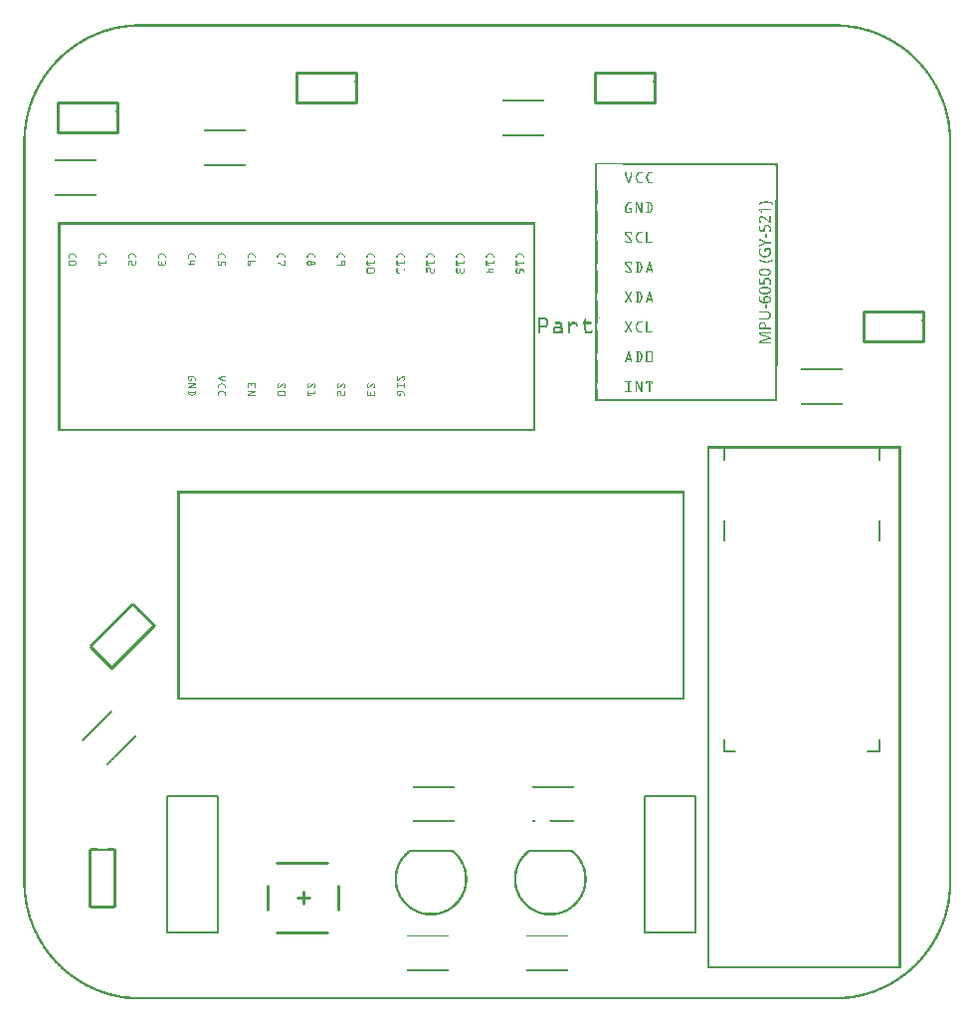
<source format=gto>
G04 MADE WITH FRITZING*
G04 WWW.FRITZING.ORG*
G04 DOUBLE SIDED*
G04 HOLES PLATED*
G04 CONTOUR ON CENTER OF CONTOUR VECTOR*
%ASAXBY*%
%FSLAX23Y23*%
%MOIN*%
%OFA0B0*%
%SFA1.0B1.0*%
%ADD10C,0.010000*%
%ADD11C,0.008000*%
%ADD12C,0.007874*%
%ADD13R,0.001000X0.001000*%
%LNSILK1*%
G90*
G70*
G54D10*
X820Y304D02*
X820Y383D01*
D02*
X1017Y225D02*
X850Y225D01*
D02*
X1017Y461D02*
X850Y461D01*
D02*
X1056Y304D02*
X1056Y383D01*
D02*
X938Y324D02*
X938Y363D01*
D02*
X919Y343D02*
X958Y343D01*
D02*
X3016Y2305D02*
X2816Y2305D01*
D02*
X2816Y2305D02*
X2816Y2205D01*
D02*
X2816Y2205D02*
X3016Y2205D01*
D02*
X3016Y2205D02*
X3016Y2305D01*
D02*
X2116Y3105D02*
X1916Y3105D01*
D02*
X1916Y3105D02*
X1916Y3005D01*
D02*
X1916Y3005D02*
X2116Y3005D01*
D02*
X2116Y3005D02*
X2116Y3105D01*
D02*
X1116Y3105D02*
X916Y3105D01*
D02*
X916Y3105D02*
X916Y3005D01*
D02*
X916Y3005D02*
X1116Y3005D01*
D02*
X1116Y3005D02*
X1116Y3105D01*
D02*
X316Y3005D02*
X116Y3005D01*
D02*
X116Y3005D02*
X116Y2905D01*
D02*
X116Y2905D02*
X316Y2905D01*
D02*
X316Y2905D02*
X316Y3005D01*
D02*
X225Y1184D02*
X296Y1113D01*
D02*
X296Y1113D02*
X437Y1255D01*
G54D11*
D02*
X2867Y1539D02*
X2867Y1606D01*
D02*
X2347Y1539D02*
X2347Y1606D01*
D02*
X2867Y834D02*
X2827Y834D01*
D02*
X2867Y834D02*
X2867Y873D01*
D02*
X2347Y834D02*
X2386Y834D01*
D02*
X2347Y834D02*
X2347Y873D01*
D02*
X2347Y1850D02*
X2386Y1850D01*
D02*
X2347Y1850D02*
X2347Y1810D01*
D02*
X2867Y1850D02*
X2827Y1850D01*
D02*
X2867Y1850D02*
X2867Y1810D01*
D02*
X652Y684D02*
X481Y684D01*
D02*
X481Y684D02*
X481Y226D01*
D02*
X481Y226D02*
X652Y226D01*
D02*
X652Y226D02*
X652Y684D01*
D02*
X2081Y226D02*
X2252Y226D01*
D02*
X2252Y226D02*
X2252Y684D01*
D02*
X2252Y684D02*
X2081Y684D01*
D02*
X2081Y684D02*
X2081Y226D01*
G54D12*
X1437Y499D02*
X1295Y499D01*
D02*
X1837Y499D02*
X1695Y499D01*
D02*
G54D13*
X372Y3268D02*
X2737Y3268D01*
X358Y3267D02*
X2751Y3267D01*
X348Y3266D02*
X2761Y3266D01*
X340Y3265D02*
X2769Y3265D01*
X333Y3264D02*
X2776Y3264D01*
X327Y3263D02*
X2782Y3263D01*
X321Y3262D02*
X2788Y3262D01*
X316Y3261D02*
X2793Y3261D01*
X311Y3260D02*
X371Y3260D01*
X2738Y3260D02*
X2798Y3260D01*
X306Y3259D02*
X357Y3259D01*
X2752Y3259D02*
X2803Y3259D01*
X302Y3258D02*
X347Y3258D01*
X2762Y3258D02*
X2807Y3258D01*
X298Y3257D02*
X339Y3257D01*
X2770Y3257D02*
X2811Y3257D01*
X294Y3256D02*
X332Y3256D01*
X2777Y3256D02*
X2815Y3256D01*
X290Y3255D02*
X326Y3255D01*
X2783Y3255D02*
X2819Y3255D01*
X286Y3254D02*
X320Y3254D01*
X2789Y3254D02*
X2823Y3254D01*
X283Y3253D02*
X315Y3253D01*
X2794Y3253D02*
X2826Y3253D01*
X280Y3252D02*
X310Y3252D01*
X2799Y3252D02*
X2829Y3252D01*
X276Y3251D02*
X306Y3251D01*
X2803Y3251D02*
X2833Y3251D01*
X273Y3250D02*
X301Y3250D01*
X2808Y3250D02*
X2836Y3250D01*
X270Y3249D02*
X297Y3249D01*
X2812Y3249D02*
X2839Y3249D01*
X267Y3248D02*
X293Y3248D01*
X2816Y3248D02*
X2842Y3248D01*
X264Y3247D02*
X290Y3247D01*
X2819Y3247D02*
X2845Y3247D01*
X261Y3246D02*
X286Y3246D01*
X2823Y3246D02*
X2848Y3246D01*
X259Y3245D02*
X283Y3245D01*
X2826Y3245D02*
X2850Y3245D01*
X256Y3244D02*
X279Y3244D01*
X2830Y3244D02*
X2853Y3244D01*
X253Y3243D02*
X276Y3243D01*
X2833Y3243D02*
X2856Y3243D01*
X251Y3242D02*
X273Y3242D01*
X2836Y3242D02*
X2858Y3242D01*
X248Y3241D02*
X270Y3241D01*
X2839Y3241D02*
X2861Y3241D01*
X246Y3240D02*
X267Y3240D01*
X2842Y3240D02*
X2863Y3240D01*
X243Y3239D02*
X264Y3239D01*
X2845Y3239D02*
X2866Y3239D01*
X241Y3238D02*
X261Y3238D01*
X2848Y3238D02*
X2868Y3238D01*
X238Y3237D02*
X259Y3237D01*
X2850Y3237D02*
X2871Y3237D01*
X236Y3236D02*
X256Y3236D01*
X2853Y3236D02*
X2873Y3236D01*
X234Y3235D02*
X254Y3235D01*
X2855Y3235D02*
X2875Y3235D01*
X232Y3234D02*
X251Y3234D01*
X2858Y3234D02*
X2877Y3234D01*
X230Y3233D02*
X249Y3233D01*
X2860Y3233D02*
X2879Y3233D01*
X227Y3232D02*
X246Y3232D01*
X2863Y3232D02*
X2882Y3232D01*
X225Y3231D02*
X243Y3231D01*
X2866Y3231D02*
X2884Y3231D01*
X223Y3230D02*
X241Y3230D01*
X2868Y3230D02*
X2886Y3230D01*
X221Y3229D02*
X239Y3229D01*
X2870Y3229D02*
X2888Y3229D01*
X219Y3228D02*
X237Y3228D01*
X2872Y3228D02*
X2890Y3228D01*
X217Y3227D02*
X234Y3227D01*
X2875Y3227D02*
X2892Y3227D01*
X215Y3226D02*
X232Y3226D01*
X2877Y3226D02*
X2894Y3226D01*
X213Y3225D02*
X230Y3225D01*
X2879Y3225D02*
X2896Y3225D01*
X211Y3224D02*
X228Y3224D01*
X2881Y3224D02*
X2898Y3224D01*
X209Y3223D02*
X226Y3223D01*
X2883Y3223D02*
X2900Y3223D01*
X207Y3222D02*
X224Y3222D01*
X2885Y3222D02*
X2902Y3222D01*
X206Y3221D02*
X222Y3221D01*
X2887Y3221D02*
X2903Y3221D01*
X204Y3220D02*
X220Y3220D01*
X2889Y3220D02*
X2905Y3220D01*
X202Y3219D02*
X218Y3219D01*
X2891Y3219D02*
X2907Y3219D01*
X200Y3218D02*
X216Y3218D01*
X2893Y3218D02*
X2909Y3218D01*
X199Y3217D02*
X214Y3217D01*
X2895Y3217D02*
X2910Y3217D01*
X197Y3216D02*
X212Y3216D01*
X2897Y3216D02*
X2912Y3216D01*
X195Y3215D02*
X210Y3215D01*
X2899Y3215D02*
X2914Y3215D01*
X193Y3214D02*
X208Y3214D01*
X2901Y3214D02*
X2916Y3214D01*
X192Y3213D02*
X206Y3213D01*
X2903Y3213D02*
X2917Y3213D01*
X190Y3212D02*
X205Y3212D01*
X2904Y3212D02*
X2919Y3212D01*
X188Y3211D02*
X203Y3211D01*
X2906Y3211D02*
X2921Y3211D01*
X187Y3210D02*
X201Y3210D01*
X2908Y3210D02*
X2922Y3210D01*
X185Y3209D02*
X199Y3209D01*
X2910Y3209D02*
X2924Y3209D01*
X184Y3208D02*
X198Y3208D01*
X2911Y3208D02*
X2925Y3208D01*
X182Y3207D02*
X196Y3207D01*
X2913Y3207D02*
X2927Y3207D01*
X180Y3206D02*
X194Y3206D01*
X2915Y3206D02*
X2929Y3206D01*
X179Y3205D02*
X193Y3205D01*
X2916Y3205D02*
X2930Y3205D01*
X177Y3204D02*
X191Y3204D01*
X2918Y3204D02*
X2932Y3204D01*
X176Y3203D02*
X189Y3203D01*
X2920Y3203D02*
X2933Y3203D01*
X174Y3202D02*
X188Y3202D01*
X2921Y3202D02*
X2935Y3202D01*
X173Y3201D02*
X186Y3201D01*
X2923Y3201D02*
X2936Y3201D01*
X171Y3200D02*
X185Y3200D01*
X2924Y3200D02*
X2938Y3200D01*
X170Y3199D02*
X183Y3199D01*
X2926Y3199D02*
X2939Y3199D01*
X169Y3198D02*
X182Y3198D01*
X2927Y3198D02*
X2940Y3198D01*
X167Y3197D02*
X180Y3197D01*
X2929Y3197D02*
X2942Y3197D01*
X166Y3196D02*
X179Y3196D01*
X2930Y3196D02*
X2943Y3196D01*
X164Y3195D02*
X177Y3195D01*
X2932Y3195D02*
X2945Y3195D01*
X163Y3194D02*
X176Y3194D01*
X2933Y3194D02*
X2946Y3194D01*
X162Y3193D02*
X174Y3193D01*
X2935Y3193D02*
X2947Y3193D01*
X160Y3192D02*
X173Y3192D01*
X2936Y3192D02*
X2949Y3192D01*
X159Y3191D02*
X171Y3191D01*
X2938Y3191D02*
X2950Y3191D01*
X157Y3190D02*
X170Y3190D01*
X2939Y3190D02*
X2952Y3190D01*
X156Y3189D02*
X169Y3189D01*
X2940Y3189D02*
X2953Y3189D01*
X155Y3188D02*
X167Y3188D01*
X2942Y3188D02*
X2954Y3188D01*
X154Y3187D02*
X166Y3187D01*
X2943Y3187D02*
X2955Y3187D01*
X152Y3186D02*
X164Y3186D01*
X2945Y3186D02*
X2957Y3186D01*
X151Y3185D02*
X163Y3185D01*
X2946Y3185D02*
X2958Y3185D01*
X150Y3184D02*
X162Y3184D01*
X2947Y3184D02*
X2959Y3184D01*
X149Y3183D02*
X160Y3183D01*
X2949Y3183D02*
X2960Y3183D01*
X147Y3182D02*
X159Y3182D01*
X2950Y3182D02*
X2962Y3182D01*
X146Y3181D02*
X158Y3181D01*
X2951Y3181D02*
X2963Y3181D01*
X145Y3180D02*
X157Y3180D01*
X2952Y3180D02*
X2964Y3180D01*
X143Y3179D02*
X155Y3179D01*
X2954Y3179D02*
X2966Y3179D01*
X142Y3178D02*
X154Y3178D01*
X2955Y3178D02*
X2967Y3178D01*
X141Y3177D02*
X153Y3177D01*
X2956Y3177D02*
X2968Y3177D01*
X140Y3176D02*
X152Y3176D01*
X2957Y3176D02*
X2969Y3176D01*
X139Y3175D02*
X150Y3175D01*
X2959Y3175D02*
X2970Y3175D01*
X138Y3174D02*
X149Y3174D01*
X2960Y3174D02*
X2971Y3174D01*
X137Y3173D02*
X148Y3173D01*
X2961Y3173D02*
X2972Y3173D01*
X135Y3172D02*
X146Y3172D01*
X2963Y3172D02*
X2974Y3172D01*
X134Y3171D02*
X145Y3171D01*
X2964Y3171D02*
X2975Y3171D01*
X133Y3170D02*
X144Y3170D01*
X2965Y3170D02*
X2976Y3170D01*
X132Y3169D02*
X143Y3169D01*
X2966Y3169D02*
X2977Y3169D01*
X131Y3168D02*
X142Y3168D01*
X2967Y3168D02*
X2978Y3168D01*
X130Y3167D02*
X141Y3167D01*
X2968Y3167D02*
X2979Y3167D01*
X128Y3166D02*
X140Y3166D01*
X2969Y3166D02*
X2981Y3166D01*
X127Y3165D02*
X138Y3165D01*
X2971Y3165D02*
X2982Y3165D01*
X126Y3164D02*
X137Y3164D01*
X2972Y3164D02*
X2983Y3164D01*
X125Y3163D02*
X136Y3163D01*
X2973Y3163D02*
X2984Y3163D01*
X124Y3162D02*
X135Y3162D01*
X2974Y3162D02*
X2985Y3162D01*
X123Y3161D02*
X134Y3161D01*
X2975Y3161D02*
X2986Y3161D01*
X122Y3160D02*
X133Y3160D01*
X2976Y3160D02*
X2987Y3160D01*
X121Y3159D02*
X132Y3159D01*
X2977Y3159D02*
X2988Y3159D01*
X120Y3158D02*
X131Y3158D01*
X2978Y3158D02*
X2989Y3158D01*
X119Y3157D02*
X130Y3157D01*
X2979Y3157D02*
X2990Y3157D01*
X118Y3156D02*
X129Y3156D01*
X2980Y3156D02*
X2991Y3156D01*
X117Y3155D02*
X128Y3155D01*
X2981Y3155D02*
X2992Y3155D01*
X116Y3154D02*
X127Y3154D01*
X2982Y3154D02*
X2993Y3154D01*
X115Y3153D02*
X126Y3153D01*
X2983Y3153D02*
X2994Y3153D01*
X114Y3152D02*
X124Y3152D01*
X2985Y3152D02*
X2995Y3152D01*
X113Y3151D02*
X123Y3151D01*
X2986Y3151D02*
X2996Y3151D01*
X112Y3150D02*
X122Y3150D01*
X2987Y3150D02*
X2997Y3150D01*
X111Y3149D02*
X121Y3149D01*
X2988Y3149D02*
X2998Y3149D01*
X110Y3148D02*
X120Y3148D01*
X2989Y3148D02*
X2999Y3148D01*
X109Y3147D02*
X119Y3147D01*
X2990Y3147D02*
X3000Y3147D01*
X108Y3146D02*
X118Y3146D01*
X2991Y3146D02*
X3001Y3146D01*
X107Y3145D02*
X117Y3145D01*
X2992Y3145D02*
X3002Y3145D01*
X106Y3144D02*
X116Y3144D01*
X2993Y3144D02*
X3003Y3144D01*
X105Y3143D02*
X115Y3143D01*
X2994Y3143D02*
X3003Y3143D01*
X105Y3142D02*
X115Y3142D01*
X2994Y3142D02*
X3004Y3142D01*
X104Y3141D02*
X114Y3141D01*
X2995Y3141D02*
X3005Y3141D01*
X103Y3140D02*
X113Y3140D01*
X2996Y3140D02*
X3006Y3140D01*
X102Y3139D02*
X112Y3139D01*
X2997Y3139D02*
X3007Y3139D01*
X101Y3138D02*
X111Y3138D01*
X2998Y3138D02*
X3008Y3138D01*
X100Y3137D02*
X110Y3137D01*
X2999Y3137D02*
X3009Y3137D01*
X99Y3136D02*
X109Y3136D01*
X3000Y3136D02*
X3010Y3136D01*
X98Y3135D02*
X108Y3135D01*
X3001Y3135D02*
X3011Y3135D01*
X97Y3134D02*
X107Y3134D01*
X3002Y3134D02*
X3012Y3134D01*
X97Y3133D02*
X106Y3133D01*
X3003Y3133D02*
X3012Y3133D01*
X96Y3132D02*
X105Y3132D01*
X3004Y3132D02*
X3013Y3132D01*
X95Y3131D02*
X104Y3131D01*
X3005Y3131D02*
X3014Y3131D01*
X94Y3130D02*
X104Y3130D01*
X3005Y3130D02*
X3015Y3130D01*
X93Y3129D02*
X103Y3129D01*
X3006Y3129D02*
X3016Y3129D01*
X92Y3128D02*
X102Y3128D01*
X3007Y3128D02*
X3017Y3128D01*
X91Y3127D02*
X101Y3127D01*
X3008Y3127D02*
X3018Y3127D01*
X91Y3126D02*
X100Y3126D01*
X3009Y3126D02*
X3018Y3126D01*
X90Y3125D02*
X99Y3125D01*
X3010Y3125D02*
X3019Y3125D01*
X89Y3124D02*
X98Y3124D01*
X3011Y3124D02*
X3020Y3124D01*
X88Y3123D02*
X97Y3123D01*
X3012Y3123D02*
X3021Y3123D01*
X87Y3122D02*
X97Y3122D01*
X3012Y3122D02*
X3022Y3122D01*
X87Y3121D02*
X96Y3121D01*
X3013Y3121D02*
X3022Y3121D01*
X86Y3120D02*
X95Y3120D01*
X3014Y3120D02*
X3023Y3120D01*
X85Y3119D02*
X94Y3119D01*
X3015Y3119D02*
X3024Y3119D01*
X84Y3118D02*
X93Y3118D01*
X3016Y3118D02*
X3025Y3118D01*
X83Y3117D02*
X93Y3117D01*
X3016Y3117D02*
X3026Y3117D01*
X83Y3116D02*
X92Y3116D01*
X3017Y3116D02*
X3026Y3116D01*
X82Y3115D02*
X91Y3115D01*
X3018Y3115D02*
X3027Y3115D01*
X81Y3114D02*
X90Y3114D01*
X3019Y3114D02*
X3028Y3114D01*
X80Y3113D02*
X89Y3113D01*
X3020Y3113D02*
X3029Y3113D01*
X80Y3112D02*
X89Y3112D01*
X3020Y3112D02*
X3029Y3112D01*
X79Y3111D02*
X88Y3111D01*
X3021Y3111D02*
X3030Y3111D01*
X78Y3110D02*
X87Y3110D01*
X3022Y3110D02*
X3031Y3110D01*
X77Y3109D02*
X86Y3109D01*
X3023Y3109D02*
X3032Y3109D01*
X77Y3108D02*
X86Y3108D01*
X3023Y3108D02*
X3032Y3108D01*
X76Y3107D02*
X85Y3107D01*
X3024Y3107D02*
X3033Y3107D01*
X75Y3106D02*
X84Y3106D01*
X1082Y3106D02*
X1083Y3106D01*
X2082Y3106D02*
X2083Y3106D01*
X3025Y3106D02*
X3034Y3106D01*
X74Y3105D02*
X83Y3105D01*
X1081Y3105D02*
X1084Y3105D01*
X2081Y3105D02*
X2084Y3105D01*
X3026Y3105D02*
X3035Y3105D01*
X74Y3104D02*
X82Y3104D01*
X1080Y3104D02*
X1085Y3104D01*
X2080Y3104D02*
X2085Y3104D01*
X3027Y3104D02*
X3035Y3104D01*
X73Y3103D02*
X82Y3103D01*
X1080Y3103D02*
X1086Y3103D01*
X2080Y3103D02*
X2086Y3103D01*
X3027Y3103D02*
X3036Y3103D01*
X72Y3102D02*
X81Y3102D01*
X1081Y3102D02*
X1087Y3102D01*
X2081Y3102D02*
X2087Y3102D01*
X3028Y3102D02*
X3037Y3102D01*
X72Y3101D02*
X80Y3101D01*
X1082Y3101D02*
X1088Y3101D01*
X2082Y3101D02*
X2088Y3101D01*
X3029Y3101D02*
X3037Y3101D01*
X71Y3100D02*
X80Y3100D01*
X1083Y3100D02*
X1089Y3100D01*
X2083Y3100D02*
X2089Y3100D01*
X3029Y3100D02*
X3038Y3100D01*
X70Y3099D02*
X79Y3099D01*
X3030Y3099D02*
X3039Y3099D01*
X70Y3098D02*
X78Y3098D01*
X3031Y3098D02*
X3039Y3098D01*
X69Y3097D02*
X78Y3097D01*
X3031Y3097D02*
X3040Y3097D01*
X68Y3096D02*
X77Y3096D01*
X3032Y3096D02*
X3041Y3096D01*
X67Y3095D02*
X76Y3095D01*
X3033Y3095D02*
X3042Y3095D01*
X67Y3094D02*
X75Y3094D01*
X3034Y3094D02*
X3042Y3094D01*
X66Y3093D02*
X75Y3093D01*
X3034Y3093D02*
X3043Y3093D01*
X65Y3092D02*
X74Y3092D01*
X3035Y3092D02*
X3044Y3092D01*
X65Y3091D02*
X73Y3091D01*
X3036Y3091D02*
X3044Y3091D01*
X64Y3090D02*
X73Y3090D01*
X3036Y3090D02*
X3045Y3090D01*
X64Y3089D02*
X72Y3089D01*
X3037Y3089D02*
X3045Y3089D01*
X63Y3088D02*
X71Y3088D01*
X3038Y3088D02*
X3046Y3088D01*
X62Y3087D02*
X71Y3087D01*
X3038Y3087D02*
X3047Y3087D01*
X62Y3086D02*
X70Y3086D01*
X3039Y3086D02*
X3047Y3086D01*
X61Y3085D02*
X69Y3085D01*
X3040Y3085D02*
X3048Y3085D01*
X60Y3084D02*
X69Y3084D01*
X3040Y3084D02*
X3049Y3084D01*
X60Y3083D02*
X68Y3083D01*
X3041Y3083D02*
X3049Y3083D01*
X59Y3082D02*
X68Y3082D01*
X3041Y3082D02*
X3050Y3082D01*
X58Y3081D02*
X67Y3081D01*
X3042Y3081D02*
X3050Y3081D01*
X58Y3080D02*
X66Y3080D01*
X3043Y3080D02*
X3051Y3080D01*
X57Y3079D02*
X66Y3079D01*
X1110Y3079D02*
X1110Y3079D01*
X2110Y3079D02*
X2110Y3079D01*
X3043Y3079D02*
X3052Y3079D01*
X57Y3078D02*
X65Y3078D01*
X1110Y3078D02*
X1111Y3078D01*
X2110Y3078D02*
X2111Y3078D01*
X3044Y3078D02*
X3052Y3078D01*
X56Y3077D02*
X64Y3077D01*
X1110Y3077D02*
X1112Y3077D01*
X2110Y3077D02*
X2112Y3077D01*
X3045Y3077D02*
X3053Y3077D01*
X55Y3076D02*
X64Y3076D01*
X1110Y3076D02*
X1113Y3076D01*
X2110Y3076D02*
X2113Y3076D01*
X3045Y3076D02*
X3054Y3076D01*
X55Y3075D02*
X63Y3075D01*
X1110Y3075D02*
X1114Y3075D01*
X2110Y3075D02*
X2114Y3075D01*
X3046Y3075D02*
X3054Y3075D01*
X54Y3074D02*
X62Y3074D01*
X1110Y3074D02*
X1115Y3074D01*
X2110Y3074D02*
X2115Y3074D01*
X3047Y3074D02*
X3055Y3074D01*
X54Y3073D02*
X62Y3073D01*
X1110Y3073D02*
X1116Y3073D01*
X2110Y3073D02*
X2116Y3073D01*
X3047Y3073D02*
X3055Y3073D01*
X53Y3072D02*
X61Y3072D01*
X1111Y3072D02*
X1117Y3072D01*
X2111Y3072D02*
X2117Y3072D01*
X3048Y3072D02*
X3056Y3072D01*
X53Y3071D02*
X61Y3071D01*
X1112Y3071D02*
X1116Y3071D01*
X2112Y3071D02*
X2116Y3071D01*
X3048Y3071D02*
X3056Y3071D01*
X52Y3070D02*
X60Y3070D01*
X1113Y3070D02*
X1115Y3070D01*
X2113Y3070D02*
X2115Y3070D01*
X3049Y3070D02*
X3057Y3070D01*
X51Y3069D02*
X60Y3069D01*
X1114Y3069D02*
X1114Y3069D01*
X2114Y3069D02*
X2114Y3069D01*
X3049Y3069D02*
X3058Y3069D01*
X51Y3068D02*
X59Y3068D01*
X3050Y3068D02*
X3058Y3068D01*
X50Y3067D02*
X58Y3067D01*
X3051Y3067D02*
X3059Y3067D01*
X50Y3066D02*
X58Y3066D01*
X3051Y3066D02*
X3059Y3066D01*
X49Y3065D02*
X57Y3065D01*
X3052Y3065D02*
X3060Y3065D01*
X49Y3064D02*
X57Y3064D01*
X3052Y3064D02*
X3060Y3064D01*
X48Y3063D02*
X56Y3063D01*
X3053Y3063D02*
X3061Y3063D01*
X47Y3062D02*
X56Y3062D01*
X3053Y3062D02*
X3061Y3062D01*
X47Y3061D02*
X55Y3061D01*
X3054Y3061D02*
X3062Y3061D01*
X46Y3060D02*
X54Y3060D01*
X3055Y3060D02*
X3063Y3060D01*
X46Y3059D02*
X54Y3059D01*
X3055Y3059D02*
X3063Y3059D01*
X45Y3058D02*
X53Y3058D01*
X3056Y3058D02*
X3064Y3058D01*
X45Y3057D02*
X53Y3057D01*
X3056Y3057D02*
X3064Y3057D01*
X44Y3056D02*
X52Y3056D01*
X3057Y3056D02*
X3065Y3056D01*
X44Y3055D02*
X52Y3055D01*
X3057Y3055D02*
X3065Y3055D01*
X43Y3054D02*
X51Y3054D01*
X3058Y3054D02*
X3066Y3054D01*
X43Y3053D02*
X51Y3053D01*
X3058Y3053D02*
X3066Y3053D01*
X42Y3052D02*
X50Y3052D01*
X3059Y3052D02*
X3067Y3052D01*
X42Y3051D02*
X50Y3051D01*
X3059Y3051D02*
X3067Y3051D01*
X41Y3050D02*
X49Y3050D01*
X3060Y3050D02*
X3068Y3050D01*
X41Y3049D02*
X49Y3049D01*
X3060Y3049D02*
X3068Y3049D01*
X40Y3048D02*
X48Y3048D01*
X3061Y3048D02*
X3069Y3048D01*
X40Y3047D02*
X48Y3047D01*
X3061Y3047D02*
X3069Y3047D01*
X39Y3046D02*
X47Y3046D01*
X3062Y3046D02*
X3070Y3046D01*
X39Y3045D02*
X47Y3045D01*
X3062Y3045D02*
X3070Y3045D01*
X38Y3044D02*
X46Y3044D01*
X3063Y3044D02*
X3071Y3044D01*
X38Y3043D02*
X46Y3043D01*
X3063Y3043D02*
X3071Y3043D01*
X37Y3042D02*
X45Y3042D01*
X3064Y3042D02*
X3072Y3042D01*
X37Y3041D02*
X45Y3041D01*
X3064Y3041D02*
X3072Y3041D01*
X37Y3040D02*
X44Y3040D01*
X3065Y3040D02*
X3072Y3040D01*
X36Y3039D02*
X44Y3039D01*
X3065Y3039D02*
X3073Y3039D01*
X36Y3038D02*
X43Y3038D01*
X3066Y3038D02*
X3073Y3038D01*
X35Y3037D02*
X43Y3037D01*
X3066Y3037D02*
X3074Y3037D01*
X35Y3036D02*
X42Y3036D01*
X3067Y3036D02*
X3074Y3036D01*
X34Y3035D02*
X42Y3035D01*
X3067Y3035D02*
X3075Y3035D01*
X34Y3034D02*
X42Y3034D01*
X3067Y3034D02*
X3075Y3034D01*
X33Y3033D02*
X41Y3033D01*
X3068Y3033D02*
X3076Y3033D01*
X33Y3032D02*
X41Y3032D01*
X3068Y3032D02*
X3076Y3032D01*
X33Y3031D02*
X40Y3031D01*
X3069Y3031D02*
X3076Y3031D01*
X32Y3030D02*
X40Y3030D01*
X3069Y3030D02*
X3077Y3030D01*
X32Y3029D02*
X39Y3029D01*
X3070Y3029D02*
X3077Y3029D01*
X31Y3028D02*
X39Y3028D01*
X3070Y3028D02*
X3078Y3028D01*
X31Y3027D02*
X38Y3027D01*
X3071Y3027D02*
X3078Y3027D01*
X30Y3026D02*
X38Y3026D01*
X3071Y3026D02*
X3079Y3026D01*
X30Y3025D02*
X37Y3025D01*
X3072Y3025D02*
X3079Y3025D01*
X30Y3024D02*
X37Y3024D01*
X3072Y3024D02*
X3079Y3024D01*
X29Y3023D02*
X37Y3023D01*
X3072Y3023D02*
X3080Y3023D01*
X29Y3022D02*
X36Y3022D01*
X3073Y3022D02*
X3080Y3022D01*
X28Y3021D02*
X36Y3021D01*
X3073Y3021D02*
X3081Y3021D01*
X28Y3020D02*
X35Y3020D01*
X3074Y3020D02*
X3081Y3020D01*
X28Y3019D02*
X35Y3019D01*
X3074Y3019D02*
X3081Y3019D01*
X27Y3018D02*
X35Y3018D01*
X3074Y3018D02*
X3082Y3018D01*
X27Y3017D02*
X34Y3017D01*
X3075Y3017D02*
X3082Y3017D01*
X26Y3016D02*
X34Y3016D01*
X1607Y3016D02*
X1745Y3016D01*
X3075Y3016D02*
X3083Y3016D01*
X26Y3015D02*
X34Y3015D01*
X1607Y3015D02*
X1745Y3015D01*
X3075Y3015D02*
X3083Y3015D01*
X26Y3014D02*
X33Y3014D01*
X1607Y3014D02*
X1745Y3014D01*
X3076Y3014D02*
X3083Y3014D01*
X25Y3013D02*
X33Y3013D01*
X1607Y3013D02*
X1745Y3013D01*
X3076Y3013D02*
X3084Y3013D01*
X25Y3012D02*
X32Y3012D01*
X1607Y3012D02*
X1745Y3012D01*
X3077Y3012D02*
X3084Y3012D01*
X25Y3011D02*
X32Y3011D01*
X1607Y3011D02*
X1745Y3011D01*
X3077Y3011D02*
X3084Y3011D01*
X24Y3010D02*
X32Y3010D01*
X3077Y3010D02*
X3085Y3010D01*
X24Y3009D02*
X31Y3009D01*
X3078Y3009D02*
X3085Y3009D01*
X23Y3008D02*
X31Y3008D01*
X3078Y3008D02*
X3086Y3008D01*
X23Y3007D02*
X30Y3007D01*
X3079Y3007D02*
X3086Y3007D01*
X23Y3006D02*
X30Y3006D01*
X282Y3006D02*
X283Y3006D01*
X3079Y3006D02*
X3086Y3006D01*
X22Y3005D02*
X30Y3005D01*
X281Y3005D02*
X284Y3005D01*
X3079Y3005D02*
X3087Y3005D01*
X22Y3004D02*
X29Y3004D01*
X280Y3004D02*
X285Y3004D01*
X3080Y3004D02*
X3087Y3004D01*
X22Y3003D02*
X29Y3003D01*
X280Y3003D02*
X286Y3003D01*
X3080Y3003D02*
X3087Y3003D01*
X21Y3002D02*
X29Y3002D01*
X281Y3002D02*
X287Y3002D01*
X3080Y3002D02*
X3088Y3002D01*
X21Y3001D02*
X28Y3001D01*
X282Y3001D02*
X288Y3001D01*
X3081Y3001D02*
X3088Y3001D01*
X21Y3000D02*
X28Y3000D01*
X283Y3000D02*
X289Y3000D01*
X3081Y3000D02*
X3088Y3000D01*
X20Y2999D02*
X28Y2999D01*
X3081Y2999D02*
X3089Y2999D01*
X20Y2998D02*
X27Y2998D01*
X3082Y2998D02*
X3089Y2998D01*
X20Y2997D02*
X27Y2997D01*
X3082Y2997D02*
X3089Y2997D01*
X19Y2996D02*
X27Y2996D01*
X3082Y2996D02*
X3090Y2996D01*
X19Y2995D02*
X26Y2995D01*
X3083Y2995D02*
X3090Y2995D01*
X19Y2994D02*
X26Y2994D01*
X3083Y2994D02*
X3090Y2994D01*
X18Y2993D02*
X26Y2993D01*
X3083Y2993D02*
X3091Y2993D01*
X18Y2992D02*
X25Y2992D01*
X3084Y2992D02*
X3091Y2992D01*
X18Y2991D02*
X25Y2991D01*
X3084Y2991D02*
X3091Y2991D01*
X17Y2990D02*
X25Y2990D01*
X3084Y2990D02*
X3092Y2990D01*
X17Y2989D02*
X24Y2989D01*
X3085Y2989D02*
X3092Y2989D01*
X17Y2988D02*
X24Y2988D01*
X3085Y2988D02*
X3092Y2988D01*
X17Y2987D02*
X24Y2987D01*
X3085Y2987D02*
X3092Y2987D01*
X16Y2986D02*
X23Y2986D01*
X3086Y2986D02*
X3093Y2986D01*
X16Y2985D02*
X23Y2985D01*
X3086Y2985D02*
X3093Y2985D01*
X16Y2984D02*
X23Y2984D01*
X3086Y2984D02*
X3093Y2984D01*
X15Y2983D02*
X23Y2983D01*
X3086Y2983D02*
X3094Y2983D01*
X15Y2982D02*
X22Y2982D01*
X3087Y2982D02*
X3094Y2982D01*
X15Y2981D02*
X22Y2981D01*
X3087Y2981D02*
X3094Y2981D01*
X14Y2980D02*
X22Y2980D01*
X3087Y2980D02*
X3095Y2980D01*
X14Y2979D02*
X21Y2979D01*
X310Y2979D02*
X310Y2979D01*
X3088Y2979D02*
X3095Y2979D01*
X14Y2978D02*
X21Y2978D01*
X310Y2978D02*
X311Y2978D01*
X3088Y2978D02*
X3095Y2978D01*
X14Y2977D02*
X21Y2977D01*
X310Y2977D02*
X312Y2977D01*
X3088Y2977D02*
X3095Y2977D01*
X13Y2976D02*
X21Y2976D01*
X310Y2976D02*
X313Y2976D01*
X3088Y2976D02*
X3096Y2976D01*
X13Y2975D02*
X20Y2975D01*
X310Y2975D02*
X314Y2975D01*
X3089Y2975D02*
X3096Y2975D01*
X13Y2974D02*
X20Y2974D01*
X310Y2974D02*
X315Y2974D01*
X3089Y2974D02*
X3096Y2974D01*
X13Y2973D02*
X20Y2973D01*
X310Y2973D02*
X316Y2973D01*
X3089Y2973D02*
X3096Y2973D01*
X12Y2972D02*
X20Y2972D01*
X311Y2972D02*
X317Y2972D01*
X3089Y2972D02*
X3097Y2972D01*
X12Y2971D02*
X19Y2971D01*
X312Y2971D02*
X316Y2971D01*
X3090Y2971D02*
X3097Y2971D01*
X12Y2970D02*
X19Y2970D01*
X313Y2970D02*
X315Y2970D01*
X3090Y2970D02*
X3097Y2970D01*
X12Y2969D02*
X19Y2969D01*
X314Y2969D02*
X314Y2969D01*
X3090Y2969D02*
X3097Y2969D01*
X11Y2968D02*
X19Y2968D01*
X3090Y2968D02*
X3098Y2968D01*
X11Y2967D02*
X18Y2967D01*
X3091Y2967D02*
X3098Y2967D01*
X11Y2966D02*
X18Y2966D01*
X3091Y2966D02*
X3098Y2966D01*
X11Y2965D02*
X18Y2965D01*
X3091Y2965D02*
X3098Y2965D01*
X10Y2964D02*
X18Y2964D01*
X3091Y2964D02*
X3099Y2964D01*
X10Y2963D02*
X17Y2963D01*
X3092Y2963D02*
X3099Y2963D01*
X10Y2962D02*
X17Y2962D01*
X3092Y2962D02*
X3099Y2962D01*
X10Y2961D02*
X17Y2961D01*
X3092Y2961D02*
X3099Y2961D01*
X10Y2960D02*
X17Y2960D01*
X3092Y2960D02*
X3099Y2960D01*
X9Y2959D02*
X16Y2959D01*
X3093Y2959D02*
X3100Y2959D01*
X9Y2958D02*
X16Y2958D01*
X3093Y2958D02*
X3100Y2958D01*
X9Y2957D02*
X16Y2957D01*
X3093Y2957D02*
X3100Y2957D01*
X9Y2956D02*
X16Y2956D01*
X3093Y2956D02*
X3100Y2956D01*
X8Y2955D02*
X16Y2955D01*
X3093Y2955D02*
X3101Y2955D01*
X8Y2954D02*
X15Y2954D01*
X3094Y2954D02*
X3101Y2954D01*
X8Y2953D02*
X15Y2953D01*
X3094Y2953D02*
X3101Y2953D01*
X8Y2952D02*
X15Y2952D01*
X3094Y2952D02*
X3101Y2952D01*
X8Y2951D02*
X15Y2951D01*
X3094Y2951D02*
X3101Y2951D01*
X7Y2950D02*
X14Y2950D01*
X3095Y2950D02*
X3102Y2950D01*
X7Y2949D02*
X14Y2949D01*
X3095Y2949D02*
X3102Y2949D01*
X7Y2948D02*
X14Y2948D01*
X3095Y2948D02*
X3102Y2948D01*
X7Y2947D02*
X14Y2947D01*
X3095Y2947D02*
X3102Y2947D01*
X7Y2946D02*
X14Y2946D01*
X3095Y2946D02*
X3102Y2946D01*
X6Y2945D02*
X14Y2945D01*
X3095Y2945D02*
X3103Y2945D01*
X6Y2944D02*
X13Y2944D01*
X3096Y2944D02*
X3103Y2944D01*
X6Y2943D02*
X13Y2943D01*
X3096Y2943D02*
X3103Y2943D01*
X6Y2942D02*
X13Y2942D01*
X3096Y2942D02*
X3103Y2942D01*
X6Y2941D02*
X13Y2941D01*
X3096Y2941D02*
X3103Y2941D01*
X6Y2940D02*
X13Y2940D01*
X3096Y2940D02*
X3103Y2940D01*
X5Y2939D02*
X12Y2939D01*
X3097Y2939D02*
X3104Y2939D01*
X5Y2938D02*
X12Y2938D01*
X3097Y2938D02*
X3104Y2938D01*
X5Y2937D02*
X12Y2937D01*
X3097Y2937D02*
X3104Y2937D01*
X5Y2936D02*
X12Y2936D01*
X3097Y2936D02*
X3104Y2936D01*
X5Y2935D02*
X12Y2935D01*
X3097Y2935D02*
X3104Y2935D01*
X5Y2934D02*
X12Y2934D01*
X3097Y2934D02*
X3104Y2934D01*
X4Y2933D02*
X11Y2933D01*
X3098Y2933D02*
X3105Y2933D01*
X4Y2932D02*
X11Y2932D01*
X3098Y2932D02*
X3105Y2932D01*
X4Y2931D02*
X11Y2931D01*
X3098Y2931D02*
X3105Y2931D01*
X4Y2930D02*
X11Y2930D01*
X3098Y2930D02*
X3105Y2930D01*
X4Y2929D02*
X11Y2929D01*
X3098Y2929D02*
X3105Y2929D01*
X4Y2928D02*
X11Y2928D01*
X3098Y2928D02*
X3105Y2928D01*
X4Y2927D02*
X11Y2927D01*
X3098Y2927D02*
X3105Y2927D01*
X3Y2926D02*
X11Y2926D01*
X3098Y2926D02*
X3106Y2926D01*
X3Y2925D02*
X10Y2925D01*
X3099Y2925D02*
X3106Y2925D01*
X3Y2924D02*
X10Y2924D01*
X3099Y2924D02*
X3106Y2924D01*
X3Y2923D02*
X10Y2923D01*
X3099Y2923D02*
X3106Y2923D01*
X3Y2922D02*
X10Y2922D01*
X3099Y2922D02*
X3106Y2922D01*
X3Y2921D02*
X10Y2921D01*
X3099Y2921D02*
X3106Y2921D01*
X3Y2920D02*
X10Y2920D01*
X3099Y2920D02*
X3106Y2920D01*
X3Y2919D02*
X10Y2919D01*
X3099Y2919D02*
X3106Y2919D01*
X3Y2918D02*
X10Y2918D01*
X3099Y2918D02*
X3106Y2918D01*
X2Y2917D02*
X9Y2917D01*
X3100Y2917D02*
X3107Y2917D01*
X2Y2916D02*
X9Y2916D01*
X607Y2916D02*
X745Y2916D01*
X3100Y2916D02*
X3107Y2916D01*
X2Y2915D02*
X9Y2915D01*
X607Y2915D02*
X745Y2915D01*
X3100Y2915D02*
X3107Y2915D01*
X2Y2914D02*
X9Y2914D01*
X607Y2914D02*
X745Y2914D01*
X3100Y2914D02*
X3107Y2914D01*
X2Y2913D02*
X9Y2913D01*
X607Y2913D02*
X745Y2913D01*
X3100Y2913D02*
X3107Y2913D01*
X2Y2912D02*
X9Y2912D01*
X607Y2912D02*
X745Y2912D01*
X3100Y2912D02*
X3107Y2912D01*
X2Y2911D02*
X9Y2911D01*
X607Y2911D02*
X745Y2911D01*
X3100Y2911D02*
X3107Y2911D01*
X2Y2910D02*
X9Y2910D01*
X3100Y2910D02*
X3107Y2910D01*
X2Y2909D02*
X9Y2909D01*
X3100Y2909D02*
X3107Y2909D01*
X2Y2908D02*
X9Y2908D01*
X3100Y2908D02*
X3107Y2908D01*
X1Y2907D02*
X8Y2907D01*
X3101Y2907D02*
X3108Y2907D01*
X1Y2906D02*
X8Y2906D01*
X3101Y2906D02*
X3108Y2906D01*
X1Y2905D02*
X8Y2905D01*
X3101Y2905D02*
X3108Y2905D01*
X1Y2904D02*
X8Y2904D01*
X3101Y2904D02*
X3108Y2904D01*
X1Y2903D02*
X8Y2903D01*
X3101Y2903D02*
X3108Y2903D01*
X1Y2902D02*
X8Y2902D01*
X3101Y2902D02*
X3108Y2902D01*
X1Y2901D02*
X8Y2901D01*
X3101Y2901D02*
X3108Y2901D01*
X1Y2900D02*
X8Y2900D01*
X1607Y2900D02*
X1745Y2900D01*
X3101Y2900D02*
X3108Y2900D01*
X1Y2899D02*
X8Y2899D01*
X1607Y2899D02*
X1745Y2899D01*
X3101Y2899D02*
X3108Y2899D01*
X1Y2898D02*
X8Y2898D01*
X1607Y2898D02*
X1745Y2898D01*
X3101Y2898D02*
X3108Y2898D01*
X1Y2897D02*
X8Y2897D01*
X1607Y2897D02*
X1745Y2897D01*
X3101Y2897D02*
X3108Y2897D01*
X1Y2896D02*
X8Y2896D01*
X1607Y2896D02*
X1745Y2896D01*
X3101Y2896D02*
X3108Y2896D01*
X1Y2895D02*
X8Y2895D01*
X1607Y2895D02*
X1745Y2895D01*
X3101Y2895D02*
X3108Y2895D01*
X1Y2894D02*
X8Y2894D01*
X3101Y2894D02*
X3108Y2894D01*
X0Y2893D02*
X7Y2893D01*
X3102Y2893D02*
X3109Y2893D01*
X0Y2892D02*
X7Y2892D01*
X3102Y2892D02*
X3109Y2892D01*
X0Y2891D02*
X7Y2891D01*
X3102Y2891D02*
X3109Y2891D01*
X0Y2890D02*
X7Y2890D01*
X3102Y2890D02*
X3109Y2890D01*
X0Y2889D02*
X7Y2889D01*
X3102Y2889D02*
X3109Y2889D01*
X0Y2888D02*
X7Y2888D01*
X3102Y2888D02*
X3109Y2888D01*
X0Y2887D02*
X7Y2887D01*
X3102Y2887D02*
X3109Y2887D01*
X0Y2886D02*
X7Y2886D01*
X3102Y2886D02*
X3109Y2886D01*
X0Y2885D02*
X7Y2885D01*
X3102Y2885D02*
X3109Y2885D01*
X0Y2884D02*
X7Y2884D01*
X3102Y2884D02*
X3109Y2884D01*
X0Y2883D02*
X7Y2883D01*
X3102Y2883D02*
X3109Y2883D01*
X0Y2882D02*
X7Y2882D01*
X3102Y2882D02*
X3109Y2882D01*
X0Y2881D02*
X7Y2881D01*
X3102Y2881D02*
X3109Y2881D01*
X0Y2880D02*
X7Y2880D01*
X3102Y2880D02*
X3109Y2880D01*
X0Y2879D02*
X7Y2879D01*
X3102Y2879D02*
X3109Y2879D01*
X0Y2878D02*
X7Y2878D01*
X3102Y2878D02*
X3109Y2878D01*
X0Y2877D02*
X7Y2877D01*
X3102Y2877D02*
X3109Y2877D01*
X0Y2876D02*
X7Y2876D01*
X3102Y2876D02*
X3109Y2876D01*
X0Y2875D02*
X7Y2875D01*
X3102Y2875D02*
X3109Y2875D01*
X0Y2874D02*
X7Y2874D01*
X3102Y2874D02*
X3109Y2874D01*
X0Y2873D02*
X7Y2873D01*
X3102Y2873D02*
X3109Y2873D01*
X0Y2872D02*
X7Y2872D01*
X3102Y2872D02*
X3109Y2872D01*
X0Y2871D02*
X7Y2871D01*
X3102Y2871D02*
X3109Y2871D01*
X0Y2870D02*
X7Y2870D01*
X3102Y2870D02*
X3109Y2870D01*
X0Y2869D02*
X7Y2869D01*
X3102Y2869D02*
X3109Y2869D01*
X0Y2868D02*
X7Y2868D01*
X3102Y2868D02*
X3109Y2868D01*
X0Y2867D02*
X7Y2867D01*
X3102Y2867D02*
X3109Y2867D01*
X0Y2866D02*
X7Y2866D01*
X3102Y2866D02*
X3109Y2866D01*
X0Y2865D02*
X7Y2865D01*
X3102Y2865D02*
X3109Y2865D01*
X0Y2864D02*
X7Y2864D01*
X3102Y2864D02*
X3109Y2864D01*
X0Y2863D02*
X7Y2863D01*
X3102Y2863D02*
X3109Y2863D01*
X0Y2862D02*
X7Y2862D01*
X3102Y2862D02*
X3109Y2862D01*
X0Y2861D02*
X7Y2861D01*
X3102Y2861D02*
X3109Y2861D01*
X0Y2860D02*
X7Y2860D01*
X3102Y2860D02*
X3109Y2860D01*
X0Y2859D02*
X7Y2859D01*
X3102Y2859D02*
X3109Y2859D01*
X0Y2858D02*
X7Y2858D01*
X3102Y2858D02*
X3109Y2858D01*
X0Y2857D02*
X7Y2857D01*
X3102Y2857D02*
X3109Y2857D01*
X0Y2856D02*
X7Y2856D01*
X3102Y2856D02*
X3109Y2856D01*
X0Y2855D02*
X7Y2855D01*
X3102Y2855D02*
X3109Y2855D01*
X0Y2854D02*
X7Y2854D01*
X3102Y2854D02*
X3109Y2854D01*
X0Y2853D02*
X7Y2853D01*
X3102Y2853D02*
X3109Y2853D01*
X0Y2852D02*
X7Y2852D01*
X3102Y2852D02*
X3109Y2852D01*
X0Y2851D02*
X7Y2851D01*
X3102Y2851D02*
X3109Y2851D01*
X0Y2850D02*
X7Y2850D01*
X3102Y2850D02*
X3109Y2850D01*
X0Y2849D02*
X7Y2849D01*
X3102Y2849D02*
X3109Y2849D01*
X0Y2848D02*
X7Y2848D01*
X3102Y2848D02*
X3109Y2848D01*
X0Y2847D02*
X7Y2847D01*
X3102Y2847D02*
X3109Y2847D01*
X0Y2846D02*
X7Y2846D01*
X3102Y2846D02*
X3109Y2846D01*
X0Y2845D02*
X7Y2845D01*
X3102Y2845D02*
X3109Y2845D01*
X0Y2844D02*
X7Y2844D01*
X3102Y2844D02*
X3109Y2844D01*
X0Y2843D02*
X7Y2843D01*
X3102Y2843D02*
X3109Y2843D01*
X0Y2842D02*
X7Y2842D01*
X3102Y2842D02*
X3109Y2842D01*
X0Y2841D02*
X7Y2841D01*
X3102Y2841D02*
X3109Y2841D01*
X0Y2840D02*
X7Y2840D01*
X3102Y2840D02*
X3109Y2840D01*
X0Y2839D02*
X7Y2839D01*
X3102Y2839D02*
X3109Y2839D01*
X0Y2838D02*
X7Y2838D01*
X3102Y2838D02*
X3109Y2838D01*
X0Y2837D02*
X7Y2837D01*
X3102Y2837D02*
X3109Y2837D01*
X0Y2836D02*
X7Y2836D01*
X3102Y2836D02*
X3109Y2836D01*
X0Y2835D02*
X7Y2835D01*
X3102Y2835D02*
X3109Y2835D01*
X0Y2834D02*
X7Y2834D01*
X3102Y2834D02*
X3109Y2834D01*
X0Y2833D02*
X7Y2833D01*
X3102Y2833D02*
X3109Y2833D01*
X0Y2832D02*
X7Y2832D01*
X3102Y2832D02*
X3109Y2832D01*
X0Y2831D02*
X7Y2831D01*
X3102Y2831D02*
X3109Y2831D01*
X0Y2830D02*
X7Y2830D01*
X3102Y2830D02*
X3109Y2830D01*
X0Y2829D02*
X7Y2829D01*
X3102Y2829D02*
X3109Y2829D01*
X0Y2828D02*
X7Y2828D01*
X3102Y2828D02*
X3109Y2828D01*
X0Y2827D02*
X7Y2827D01*
X3102Y2827D02*
X3109Y2827D01*
X0Y2826D02*
X7Y2826D01*
X3102Y2826D02*
X3109Y2826D01*
X0Y2825D02*
X7Y2825D01*
X3102Y2825D02*
X3109Y2825D01*
X0Y2824D02*
X7Y2824D01*
X3102Y2824D02*
X3109Y2824D01*
X0Y2823D02*
X7Y2823D01*
X3102Y2823D02*
X3109Y2823D01*
X0Y2822D02*
X7Y2822D01*
X3102Y2822D02*
X3109Y2822D01*
X0Y2821D02*
X7Y2821D01*
X3102Y2821D02*
X3109Y2821D01*
X0Y2820D02*
X7Y2820D01*
X3102Y2820D02*
X3109Y2820D01*
X0Y2819D02*
X7Y2819D01*
X3102Y2819D02*
X3109Y2819D01*
X0Y2818D02*
X7Y2818D01*
X3102Y2818D02*
X3109Y2818D01*
X0Y2817D02*
X7Y2817D01*
X3102Y2817D02*
X3109Y2817D01*
X0Y2816D02*
X7Y2816D01*
X107Y2816D02*
X245Y2816D01*
X3102Y2816D02*
X3109Y2816D01*
X0Y2815D02*
X7Y2815D01*
X107Y2815D02*
X245Y2815D01*
X3102Y2815D02*
X3109Y2815D01*
X0Y2814D02*
X7Y2814D01*
X107Y2814D02*
X245Y2814D01*
X3102Y2814D02*
X3109Y2814D01*
X0Y2813D02*
X7Y2813D01*
X107Y2813D02*
X245Y2813D01*
X3102Y2813D02*
X3109Y2813D01*
X0Y2812D02*
X7Y2812D01*
X107Y2812D02*
X245Y2812D01*
X3102Y2812D02*
X3109Y2812D01*
X0Y2811D02*
X7Y2811D01*
X107Y2811D02*
X245Y2811D01*
X3102Y2811D02*
X3109Y2811D01*
X0Y2810D02*
X7Y2810D01*
X3102Y2810D02*
X3109Y2810D01*
X0Y2809D02*
X7Y2809D01*
X3102Y2809D02*
X3109Y2809D01*
X0Y2808D02*
X7Y2808D01*
X3102Y2808D02*
X3109Y2808D01*
X0Y2807D02*
X7Y2807D01*
X3102Y2807D02*
X3109Y2807D01*
X0Y2806D02*
X7Y2806D01*
X3102Y2806D02*
X3109Y2806D01*
X0Y2805D02*
X7Y2805D01*
X3102Y2805D02*
X3109Y2805D01*
X0Y2804D02*
X7Y2804D01*
X3102Y2804D02*
X3109Y2804D01*
X0Y2803D02*
X7Y2803D01*
X1916Y2803D02*
X2527Y2803D01*
X3102Y2803D02*
X3109Y2803D01*
X0Y2802D02*
X7Y2802D01*
X1916Y2802D02*
X2528Y2802D01*
X3102Y2802D02*
X3109Y2802D01*
X0Y2801D02*
X7Y2801D01*
X1916Y2801D02*
X2528Y2801D01*
X3102Y2801D02*
X3109Y2801D01*
X0Y2800D02*
X7Y2800D01*
X607Y2800D02*
X745Y2800D01*
X1916Y2800D02*
X2528Y2800D01*
X3102Y2800D02*
X3109Y2800D01*
X0Y2799D02*
X7Y2799D01*
X607Y2799D02*
X745Y2799D01*
X1916Y2799D02*
X1921Y2799D01*
X2010Y2799D02*
X2528Y2799D01*
X3102Y2799D02*
X3109Y2799D01*
X0Y2798D02*
X7Y2798D01*
X607Y2798D02*
X745Y2798D01*
X1916Y2798D02*
X1921Y2798D01*
X2010Y2798D02*
X2528Y2798D01*
X3102Y2798D02*
X3109Y2798D01*
X0Y2797D02*
X7Y2797D01*
X607Y2797D02*
X745Y2797D01*
X1916Y2797D02*
X1921Y2797D01*
X2010Y2797D02*
X2528Y2797D01*
X3102Y2797D02*
X3109Y2797D01*
X0Y2796D02*
X7Y2796D01*
X607Y2796D02*
X745Y2796D01*
X1916Y2796D02*
X1921Y2796D01*
X2010Y2796D02*
X2528Y2796D01*
X3102Y2796D02*
X3109Y2796D01*
X0Y2795D02*
X7Y2795D01*
X607Y2795D02*
X745Y2795D01*
X1916Y2795D02*
X1921Y2795D01*
X2520Y2795D02*
X2528Y2795D01*
X3102Y2795D02*
X3109Y2795D01*
X0Y2794D02*
X7Y2794D01*
X1916Y2794D02*
X1921Y2794D01*
X2521Y2794D02*
X2528Y2794D01*
X3102Y2794D02*
X3109Y2794D01*
X0Y2793D02*
X7Y2793D01*
X1916Y2793D02*
X1921Y2793D01*
X2521Y2793D02*
X2528Y2793D01*
X3102Y2793D02*
X3109Y2793D01*
X0Y2792D02*
X7Y2792D01*
X1916Y2792D02*
X1921Y2792D01*
X2521Y2792D02*
X2528Y2792D01*
X3102Y2792D02*
X3109Y2792D01*
X0Y2791D02*
X7Y2791D01*
X1916Y2791D02*
X1921Y2791D01*
X2521Y2791D02*
X2528Y2791D01*
X3102Y2791D02*
X3109Y2791D01*
X0Y2790D02*
X7Y2790D01*
X1916Y2790D02*
X1921Y2790D01*
X2521Y2790D02*
X2528Y2790D01*
X3102Y2790D02*
X3109Y2790D01*
X0Y2789D02*
X7Y2789D01*
X1916Y2789D02*
X1921Y2789D01*
X2521Y2789D02*
X2528Y2789D01*
X3102Y2789D02*
X3109Y2789D01*
X0Y2788D02*
X7Y2788D01*
X1916Y2788D02*
X1921Y2788D01*
X2521Y2788D02*
X2528Y2788D01*
X3102Y2788D02*
X3109Y2788D01*
X0Y2787D02*
X7Y2787D01*
X1916Y2787D02*
X1921Y2787D01*
X2521Y2787D02*
X2528Y2787D01*
X3102Y2787D02*
X3109Y2787D01*
X0Y2786D02*
X7Y2786D01*
X1916Y2786D02*
X1921Y2786D01*
X2521Y2786D02*
X2528Y2786D01*
X3102Y2786D02*
X3109Y2786D01*
X0Y2785D02*
X7Y2785D01*
X1916Y2785D02*
X1921Y2785D01*
X2521Y2785D02*
X2528Y2785D01*
X3102Y2785D02*
X3109Y2785D01*
X0Y2784D02*
X7Y2784D01*
X1916Y2784D02*
X1921Y2784D01*
X2521Y2784D02*
X2528Y2784D01*
X3102Y2784D02*
X3109Y2784D01*
X0Y2783D02*
X7Y2783D01*
X1916Y2783D02*
X1921Y2783D01*
X2521Y2783D02*
X2528Y2783D01*
X3102Y2783D02*
X3109Y2783D01*
X0Y2782D02*
X7Y2782D01*
X1916Y2782D02*
X1921Y2782D01*
X2521Y2782D02*
X2528Y2782D01*
X3102Y2782D02*
X3109Y2782D01*
X0Y2781D02*
X7Y2781D01*
X1916Y2781D02*
X1921Y2781D01*
X2521Y2781D02*
X2528Y2781D01*
X3102Y2781D02*
X3109Y2781D01*
X0Y2780D02*
X7Y2780D01*
X1916Y2780D02*
X1921Y2780D01*
X2521Y2780D02*
X2528Y2780D01*
X3102Y2780D02*
X3109Y2780D01*
X0Y2779D02*
X7Y2779D01*
X1916Y2779D02*
X1921Y2779D01*
X2521Y2779D02*
X2528Y2779D01*
X3102Y2779D02*
X3109Y2779D01*
X0Y2778D02*
X7Y2778D01*
X1916Y2778D02*
X1921Y2778D01*
X2521Y2778D02*
X2528Y2778D01*
X3102Y2778D02*
X3109Y2778D01*
X0Y2777D02*
X7Y2777D01*
X1916Y2777D02*
X1921Y2777D01*
X2521Y2777D02*
X2528Y2777D01*
X3102Y2777D02*
X3109Y2777D01*
X0Y2776D02*
X7Y2776D01*
X1916Y2776D02*
X1921Y2776D01*
X2521Y2776D02*
X2528Y2776D01*
X3102Y2776D02*
X3109Y2776D01*
X0Y2775D02*
X7Y2775D01*
X1916Y2775D02*
X1921Y2775D01*
X2521Y2775D02*
X2528Y2775D01*
X3102Y2775D02*
X3109Y2775D01*
X0Y2774D02*
X7Y2774D01*
X1916Y2774D02*
X1921Y2774D01*
X2521Y2774D02*
X2528Y2774D01*
X3102Y2774D02*
X3109Y2774D01*
X0Y2773D02*
X7Y2773D01*
X1916Y2773D02*
X1921Y2773D01*
X2017Y2773D02*
X2019Y2773D01*
X2037Y2773D02*
X2038Y2773D01*
X2061Y2773D02*
X2073Y2773D01*
X2096Y2773D02*
X2108Y2773D01*
X2521Y2773D02*
X2528Y2773D01*
X3102Y2773D02*
X3109Y2773D01*
X0Y2772D02*
X7Y2772D01*
X1916Y2772D02*
X1921Y2772D01*
X2016Y2772D02*
X2020Y2772D01*
X2036Y2772D02*
X2039Y2772D01*
X2059Y2772D02*
X2074Y2772D01*
X2094Y2772D02*
X2109Y2772D01*
X2521Y2772D02*
X2528Y2772D01*
X3102Y2772D02*
X3109Y2772D01*
X0Y2771D02*
X7Y2771D01*
X1916Y2771D02*
X1921Y2771D01*
X2016Y2771D02*
X2020Y2771D01*
X2036Y2771D02*
X2039Y2771D01*
X2058Y2771D02*
X2074Y2771D01*
X2093Y2771D02*
X2109Y2771D01*
X2521Y2771D02*
X2528Y2771D01*
X3102Y2771D02*
X3109Y2771D01*
X0Y2770D02*
X7Y2770D01*
X1916Y2770D02*
X1921Y2770D01*
X2016Y2770D02*
X2020Y2770D01*
X2035Y2770D02*
X2039Y2770D01*
X2058Y2770D02*
X2074Y2770D01*
X2093Y2770D02*
X2109Y2770D01*
X2521Y2770D02*
X2528Y2770D01*
X3102Y2770D02*
X3109Y2770D01*
X0Y2769D02*
X7Y2769D01*
X1916Y2769D02*
X1921Y2769D01*
X2016Y2769D02*
X2020Y2769D01*
X2035Y2769D02*
X2039Y2769D01*
X2057Y2769D02*
X2073Y2769D01*
X2092Y2769D02*
X2108Y2769D01*
X2521Y2769D02*
X2528Y2769D01*
X3102Y2769D02*
X3109Y2769D01*
X0Y2768D02*
X7Y2768D01*
X1916Y2768D02*
X1921Y2768D01*
X2016Y2768D02*
X2020Y2768D01*
X2035Y2768D02*
X2039Y2768D01*
X2057Y2768D02*
X2061Y2768D01*
X2092Y2768D02*
X2096Y2768D01*
X2521Y2768D02*
X2528Y2768D01*
X3102Y2768D02*
X3109Y2768D01*
X0Y2767D02*
X7Y2767D01*
X1916Y2767D02*
X1921Y2767D01*
X2016Y2767D02*
X2020Y2767D01*
X2035Y2767D02*
X2039Y2767D01*
X2056Y2767D02*
X2061Y2767D01*
X2091Y2767D02*
X2096Y2767D01*
X2521Y2767D02*
X2528Y2767D01*
X3102Y2767D02*
X3109Y2767D01*
X0Y2766D02*
X7Y2766D01*
X1916Y2766D02*
X1921Y2766D01*
X2016Y2766D02*
X2020Y2766D01*
X2035Y2766D02*
X2039Y2766D01*
X2056Y2766D02*
X2060Y2766D01*
X2091Y2766D02*
X2095Y2766D01*
X2521Y2766D02*
X2528Y2766D01*
X3102Y2766D02*
X3109Y2766D01*
X0Y2765D02*
X7Y2765D01*
X1916Y2765D02*
X1921Y2765D01*
X2016Y2765D02*
X2020Y2765D01*
X2035Y2765D02*
X2039Y2765D01*
X2055Y2765D02*
X2060Y2765D01*
X2090Y2765D02*
X2095Y2765D01*
X2521Y2765D02*
X2528Y2765D01*
X3102Y2765D02*
X3109Y2765D01*
X0Y2764D02*
X7Y2764D01*
X1916Y2764D02*
X1921Y2764D01*
X2016Y2764D02*
X2020Y2764D01*
X2035Y2764D02*
X2039Y2764D01*
X2055Y2764D02*
X2059Y2764D01*
X2090Y2764D02*
X2094Y2764D01*
X2521Y2764D02*
X2528Y2764D01*
X3102Y2764D02*
X3109Y2764D01*
X0Y2763D02*
X7Y2763D01*
X1916Y2763D02*
X1921Y2763D01*
X2016Y2763D02*
X2020Y2763D01*
X2035Y2763D02*
X2039Y2763D01*
X2054Y2763D02*
X2059Y2763D01*
X2089Y2763D02*
X2094Y2763D01*
X2521Y2763D02*
X2528Y2763D01*
X3102Y2763D02*
X3109Y2763D01*
X0Y2762D02*
X7Y2762D01*
X1916Y2762D02*
X1921Y2762D01*
X2016Y2762D02*
X2021Y2762D01*
X2035Y2762D02*
X2039Y2762D01*
X2054Y2762D02*
X2058Y2762D01*
X2089Y2762D02*
X2093Y2762D01*
X2521Y2762D02*
X2528Y2762D01*
X3102Y2762D02*
X3109Y2762D01*
X0Y2761D02*
X7Y2761D01*
X1916Y2761D02*
X1921Y2761D01*
X2017Y2761D02*
X2021Y2761D01*
X2035Y2761D02*
X2039Y2761D01*
X2053Y2761D02*
X2058Y2761D01*
X2088Y2761D02*
X2093Y2761D01*
X2521Y2761D02*
X2528Y2761D01*
X3102Y2761D02*
X3109Y2761D01*
X0Y2760D02*
X7Y2760D01*
X1916Y2760D02*
X1921Y2760D01*
X2017Y2760D02*
X2021Y2760D01*
X2034Y2760D02*
X2039Y2760D01*
X2053Y2760D02*
X2057Y2760D01*
X2088Y2760D02*
X2092Y2760D01*
X2521Y2760D02*
X2528Y2760D01*
X3102Y2760D02*
X3109Y2760D01*
X0Y2759D02*
X7Y2759D01*
X1916Y2759D02*
X1921Y2759D01*
X2017Y2759D02*
X2022Y2759D01*
X2034Y2759D02*
X2038Y2759D01*
X2052Y2759D02*
X2057Y2759D01*
X2087Y2759D02*
X2092Y2759D01*
X2521Y2759D02*
X2528Y2759D01*
X3102Y2759D02*
X3109Y2759D01*
X0Y2758D02*
X7Y2758D01*
X1916Y2758D02*
X1921Y2758D01*
X2018Y2758D02*
X2022Y2758D01*
X2033Y2758D02*
X2038Y2758D01*
X2052Y2758D02*
X2056Y2758D01*
X2087Y2758D02*
X2091Y2758D01*
X2521Y2758D02*
X2528Y2758D01*
X3102Y2758D02*
X3109Y2758D01*
X0Y2757D02*
X7Y2757D01*
X1916Y2757D02*
X1921Y2757D01*
X2018Y2757D02*
X2023Y2757D01*
X2033Y2757D02*
X2037Y2757D01*
X2052Y2757D02*
X2056Y2757D01*
X2087Y2757D02*
X2091Y2757D01*
X2521Y2757D02*
X2528Y2757D01*
X3102Y2757D02*
X3109Y2757D01*
X0Y2756D02*
X7Y2756D01*
X1916Y2756D02*
X1921Y2756D01*
X2019Y2756D02*
X2023Y2756D01*
X2033Y2756D02*
X2037Y2756D01*
X2051Y2756D02*
X2055Y2756D01*
X2086Y2756D02*
X2090Y2756D01*
X2521Y2756D02*
X2528Y2756D01*
X3102Y2756D02*
X3109Y2756D01*
X0Y2755D02*
X7Y2755D01*
X1916Y2755D02*
X1921Y2755D01*
X2019Y2755D02*
X2023Y2755D01*
X2032Y2755D02*
X2037Y2755D01*
X2051Y2755D02*
X2055Y2755D01*
X2086Y2755D02*
X2090Y2755D01*
X2521Y2755D02*
X2528Y2755D01*
X3102Y2755D02*
X3109Y2755D01*
X0Y2754D02*
X7Y2754D01*
X1916Y2754D02*
X1921Y2754D01*
X2019Y2754D02*
X2024Y2754D01*
X2032Y2754D02*
X2036Y2754D01*
X2051Y2754D02*
X2055Y2754D01*
X2086Y2754D02*
X2090Y2754D01*
X2521Y2754D02*
X2528Y2754D01*
X3102Y2754D02*
X3109Y2754D01*
X0Y2753D02*
X7Y2753D01*
X1916Y2753D02*
X1921Y2753D01*
X2020Y2753D02*
X2024Y2753D01*
X2031Y2753D02*
X2036Y2753D01*
X2051Y2753D02*
X2055Y2753D01*
X2086Y2753D02*
X2090Y2753D01*
X2521Y2753D02*
X2528Y2753D01*
X3102Y2753D02*
X3109Y2753D01*
X0Y2752D02*
X7Y2752D01*
X1916Y2752D02*
X1921Y2752D01*
X2020Y2752D02*
X2024Y2752D01*
X2031Y2752D02*
X2035Y2752D01*
X2052Y2752D02*
X2056Y2752D01*
X2087Y2752D02*
X2091Y2752D01*
X2521Y2752D02*
X2528Y2752D01*
X3102Y2752D02*
X3109Y2752D01*
X0Y2751D02*
X7Y2751D01*
X1916Y2751D02*
X1921Y2751D01*
X2021Y2751D02*
X2025Y2751D01*
X2031Y2751D02*
X2035Y2751D01*
X2052Y2751D02*
X2056Y2751D01*
X2087Y2751D02*
X2091Y2751D01*
X2521Y2751D02*
X2528Y2751D01*
X3102Y2751D02*
X3109Y2751D01*
X0Y2750D02*
X7Y2750D01*
X1916Y2750D02*
X1921Y2750D01*
X2021Y2750D02*
X2025Y2750D01*
X2030Y2750D02*
X2035Y2750D01*
X2052Y2750D02*
X2057Y2750D01*
X2087Y2750D02*
X2092Y2750D01*
X2521Y2750D02*
X2528Y2750D01*
X3102Y2750D02*
X3109Y2750D01*
X0Y2749D02*
X7Y2749D01*
X1916Y2749D02*
X1921Y2749D01*
X2021Y2749D02*
X2026Y2749D01*
X2030Y2749D02*
X2034Y2749D01*
X2053Y2749D02*
X2057Y2749D01*
X2088Y2749D02*
X2092Y2749D01*
X2521Y2749D02*
X2528Y2749D01*
X3102Y2749D02*
X3109Y2749D01*
X0Y2748D02*
X7Y2748D01*
X1916Y2748D02*
X1921Y2748D01*
X2022Y2748D02*
X2026Y2748D01*
X2030Y2748D02*
X2034Y2748D01*
X2053Y2748D02*
X2058Y2748D01*
X2088Y2748D02*
X2093Y2748D01*
X2521Y2748D02*
X2528Y2748D01*
X3102Y2748D02*
X3109Y2748D01*
X0Y2747D02*
X7Y2747D01*
X1916Y2747D02*
X1921Y2747D01*
X2022Y2747D02*
X2026Y2747D01*
X2029Y2747D02*
X2033Y2747D01*
X2054Y2747D02*
X2058Y2747D01*
X2089Y2747D02*
X2093Y2747D01*
X2521Y2747D02*
X2528Y2747D01*
X3102Y2747D02*
X3109Y2747D01*
X0Y2746D02*
X7Y2746D01*
X1916Y2746D02*
X1921Y2746D01*
X2023Y2746D02*
X2027Y2746D01*
X2029Y2746D02*
X2033Y2746D01*
X2054Y2746D02*
X2059Y2746D01*
X2089Y2746D02*
X2094Y2746D01*
X2521Y2746D02*
X2528Y2746D01*
X3102Y2746D02*
X3109Y2746D01*
X0Y2745D02*
X7Y2745D01*
X1916Y2745D02*
X1921Y2745D01*
X2023Y2745D02*
X2033Y2745D01*
X2055Y2745D02*
X2059Y2745D01*
X2090Y2745D02*
X2094Y2745D01*
X2521Y2745D02*
X2528Y2745D01*
X3102Y2745D02*
X3109Y2745D01*
X0Y2744D02*
X7Y2744D01*
X1916Y2744D02*
X1921Y2744D01*
X2023Y2744D02*
X2032Y2744D01*
X2055Y2744D02*
X2060Y2744D01*
X2090Y2744D02*
X2095Y2744D01*
X2521Y2744D02*
X2528Y2744D01*
X3102Y2744D02*
X3109Y2744D01*
X0Y2743D02*
X7Y2743D01*
X1916Y2743D02*
X1921Y2743D01*
X2024Y2743D02*
X2032Y2743D01*
X2056Y2743D02*
X2060Y2743D01*
X2091Y2743D02*
X2095Y2743D01*
X2521Y2743D02*
X2528Y2743D01*
X3102Y2743D02*
X3109Y2743D01*
X0Y2742D02*
X7Y2742D01*
X1916Y2742D02*
X1921Y2742D01*
X2024Y2742D02*
X2032Y2742D01*
X2056Y2742D02*
X2061Y2742D01*
X2091Y2742D02*
X2096Y2742D01*
X2521Y2742D02*
X2528Y2742D01*
X3102Y2742D02*
X3109Y2742D01*
X0Y2741D02*
X7Y2741D01*
X1916Y2741D02*
X1921Y2741D01*
X2024Y2741D02*
X2031Y2741D01*
X2057Y2741D02*
X2061Y2741D01*
X2092Y2741D02*
X2096Y2741D01*
X2521Y2741D02*
X2528Y2741D01*
X3102Y2741D02*
X3109Y2741D01*
X0Y2740D02*
X7Y2740D01*
X1916Y2740D02*
X1921Y2740D01*
X2025Y2740D02*
X2031Y2740D01*
X2057Y2740D02*
X2073Y2740D01*
X2092Y2740D02*
X2108Y2740D01*
X2521Y2740D02*
X2528Y2740D01*
X3102Y2740D02*
X3109Y2740D01*
X0Y2739D02*
X7Y2739D01*
X1916Y2739D02*
X1921Y2739D01*
X2025Y2739D02*
X2030Y2739D01*
X2058Y2739D02*
X2074Y2739D01*
X2093Y2739D02*
X2109Y2739D01*
X2521Y2739D02*
X2528Y2739D01*
X3102Y2739D02*
X3109Y2739D01*
X0Y2738D02*
X7Y2738D01*
X1916Y2738D02*
X1921Y2738D01*
X2026Y2738D02*
X2030Y2738D01*
X2058Y2738D02*
X2074Y2738D01*
X2093Y2738D02*
X2109Y2738D01*
X2521Y2738D02*
X2528Y2738D01*
X3102Y2738D02*
X3109Y2738D01*
X0Y2737D02*
X7Y2737D01*
X1916Y2737D02*
X1921Y2737D01*
X2026Y2737D02*
X2029Y2737D01*
X2060Y2737D02*
X2074Y2737D01*
X2095Y2737D02*
X2109Y2737D01*
X2521Y2737D02*
X2528Y2737D01*
X3102Y2737D02*
X3109Y2737D01*
X0Y2736D02*
X7Y2736D01*
X1916Y2736D02*
X1921Y2736D01*
X2027Y2736D02*
X2029Y2736D01*
X2061Y2736D02*
X2073Y2736D01*
X2096Y2736D02*
X2108Y2736D01*
X2521Y2736D02*
X2528Y2736D01*
X3102Y2736D02*
X3109Y2736D01*
X0Y2735D02*
X7Y2735D01*
X1916Y2735D02*
X1921Y2735D01*
X2521Y2735D02*
X2528Y2735D01*
X3102Y2735D02*
X3109Y2735D01*
X0Y2734D02*
X7Y2734D01*
X1916Y2734D02*
X1921Y2734D01*
X2521Y2734D02*
X2528Y2734D01*
X3102Y2734D02*
X3109Y2734D01*
X0Y2733D02*
X7Y2733D01*
X1916Y2733D02*
X1921Y2733D01*
X2521Y2733D02*
X2528Y2733D01*
X3102Y2733D02*
X3109Y2733D01*
X0Y2732D02*
X7Y2732D01*
X1916Y2732D02*
X1921Y2732D01*
X2521Y2732D02*
X2528Y2732D01*
X3102Y2732D02*
X3109Y2732D01*
X0Y2731D02*
X7Y2731D01*
X1916Y2731D02*
X1921Y2731D01*
X2521Y2731D02*
X2528Y2731D01*
X3102Y2731D02*
X3109Y2731D01*
X0Y2730D02*
X7Y2730D01*
X1916Y2730D02*
X1921Y2730D01*
X2521Y2730D02*
X2528Y2730D01*
X3102Y2730D02*
X3109Y2730D01*
X0Y2729D02*
X7Y2729D01*
X1916Y2729D02*
X1921Y2729D01*
X2521Y2729D02*
X2528Y2729D01*
X3102Y2729D02*
X3109Y2729D01*
X0Y2728D02*
X7Y2728D01*
X1916Y2728D02*
X1921Y2728D01*
X2521Y2728D02*
X2528Y2728D01*
X3102Y2728D02*
X3109Y2728D01*
X0Y2727D02*
X7Y2727D01*
X1916Y2727D02*
X1921Y2727D01*
X2521Y2727D02*
X2528Y2727D01*
X3102Y2727D02*
X3109Y2727D01*
X0Y2726D02*
X7Y2726D01*
X1916Y2726D02*
X1921Y2726D01*
X2521Y2726D02*
X2528Y2726D01*
X3102Y2726D02*
X3109Y2726D01*
X0Y2725D02*
X7Y2725D01*
X1916Y2725D02*
X1921Y2725D01*
X2521Y2725D02*
X2528Y2725D01*
X3102Y2725D02*
X3109Y2725D01*
X0Y2724D02*
X7Y2724D01*
X1916Y2724D02*
X1921Y2724D01*
X2521Y2724D02*
X2528Y2724D01*
X3102Y2724D02*
X3109Y2724D01*
X0Y2723D02*
X7Y2723D01*
X1916Y2723D02*
X1921Y2723D01*
X2521Y2723D02*
X2528Y2723D01*
X3102Y2723D02*
X3109Y2723D01*
X0Y2722D02*
X7Y2722D01*
X1916Y2722D02*
X1921Y2722D01*
X2521Y2722D02*
X2528Y2722D01*
X3102Y2722D02*
X3109Y2722D01*
X0Y2721D02*
X7Y2721D01*
X1916Y2721D02*
X1921Y2721D01*
X2521Y2721D02*
X2528Y2721D01*
X3102Y2721D02*
X3109Y2721D01*
X0Y2720D02*
X7Y2720D01*
X1916Y2720D02*
X1921Y2720D01*
X2521Y2720D02*
X2528Y2720D01*
X3102Y2720D02*
X3109Y2720D01*
X0Y2719D02*
X7Y2719D01*
X1916Y2719D02*
X1921Y2719D01*
X2521Y2719D02*
X2528Y2719D01*
X3102Y2719D02*
X3109Y2719D01*
X0Y2718D02*
X7Y2718D01*
X1916Y2718D02*
X1921Y2718D01*
X2521Y2718D02*
X2528Y2718D01*
X3102Y2718D02*
X3109Y2718D01*
X0Y2717D02*
X7Y2717D01*
X1916Y2717D02*
X1921Y2717D01*
X2521Y2717D02*
X2528Y2717D01*
X3102Y2717D02*
X3109Y2717D01*
X0Y2716D02*
X7Y2716D01*
X1916Y2716D02*
X1921Y2716D01*
X2521Y2716D02*
X2528Y2716D01*
X3102Y2716D02*
X3109Y2716D01*
X0Y2715D02*
X7Y2715D01*
X1916Y2715D02*
X1921Y2715D01*
X2521Y2715D02*
X2528Y2715D01*
X3102Y2715D02*
X3109Y2715D01*
X0Y2714D02*
X7Y2714D01*
X1916Y2714D02*
X1921Y2714D01*
X2521Y2714D02*
X2528Y2714D01*
X3102Y2714D02*
X3109Y2714D01*
X0Y2713D02*
X7Y2713D01*
X1916Y2713D02*
X1921Y2713D01*
X2521Y2713D02*
X2528Y2713D01*
X3102Y2713D02*
X3109Y2713D01*
X0Y2712D02*
X7Y2712D01*
X1916Y2712D02*
X1921Y2712D01*
X2521Y2712D02*
X2528Y2712D01*
X3102Y2712D02*
X3109Y2712D01*
X0Y2711D02*
X7Y2711D01*
X1916Y2711D02*
X1923Y2711D01*
X2521Y2711D02*
X2528Y2711D01*
X3102Y2711D02*
X3109Y2711D01*
X0Y2710D02*
X7Y2710D01*
X1916Y2710D02*
X1923Y2710D01*
X2521Y2710D02*
X2528Y2710D01*
X3102Y2710D02*
X3109Y2710D01*
X0Y2709D02*
X7Y2709D01*
X1916Y2709D02*
X1923Y2709D01*
X2521Y2709D02*
X2528Y2709D01*
X3102Y2709D02*
X3109Y2709D01*
X0Y2708D02*
X7Y2708D01*
X1916Y2708D02*
X1923Y2708D01*
X2521Y2708D02*
X2528Y2708D01*
X3102Y2708D02*
X3109Y2708D01*
X0Y2707D02*
X7Y2707D01*
X1916Y2707D02*
X1923Y2707D01*
X2521Y2707D02*
X2528Y2707D01*
X3102Y2707D02*
X3109Y2707D01*
X0Y2706D02*
X7Y2706D01*
X1916Y2706D02*
X1923Y2706D01*
X2521Y2706D02*
X2528Y2706D01*
X3102Y2706D02*
X3109Y2706D01*
X0Y2705D02*
X7Y2705D01*
X1916Y2705D02*
X1923Y2705D01*
X2521Y2705D02*
X2528Y2705D01*
X3102Y2705D02*
X3109Y2705D01*
X0Y2704D02*
X7Y2704D01*
X1916Y2704D02*
X1923Y2704D01*
X2521Y2704D02*
X2528Y2704D01*
X3102Y2704D02*
X3109Y2704D01*
X0Y2703D02*
X7Y2703D01*
X1916Y2703D02*
X1923Y2703D01*
X2521Y2703D02*
X2528Y2703D01*
X3102Y2703D02*
X3109Y2703D01*
X0Y2702D02*
X7Y2702D01*
X1916Y2702D02*
X1923Y2702D01*
X2521Y2702D02*
X2528Y2702D01*
X3102Y2702D02*
X3109Y2702D01*
X0Y2701D02*
X7Y2701D01*
X1916Y2701D02*
X1923Y2701D01*
X2521Y2701D02*
X2528Y2701D01*
X3102Y2701D02*
X3109Y2701D01*
X0Y2700D02*
X7Y2700D01*
X107Y2700D02*
X245Y2700D01*
X1916Y2700D02*
X1923Y2700D01*
X2521Y2700D02*
X2528Y2700D01*
X3102Y2700D02*
X3109Y2700D01*
X0Y2699D02*
X7Y2699D01*
X107Y2699D02*
X245Y2699D01*
X1916Y2699D02*
X1923Y2699D01*
X2521Y2699D02*
X2528Y2699D01*
X3102Y2699D02*
X3109Y2699D01*
X0Y2698D02*
X7Y2698D01*
X107Y2698D02*
X245Y2698D01*
X1916Y2698D02*
X1923Y2698D01*
X2521Y2698D02*
X2528Y2698D01*
X3102Y2698D02*
X3109Y2698D01*
X0Y2697D02*
X7Y2697D01*
X107Y2697D02*
X245Y2697D01*
X1916Y2697D02*
X1923Y2697D01*
X2521Y2697D02*
X2528Y2697D01*
X3102Y2697D02*
X3109Y2697D01*
X0Y2696D02*
X7Y2696D01*
X107Y2696D02*
X245Y2696D01*
X1916Y2696D02*
X1923Y2696D01*
X2521Y2696D02*
X2528Y2696D01*
X3102Y2696D02*
X3109Y2696D01*
X0Y2695D02*
X7Y2695D01*
X107Y2695D02*
X245Y2695D01*
X1916Y2695D02*
X1923Y2695D01*
X2521Y2695D02*
X2528Y2695D01*
X3102Y2695D02*
X3109Y2695D01*
X0Y2694D02*
X7Y2694D01*
X1916Y2694D02*
X1923Y2694D01*
X2521Y2694D02*
X2528Y2694D01*
X3102Y2694D02*
X3109Y2694D01*
X0Y2693D02*
X7Y2693D01*
X1916Y2693D02*
X1923Y2693D01*
X2521Y2693D02*
X2528Y2693D01*
X3102Y2693D02*
X3109Y2693D01*
X0Y2692D02*
X7Y2692D01*
X1916Y2692D02*
X1923Y2692D01*
X2521Y2692D02*
X2528Y2692D01*
X3102Y2692D02*
X3109Y2692D01*
X0Y2691D02*
X7Y2691D01*
X1916Y2691D02*
X1923Y2691D01*
X2521Y2691D02*
X2528Y2691D01*
X3102Y2691D02*
X3109Y2691D01*
X0Y2690D02*
X7Y2690D01*
X1916Y2690D02*
X1923Y2690D01*
X2521Y2690D02*
X2528Y2690D01*
X3102Y2690D02*
X3109Y2690D01*
X0Y2689D02*
X7Y2689D01*
X1916Y2689D02*
X1923Y2689D01*
X2521Y2689D02*
X2528Y2689D01*
X3102Y2689D02*
X3109Y2689D01*
X0Y2688D02*
X7Y2688D01*
X1916Y2688D02*
X1923Y2688D01*
X2521Y2688D02*
X2528Y2688D01*
X3102Y2688D02*
X3109Y2688D01*
X0Y2687D02*
X7Y2687D01*
X1916Y2687D02*
X1923Y2687D01*
X2521Y2687D02*
X2528Y2687D01*
X3102Y2687D02*
X3109Y2687D01*
X0Y2686D02*
X7Y2686D01*
X1916Y2686D02*
X1923Y2686D01*
X2521Y2686D02*
X2528Y2686D01*
X3102Y2686D02*
X3109Y2686D01*
X0Y2685D02*
X7Y2685D01*
X1916Y2685D02*
X1923Y2685D01*
X2521Y2685D02*
X2528Y2685D01*
X3102Y2685D02*
X3109Y2685D01*
X0Y2684D02*
X7Y2684D01*
X1916Y2684D02*
X1923Y2684D01*
X2521Y2684D02*
X2528Y2684D01*
X3102Y2684D02*
X3109Y2684D01*
X0Y2683D02*
X7Y2683D01*
X1916Y2683D02*
X1923Y2683D01*
X2521Y2683D02*
X2528Y2683D01*
X3102Y2683D02*
X3109Y2683D01*
X0Y2682D02*
X7Y2682D01*
X1916Y2682D02*
X1923Y2682D01*
X2521Y2682D02*
X2528Y2682D01*
X3102Y2682D02*
X3109Y2682D01*
X0Y2681D02*
X7Y2681D01*
X1916Y2681D02*
X1923Y2681D01*
X2521Y2681D02*
X2528Y2681D01*
X3102Y2681D02*
X3109Y2681D01*
X0Y2680D02*
X7Y2680D01*
X1916Y2680D02*
X1923Y2680D01*
X2521Y2680D02*
X2528Y2680D01*
X3102Y2680D02*
X3109Y2680D01*
X0Y2679D02*
X7Y2679D01*
X1916Y2679D02*
X1923Y2679D01*
X2521Y2679D02*
X2528Y2679D01*
X3102Y2679D02*
X3109Y2679D01*
X0Y2678D02*
X7Y2678D01*
X1916Y2678D02*
X1923Y2678D01*
X2520Y2678D02*
X2528Y2678D01*
X3102Y2678D02*
X3109Y2678D01*
X0Y2677D02*
X7Y2677D01*
X1916Y2677D02*
X1923Y2677D01*
X2520Y2677D02*
X2528Y2677D01*
X3102Y2677D02*
X3109Y2677D01*
X0Y2676D02*
X7Y2676D01*
X1916Y2676D02*
X1923Y2676D01*
X2520Y2676D02*
X2528Y2676D01*
X3102Y2676D02*
X3109Y2676D01*
X0Y2675D02*
X7Y2675D01*
X1916Y2675D02*
X1923Y2675D01*
X2481Y2675D02*
X2496Y2675D01*
X2520Y2675D02*
X2528Y2675D01*
X3102Y2675D02*
X3109Y2675D01*
X0Y2674D02*
X7Y2674D01*
X1916Y2674D02*
X1923Y2674D01*
X2477Y2674D02*
X2500Y2674D01*
X2520Y2674D02*
X2528Y2674D01*
X3102Y2674D02*
X3109Y2674D01*
X0Y2673D02*
X7Y2673D01*
X1916Y2673D02*
X1923Y2673D01*
X2028Y2673D02*
X2038Y2673D01*
X2051Y2673D02*
X2057Y2673D01*
X2072Y2673D02*
X2073Y2673D01*
X2087Y2673D02*
X2099Y2673D01*
X2474Y2673D02*
X2503Y2673D01*
X2520Y2673D02*
X2527Y2673D01*
X3102Y2673D02*
X3109Y2673D01*
X0Y2672D02*
X7Y2672D01*
X1916Y2672D02*
X1923Y2672D01*
X2026Y2672D02*
X2039Y2672D01*
X2051Y2672D02*
X2057Y2672D01*
X2071Y2672D02*
X2074Y2672D01*
X2086Y2672D02*
X2101Y2672D01*
X2472Y2672D02*
X2505Y2672D01*
X2520Y2672D02*
X2527Y2672D01*
X3102Y2672D02*
X3109Y2672D01*
X0Y2671D02*
X7Y2671D01*
X1916Y2671D02*
X1923Y2671D01*
X2025Y2671D02*
X2039Y2671D01*
X2051Y2671D02*
X2058Y2671D01*
X2071Y2671D02*
X2074Y2671D01*
X2086Y2671D02*
X2102Y2671D01*
X2470Y2671D02*
X2507Y2671D01*
X2520Y2671D02*
X2527Y2671D01*
X3102Y2671D02*
X3109Y2671D01*
X0Y2670D02*
X7Y2670D01*
X1916Y2670D02*
X1923Y2670D01*
X2024Y2670D02*
X2039Y2670D01*
X2051Y2670D02*
X2058Y2670D01*
X2070Y2670D02*
X2074Y2670D01*
X2086Y2670D02*
X2103Y2670D01*
X2468Y2670D02*
X2481Y2670D01*
X2496Y2670D02*
X2509Y2670D01*
X2520Y2670D02*
X2527Y2670D01*
X3102Y2670D02*
X3109Y2670D01*
X0Y2669D02*
X7Y2669D01*
X1916Y2669D02*
X1923Y2669D01*
X2024Y2669D02*
X2038Y2669D01*
X2051Y2669D02*
X2059Y2669D01*
X2070Y2669D02*
X2074Y2669D01*
X2087Y2669D02*
X2103Y2669D01*
X2467Y2669D02*
X2477Y2669D01*
X2501Y2669D02*
X2510Y2669D01*
X2520Y2669D02*
X2527Y2669D01*
X3102Y2669D02*
X3109Y2669D01*
X0Y2668D02*
X7Y2668D01*
X1916Y2668D02*
X1923Y2668D01*
X2023Y2668D02*
X2028Y2668D01*
X2051Y2668D02*
X2059Y2668D01*
X2070Y2668D02*
X2074Y2668D01*
X2091Y2668D02*
X2095Y2668D01*
X2099Y2668D02*
X2104Y2668D01*
X2465Y2668D02*
X2473Y2668D01*
X2504Y2668D02*
X2512Y2668D01*
X2520Y2668D02*
X2527Y2668D01*
X3102Y2668D02*
X3109Y2668D01*
X0Y2667D02*
X7Y2667D01*
X1916Y2667D02*
X1923Y2667D01*
X2022Y2667D02*
X2027Y2667D01*
X2051Y2667D02*
X2060Y2667D01*
X2070Y2667D02*
X2074Y2667D01*
X2091Y2667D02*
X2095Y2667D01*
X2100Y2667D02*
X2104Y2667D01*
X2465Y2667D02*
X2471Y2667D01*
X2506Y2667D02*
X2512Y2667D01*
X2520Y2667D02*
X2527Y2667D01*
X3102Y2667D02*
X3109Y2667D01*
X0Y2666D02*
X7Y2666D01*
X1916Y2666D02*
X1922Y2666D01*
X2021Y2666D02*
X2026Y2666D01*
X2051Y2666D02*
X2060Y2666D01*
X2070Y2666D02*
X2074Y2666D01*
X2091Y2666D02*
X2095Y2666D01*
X2100Y2666D02*
X2105Y2666D01*
X2465Y2666D02*
X2469Y2666D01*
X2508Y2666D02*
X2512Y2666D01*
X2520Y2666D02*
X2527Y2666D01*
X3102Y2666D02*
X3109Y2666D01*
X0Y2665D02*
X7Y2665D01*
X1916Y2665D02*
X1922Y2665D01*
X2020Y2665D02*
X2026Y2665D01*
X2051Y2665D02*
X2060Y2665D01*
X2070Y2665D02*
X2074Y2665D01*
X2091Y2665D02*
X2095Y2665D01*
X2101Y2665D02*
X2105Y2665D01*
X2465Y2665D02*
X2467Y2665D01*
X2510Y2665D02*
X2512Y2665D01*
X2520Y2665D02*
X2527Y2665D01*
X3102Y2665D02*
X3109Y2665D01*
X0Y2664D02*
X7Y2664D01*
X1916Y2664D02*
X1922Y2664D01*
X2020Y2664D02*
X2025Y2664D01*
X2051Y2664D02*
X2061Y2664D01*
X2070Y2664D02*
X2074Y2664D01*
X2091Y2664D02*
X2095Y2664D01*
X2101Y2664D02*
X2106Y2664D01*
X2465Y2664D02*
X2465Y2664D01*
X2512Y2664D02*
X2512Y2664D01*
X2520Y2664D02*
X2527Y2664D01*
X3102Y2664D02*
X3109Y2664D01*
X0Y2663D02*
X7Y2663D01*
X1916Y2663D02*
X1922Y2663D01*
X2019Y2663D02*
X2024Y2663D01*
X2051Y2663D02*
X2055Y2663D01*
X2057Y2663D02*
X2061Y2663D01*
X2070Y2663D02*
X2074Y2663D01*
X2091Y2663D02*
X2095Y2663D01*
X2102Y2663D02*
X2106Y2663D01*
X2520Y2663D02*
X2527Y2663D01*
X3102Y2663D02*
X3109Y2663D01*
X0Y2662D02*
X7Y2662D01*
X1916Y2662D02*
X1922Y2662D01*
X2018Y2662D02*
X2023Y2662D01*
X2051Y2662D02*
X2055Y2662D01*
X2057Y2662D02*
X2062Y2662D01*
X2070Y2662D02*
X2074Y2662D01*
X2091Y2662D02*
X2095Y2662D01*
X2102Y2662D02*
X2107Y2662D01*
X2520Y2662D02*
X2527Y2662D01*
X3102Y2662D02*
X3109Y2662D01*
X0Y2661D02*
X7Y2661D01*
X1916Y2661D02*
X1921Y2661D01*
X2018Y2661D02*
X2023Y2661D01*
X2051Y2661D02*
X2055Y2661D01*
X2058Y2661D02*
X2062Y2661D01*
X2070Y2661D02*
X2074Y2661D01*
X2091Y2661D02*
X2095Y2661D01*
X2103Y2661D02*
X2107Y2661D01*
X2520Y2661D02*
X2527Y2661D01*
X3102Y2661D02*
X3109Y2661D01*
X0Y2660D02*
X7Y2660D01*
X1916Y2660D02*
X1921Y2660D01*
X2017Y2660D02*
X2022Y2660D01*
X2051Y2660D02*
X2055Y2660D01*
X2058Y2660D02*
X2063Y2660D01*
X2070Y2660D02*
X2074Y2660D01*
X2091Y2660D02*
X2095Y2660D01*
X2103Y2660D02*
X2108Y2660D01*
X2520Y2660D02*
X2527Y2660D01*
X3102Y2660D02*
X3109Y2660D01*
X0Y2659D02*
X7Y2659D01*
X1916Y2659D02*
X1921Y2659D01*
X2017Y2659D02*
X2021Y2659D01*
X2051Y2659D02*
X2055Y2659D01*
X2059Y2659D02*
X2063Y2659D01*
X2070Y2659D02*
X2074Y2659D01*
X2091Y2659D02*
X2095Y2659D01*
X2104Y2659D02*
X2108Y2659D01*
X2520Y2659D02*
X2527Y2659D01*
X3102Y2659D02*
X3109Y2659D01*
X0Y2658D02*
X7Y2658D01*
X1916Y2658D02*
X1921Y2658D01*
X2016Y2658D02*
X2021Y2658D01*
X2051Y2658D02*
X2055Y2658D01*
X2059Y2658D02*
X2063Y2658D01*
X2070Y2658D02*
X2074Y2658D01*
X2091Y2658D02*
X2095Y2658D01*
X2104Y2658D02*
X2109Y2658D01*
X2520Y2658D02*
X2527Y2658D01*
X3102Y2658D02*
X3109Y2658D01*
X0Y2657D02*
X7Y2657D01*
X1916Y2657D02*
X1921Y2657D01*
X2016Y2657D02*
X2020Y2657D01*
X2051Y2657D02*
X2055Y2657D01*
X2059Y2657D02*
X2064Y2657D01*
X2070Y2657D02*
X2074Y2657D01*
X2091Y2657D02*
X2095Y2657D01*
X2105Y2657D02*
X2109Y2657D01*
X2520Y2657D02*
X2527Y2657D01*
X3102Y2657D02*
X3109Y2657D01*
X0Y2656D02*
X7Y2656D01*
X1916Y2656D02*
X1921Y2656D01*
X2016Y2656D02*
X2020Y2656D01*
X2051Y2656D02*
X2055Y2656D01*
X2060Y2656D02*
X2064Y2656D01*
X2070Y2656D02*
X2074Y2656D01*
X2091Y2656D02*
X2095Y2656D01*
X2105Y2656D02*
X2109Y2656D01*
X2520Y2656D02*
X2527Y2656D01*
X3102Y2656D02*
X3109Y2656D01*
X0Y2655D02*
X7Y2655D01*
X1916Y2655D02*
X1921Y2655D01*
X2016Y2655D02*
X2020Y2655D01*
X2051Y2655D02*
X2055Y2655D01*
X2060Y2655D02*
X2065Y2655D01*
X2070Y2655D02*
X2074Y2655D01*
X2091Y2655D02*
X2095Y2655D01*
X2105Y2655D02*
X2109Y2655D01*
X2520Y2655D02*
X2527Y2655D01*
X3102Y2655D02*
X3109Y2655D01*
X0Y2654D02*
X7Y2654D01*
X1916Y2654D02*
X1921Y2654D01*
X2016Y2654D02*
X2020Y2654D01*
X2051Y2654D02*
X2055Y2654D01*
X2061Y2654D02*
X2065Y2654D01*
X2070Y2654D02*
X2074Y2654D01*
X2091Y2654D02*
X2095Y2654D01*
X2105Y2654D02*
X2109Y2654D01*
X2520Y2654D02*
X2527Y2654D01*
X3102Y2654D02*
X3109Y2654D01*
X0Y2653D02*
X7Y2653D01*
X1916Y2653D02*
X1921Y2653D01*
X2016Y2653D02*
X2020Y2653D01*
X2051Y2653D02*
X2055Y2653D01*
X2061Y2653D02*
X2066Y2653D01*
X2070Y2653D02*
X2074Y2653D01*
X2091Y2653D02*
X2095Y2653D01*
X2105Y2653D02*
X2109Y2653D01*
X2520Y2653D02*
X2527Y2653D01*
X3102Y2653D02*
X3109Y2653D01*
X0Y2652D02*
X7Y2652D01*
X1916Y2652D02*
X1921Y2652D01*
X2016Y2652D02*
X2020Y2652D01*
X2029Y2652D02*
X2039Y2652D01*
X2051Y2652D02*
X2055Y2652D01*
X2062Y2652D02*
X2066Y2652D01*
X2070Y2652D02*
X2074Y2652D01*
X2091Y2652D02*
X2095Y2652D01*
X2105Y2652D02*
X2109Y2652D01*
X2520Y2652D02*
X2527Y2652D01*
X3102Y2652D02*
X3109Y2652D01*
X0Y2651D02*
X7Y2651D01*
X1916Y2651D02*
X1921Y2651D01*
X2016Y2651D02*
X2020Y2651D01*
X2028Y2651D02*
X2039Y2651D01*
X2051Y2651D02*
X2055Y2651D01*
X2062Y2651D02*
X2067Y2651D01*
X2070Y2651D02*
X2074Y2651D01*
X2091Y2651D02*
X2095Y2651D01*
X2104Y2651D02*
X2109Y2651D01*
X2520Y2651D02*
X2527Y2651D01*
X3102Y2651D02*
X3109Y2651D01*
X0Y2650D02*
X7Y2650D01*
X1916Y2650D02*
X1922Y2650D01*
X2016Y2650D02*
X2020Y2650D01*
X2028Y2650D02*
X2039Y2650D01*
X2051Y2650D02*
X2055Y2650D01*
X2063Y2650D02*
X2067Y2650D01*
X2070Y2650D02*
X2074Y2650D01*
X2091Y2650D02*
X2095Y2650D01*
X2104Y2650D02*
X2108Y2650D01*
X2520Y2650D02*
X2527Y2650D01*
X3102Y2650D02*
X3109Y2650D01*
X0Y2649D02*
X7Y2649D01*
X1916Y2649D02*
X1922Y2649D01*
X2016Y2649D02*
X2020Y2649D01*
X2029Y2649D02*
X2039Y2649D01*
X2051Y2649D02*
X2055Y2649D01*
X2063Y2649D02*
X2067Y2649D01*
X2070Y2649D02*
X2074Y2649D01*
X2091Y2649D02*
X2095Y2649D01*
X2103Y2649D02*
X2108Y2649D01*
X2465Y2649D02*
X2503Y2649D01*
X2520Y2649D02*
X2527Y2649D01*
X3102Y2649D02*
X3109Y2649D01*
X0Y2648D02*
X7Y2648D01*
X1916Y2648D02*
X1922Y2648D01*
X2016Y2648D02*
X2020Y2648D01*
X2031Y2648D02*
X2039Y2648D01*
X2051Y2648D02*
X2055Y2648D01*
X2063Y2648D02*
X2068Y2648D01*
X2070Y2648D02*
X2074Y2648D01*
X2091Y2648D02*
X2095Y2648D01*
X2103Y2648D02*
X2107Y2648D01*
X2465Y2648D02*
X2503Y2648D01*
X2520Y2648D02*
X2527Y2648D01*
X3102Y2648D02*
X3109Y2648D01*
X0Y2647D02*
X7Y2647D01*
X1916Y2647D02*
X1922Y2647D01*
X2016Y2647D02*
X2020Y2647D01*
X2035Y2647D02*
X2039Y2647D01*
X2051Y2647D02*
X2055Y2647D01*
X2064Y2647D02*
X2068Y2647D01*
X2070Y2647D02*
X2074Y2647D01*
X2091Y2647D02*
X2095Y2647D01*
X2102Y2647D02*
X2107Y2647D01*
X2465Y2647D02*
X2503Y2647D01*
X2520Y2647D02*
X2527Y2647D01*
X3102Y2647D02*
X3109Y2647D01*
X0Y2646D02*
X7Y2646D01*
X1916Y2646D02*
X1922Y2646D01*
X2016Y2646D02*
X2020Y2646D01*
X2035Y2646D02*
X2039Y2646D01*
X2051Y2646D02*
X2055Y2646D01*
X2064Y2646D02*
X2074Y2646D01*
X2091Y2646D02*
X2095Y2646D01*
X2102Y2646D02*
X2106Y2646D01*
X2465Y2646D02*
X2503Y2646D01*
X2520Y2646D02*
X2527Y2646D01*
X3102Y2646D02*
X3109Y2646D01*
X0Y2645D02*
X7Y2645D01*
X1916Y2645D02*
X1922Y2645D01*
X2016Y2645D02*
X2020Y2645D01*
X2035Y2645D02*
X2039Y2645D01*
X2051Y2645D02*
X2055Y2645D01*
X2065Y2645D02*
X2074Y2645D01*
X2091Y2645D02*
X2095Y2645D01*
X2101Y2645D02*
X2106Y2645D01*
X2465Y2645D02*
X2469Y2645D01*
X2520Y2645D02*
X2527Y2645D01*
X3102Y2645D02*
X3109Y2645D01*
X0Y2644D02*
X7Y2644D01*
X1916Y2644D02*
X1923Y2644D01*
X2016Y2644D02*
X2020Y2644D01*
X2035Y2644D02*
X2039Y2644D01*
X2051Y2644D02*
X2055Y2644D01*
X2065Y2644D02*
X2074Y2644D01*
X2091Y2644D02*
X2095Y2644D01*
X2101Y2644D02*
X2105Y2644D01*
X2466Y2644D02*
X2470Y2644D01*
X2520Y2644D02*
X2527Y2644D01*
X3102Y2644D02*
X3109Y2644D01*
X0Y2643D02*
X7Y2643D01*
X1916Y2643D02*
X1923Y2643D01*
X2016Y2643D02*
X2020Y2643D01*
X2035Y2643D02*
X2039Y2643D01*
X2051Y2643D02*
X2055Y2643D01*
X2066Y2643D02*
X2074Y2643D01*
X2091Y2643D02*
X2095Y2643D01*
X2100Y2643D02*
X2105Y2643D01*
X2467Y2643D02*
X2471Y2643D01*
X2520Y2643D02*
X2527Y2643D01*
X3102Y2643D02*
X3109Y2643D01*
X0Y2642D02*
X7Y2642D01*
X1916Y2642D02*
X1923Y2642D01*
X2016Y2642D02*
X2020Y2642D01*
X2035Y2642D02*
X2039Y2642D01*
X2051Y2642D02*
X2055Y2642D01*
X2066Y2642D02*
X2074Y2642D01*
X2091Y2642D02*
X2095Y2642D01*
X2100Y2642D02*
X2104Y2642D01*
X2468Y2642D02*
X2472Y2642D01*
X2520Y2642D02*
X2527Y2642D01*
X3102Y2642D02*
X3109Y2642D01*
X0Y2641D02*
X7Y2641D01*
X1916Y2641D02*
X1923Y2641D01*
X2016Y2641D02*
X2021Y2641D01*
X2034Y2641D02*
X2039Y2641D01*
X2051Y2641D02*
X2055Y2641D01*
X2067Y2641D02*
X2074Y2641D01*
X2091Y2641D02*
X2095Y2641D01*
X2099Y2641D02*
X2104Y2641D01*
X2469Y2641D02*
X2473Y2641D01*
X2520Y2641D02*
X2527Y2641D01*
X3102Y2641D02*
X3109Y2641D01*
X0Y2640D02*
X7Y2640D01*
X1916Y2640D02*
X1923Y2640D01*
X2017Y2640D02*
X2039Y2640D01*
X2051Y2640D02*
X2055Y2640D01*
X2067Y2640D02*
X2074Y2640D01*
X2087Y2640D02*
X2103Y2640D01*
X2469Y2640D02*
X2474Y2640D01*
X2520Y2640D02*
X2527Y2640D01*
X3102Y2640D02*
X3109Y2640D01*
X0Y2639D02*
X7Y2639D01*
X1916Y2639D02*
X1923Y2639D01*
X2017Y2639D02*
X2038Y2639D01*
X2051Y2639D02*
X2055Y2639D01*
X2067Y2639D02*
X2074Y2639D01*
X2086Y2639D02*
X2103Y2639D01*
X2470Y2639D02*
X2474Y2639D01*
X2520Y2639D02*
X2527Y2639D01*
X3102Y2639D02*
X3109Y2639D01*
X0Y2638D02*
X7Y2638D01*
X1916Y2638D02*
X1923Y2638D01*
X2018Y2638D02*
X2037Y2638D01*
X2051Y2638D02*
X2055Y2638D01*
X2068Y2638D02*
X2074Y2638D01*
X2086Y2638D02*
X2102Y2638D01*
X2471Y2638D02*
X2475Y2638D01*
X2520Y2638D02*
X2527Y2638D01*
X3102Y2638D02*
X3109Y2638D01*
X0Y2637D02*
X7Y2637D01*
X1916Y2637D02*
X1923Y2637D01*
X2019Y2637D02*
X2036Y2637D01*
X2051Y2637D02*
X2055Y2637D01*
X2068Y2637D02*
X2074Y2637D01*
X2086Y2637D02*
X2101Y2637D01*
X2472Y2637D02*
X2474Y2637D01*
X2520Y2637D02*
X2527Y2637D01*
X3102Y2637D02*
X3109Y2637D01*
X0Y2636D02*
X7Y2636D01*
X1916Y2636D02*
X1923Y2636D01*
X2021Y2636D02*
X2034Y2636D01*
X2052Y2636D02*
X2054Y2636D01*
X2069Y2636D02*
X2074Y2636D01*
X2087Y2636D02*
X2099Y2636D01*
X2472Y2636D02*
X2473Y2636D01*
X2520Y2636D02*
X2527Y2636D01*
X3102Y2636D02*
X3109Y2636D01*
X0Y2635D02*
X7Y2635D01*
X1916Y2635D02*
X1923Y2635D01*
X2520Y2635D02*
X2527Y2635D01*
X3102Y2635D02*
X3109Y2635D01*
X0Y2634D02*
X7Y2634D01*
X1916Y2634D02*
X1923Y2634D01*
X2520Y2634D02*
X2527Y2634D01*
X3102Y2634D02*
X3109Y2634D01*
X0Y2633D02*
X7Y2633D01*
X1916Y2633D02*
X1923Y2633D01*
X2520Y2633D02*
X2527Y2633D01*
X3102Y2633D02*
X3109Y2633D01*
X0Y2632D02*
X7Y2632D01*
X1916Y2632D02*
X1923Y2632D01*
X2520Y2632D02*
X2527Y2632D01*
X3102Y2632D02*
X3109Y2632D01*
X0Y2631D02*
X7Y2631D01*
X1916Y2631D02*
X1923Y2631D01*
X2520Y2631D02*
X2527Y2631D01*
X3102Y2631D02*
X3109Y2631D01*
X0Y2630D02*
X7Y2630D01*
X1916Y2630D02*
X1923Y2630D01*
X2520Y2630D02*
X2527Y2630D01*
X3102Y2630D02*
X3109Y2630D01*
X0Y2629D02*
X7Y2629D01*
X1916Y2629D02*
X1923Y2629D01*
X2520Y2629D02*
X2527Y2629D01*
X3102Y2629D02*
X3109Y2629D01*
X0Y2628D02*
X7Y2628D01*
X1916Y2628D02*
X1923Y2628D01*
X2520Y2628D02*
X2527Y2628D01*
X3102Y2628D02*
X3109Y2628D01*
X0Y2627D02*
X7Y2627D01*
X1916Y2627D02*
X1923Y2627D01*
X2500Y2627D02*
X2503Y2627D01*
X2520Y2627D02*
X2527Y2627D01*
X3102Y2627D02*
X3109Y2627D01*
X0Y2626D02*
X7Y2626D01*
X1916Y2626D02*
X1923Y2626D01*
X2500Y2626D02*
X2503Y2626D01*
X2520Y2626D02*
X2527Y2626D01*
X3102Y2626D02*
X3109Y2626D01*
X0Y2625D02*
X7Y2625D01*
X1916Y2625D02*
X1923Y2625D01*
X2470Y2625D02*
X2479Y2625D01*
X2500Y2625D02*
X2503Y2625D01*
X2520Y2625D02*
X2527Y2625D01*
X3102Y2625D02*
X3109Y2625D01*
X0Y2624D02*
X7Y2624D01*
X1916Y2624D02*
X1923Y2624D01*
X2468Y2624D02*
X2481Y2624D01*
X2500Y2624D02*
X2503Y2624D01*
X2520Y2624D02*
X2527Y2624D01*
X3102Y2624D02*
X3109Y2624D01*
X0Y2623D02*
X7Y2623D01*
X1916Y2623D02*
X1923Y2623D01*
X2467Y2623D02*
X2483Y2623D01*
X2500Y2623D02*
X2503Y2623D01*
X2520Y2623D02*
X2527Y2623D01*
X3102Y2623D02*
X3109Y2623D01*
X0Y2622D02*
X7Y2622D01*
X1916Y2622D02*
X1923Y2622D01*
X2466Y2622D02*
X2484Y2622D01*
X2500Y2622D02*
X2503Y2622D01*
X2520Y2622D02*
X2527Y2622D01*
X3102Y2622D02*
X3109Y2622D01*
X0Y2621D02*
X7Y2621D01*
X1916Y2621D02*
X1923Y2621D01*
X2466Y2621D02*
X2485Y2621D01*
X2500Y2621D02*
X2503Y2621D01*
X2520Y2621D02*
X2527Y2621D01*
X3102Y2621D02*
X3109Y2621D01*
X0Y2620D02*
X7Y2620D01*
X1916Y2620D02*
X1923Y2620D01*
X2465Y2620D02*
X2470Y2620D01*
X2479Y2620D02*
X2487Y2620D01*
X2500Y2620D02*
X2503Y2620D01*
X2520Y2620D02*
X2527Y2620D01*
X3102Y2620D02*
X3109Y2620D01*
X0Y2619D02*
X7Y2619D01*
X1916Y2619D02*
X1923Y2619D01*
X2465Y2619D02*
X2469Y2619D01*
X2481Y2619D02*
X2488Y2619D01*
X2500Y2619D02*
X2503Y2619D01*
X2520Y2619D02*
X2527Y2619D01*
X3102Y2619D02*
X3109Y2619D01*
X0Y2618D02*
X7Y2618D01*
X1916Y2618D02*
X1923Y2618D01*
X2465Y2618D02*
X2468Y2618D01*
X2483Y2618D02*
X2489Y2618D01*
X2500Y2618D02*
X2503Y2618D01*
X2520Y2618D02*
X2527Y2618D01*
X3102Y2618D02*
X3109Y2618D01*
X0Y2617D02*
X7Y2617D01*
X1916Y2617D02*
X1923Y2617D01*
X2464Y2617D02*
X2468Y2617D01*
X2484Y2617D02*
X2490Y2617D01*
X2500Y2617D02*
X2503Y2617D01*
X2520Y2617D02*
X2527Y2617D01*
X3102Y2617D02*
X3109Y2617D01*
X0Y2616D02*
X7Y2616D01*
X1916Y2616D02*
X1923Y2616D01*
X2464Y2616D02*
X2468Y2616D01*
X2486Y2616D02*
X2491Y2616D01*
X2500Y2616D02*
X2503Y2616D01*
X2520Y2616D02*
X2527Y2616D01*
X3102Y2616D02*
X3109Y2616D01*
X0Y2615D02*
X7Y2615D01*
X1916Y2615D02*
X1923Y2615D01*
X2464Y2615D02*
X2467Y2615D01*
X2487Y2615D02*
X2492Y2615D01*
X2500Y2615D02*
X2503Y2615D01*
X2520Y2615D02*
X2527Y2615D01*
X3102Y2615D02*
X3109Y2615D01*
X0Y2614D02*
X7Y2614D01*
X1916Y2614D02*
X1923Y2614D01*
X2464Y2614D02*
X2467Y2614D01*
X2488Y2614D02*
X2493Y2614D01*
X2500Y2614D02*
X2503Y2614D01*
X2520Y2614D02*
X2527Y2614D01*
X3102Y2614D02*
X3109Y2614D01*
X0Y2613D02*
X7Y2613D01*
X1916Y2613D02*
X1923Y2613D01*
X2464Y2613D02*
X2468Y2613D01*
X2489Y2613D02*
X2494Y2613D01*
X2500Y2613D02*
X2503Y2613D01*
X2520Y2613D02*
X2527Y2613D01*
X3102Y2613D02*
X3109Y2613D01*
X0Y2612D02*
X7Y2612D01*
X1916Y2612D02*
X1923Y2612D01*
X2464Y2612D02*
X2468Y2612D01*
X2490Y2612D02*
X2495Y2612D01*
X2500Y2612D02*
X2503Y2612D01*
X2520Y2612D02*
X2527Y2612D01*
X3102Y2612D02*
X3109Y2612D01*
X0Y2611D02*
X7Y2611D01*
X1916Y2611D02*
X1923Y2611D01*
X2465Y2611D02*
X2468Y2611D01*
X2491Y2611D02*
X2496Y2611D01*
X2500Y2611D02*
X2503Y2611D01*
X2520Y2611D02*
X2527Y2611D01*
X3102Y2611D02*
X3109Y2611D01*
X0Y2610D02*
X7Y2610D01*
X1916Y2610D02*
X1923Y2610D01*
X2465Y2610D02*
X2468Y2610D01*
X2492Y2610D02*
X2497Y2610D01*
X2500Y2610D02*
X2503Y2610D01*
X2520Y2610D02*
X2527Y2610D01*
X3102Y2610D02*
X3109Y2610D01*
X0Y2609D02*
X7Y2609D01*
X1916Y2609D02*
X1923Y2609D01*
X2465Y2609D02*
X2469Y2609D01*
X2493Y2609D02*
X2503Y2609D01*
X2520Y2609D02*
X2527Y2609D01*
X3102Y2609D02*
X3109Y2609D01*
X0Y2608D02*
X7Y2608D01*
X1916Y2608D02*
X1923Y2608D01*
X2466Y2608D02*
X2470Y2608D01*
X2494Y2608D02*
X2503Y2608D01*
X2520Y2608D02*
X2527Y2608D01*
X3102Y2608D02*
X3109Y2608D01*
X0Y2607D02*
X7Y2607D01*
X1916Y2607D02*
X1923Y2607D01*
X2466Y2607D02*
X2470Y2607D01*
X2496Y2607D02*
X2503Y2607D01*
X2520Y2607D02*
X2527Y2607D01*
X3102Y2607D02*
X3109Y2607D01*
X0Y2606D02*
X7Y2606D01*
X1916Y2606D02*
X1923Y2606D01*
X2467Y2606D02*
X2471Y2606D01*
X2497Y2606D02*
X2503Y2606D01*
X2520Y2606D02*
X2527Y2606D01*
X3102Y2606D02*
X3109Y2606D01*
X0Y2605D02*
X7Y2605D01*
X116Y2605D02*
X1715Y2605D01*
X1916Y2605D02*
X1923Y2605D01*
X2467Y2605D02*
X2470Y2605D01*
X2498Y2605D02*
X2503Y2605D01*
X2520Y2605D02*
X2527Y2605D01*
X3102Y2605D02*
X3109Y2605D01*
X0Y2604D02*
X7Y2604D01*
X116Y2604D02*
X1715Y2604D01*
X1916Y2604D02*
X1923Y2604D01*
X2468Y2604D02*
X2469Y2604D01*
X2499Y2604D02*
X2503Y2604D01*
X2520Y2604D02*
X2527Y2604D01*
X3102Y2604D02*
X3109Y2604D01*
X0Y2603D02*
X7Y2603D01*
X116Y2603D02*
X1715Y2603D01*
X1916Y2603D02*
X1923Y2603D01*
X2500Y2603D02*
X2503Y2603D01*
X2520Y2603D02*
X2527Y2603D01*
X3102Y2603D02*
X3109Y2603D01*
X0Y2602D02*
X7Y2602D01*
X116Y2602D02*
X1715Y2602D01*
X1916Y2602D02*
X1923Y2602D01*
X2520Y2602D02*
X2527Y2602D01*
X3102Y2602D02*
X3109Y2602D01*
X0Y2601D02*
X7Y2601D01*
X116Y2601D02*
X1715Y2601D01*
X1916Y2601D02*
X1923Y2601D01*
X2520Y2601D02*
X2527Y2601D01*
X3102Y2601D02*
X3109Y2601D01*
X0Y2600D02*
X7Y2600D01*
X116Y2600D02*
X1715Y2600D01*
X1916Y2600D02*
X1923Y2600D01*
X2520Y2600D02*
X2527Y2600D01*
X3102Y2600D02*
X3109Y2600D01*
X0Y2599D02*
X7Y2599D01*
X116Y2599D02*
X1715Y2599D01*
X1916Y2599D02*
X1923Y2599D01*
X2520Y2599D02*
X2527Y2599D01*
X3102Y2599D02*
X3109Y2599D01*
X0Y2598D02*
X7Y2598D01*
X116Y2598D02*
X1715Y2598D01*
X1916Y2598D02*
X1923Y2598D01*
X2520Y2598D02*
X2527Y2598D01*
X3102Y2598D02*
X3109Y2598D01*
X0Y2597D02*
X7Y2597D01*
X116Y2597D02*
X123Y2597D01*
X1708Y2597D02*
X1715Y2597D01*
X1916Y2597D02*
X1923Y2597D01*
X2491Y2597D02*
X2492Y2597D01*
X2520Y2597D02*
X2527Y2597D01*
X3102Y2597D02*
X3109Y2597D01*
X0Y2596D02*
X7Y2596D01*
X116Y2596D02*
X123Y2596D01*
X1708Y2596D02*
X1715Y2596D01*
X1916Y2596D02*
X1923Y2596D01*
X2487Y2596D02*
X2497Y2596D01*
X2520Y2596D02*
X2527Y2596D01*
X3102Y2596D02*
X3109Y2596D01*
X0Y2595D02*
X7Y2595D01*
X116Y2595D02*
X123Y2595D01*
X1708Y2595D02*
X1715Y2595D01*
X1916Y2595D02*
X1923Y2595D01*
X2485Y2595D02*
X2499Y2595D01*
X2520Y2595D02*
X2527Y2595D01*
X3102Y2595D02*
X3109Y2595D01*
X0Y2594D02*
X7Y2594D01*
X116Y2594D02*
X123Y2594D01*
X1708Y2594D02*
X1715Y2594D01*
X1916Y2594D02*
X1923Y2594D01*
X2465Y2594D02*
X2468Y2594D01*
X2484Y2594D02*
X2500Y2594D01*
X2520Y2594D02*
X2527Y2594D01*
X3102Y2594D02*
X3109Y2594D01*
X0Y2593D02*
X7Y2593D01*
X116Y2593D02*
X123Y2593D01*
X1708Y2593D02*
X1715Y2593D01*
X1916Y2593D02*
X1923Y2593D01*
X2465Y2593D02*
X2468Y2593D01*
X2483Y2593D02*
X2501Y2593D01*
X2520Y2593D02*
X2527Y2593D01*
X3102Y2593D02*
X3109Y2593D01*
X0Y2592D02*
X7Y2592D01*
X116Y2592D02*
X123Y2592D01*
X1708Y2592D02*
X1715Y2592D01*
X1916Y2592D02*
X1923Y2592D01*
X2465Y2592D02*
X2468Y2592D01*
X2482Y2592D02*
X2502Y2592D01*
X2520Y2592D02*
X2527Y2592D01*
X3102Y2592D02*
X3109Y2592D01*
X0Y2591D02*
X7Y2591D01*
X116Y2591D02*
X123Y2591D01*
X1708Y2591D02*
X1715Y2591D01*
X1916Y2591D02*
X1923Y2591D01*
X2465Y2591D02*
X2468Y2591D01*
X2482Y2591D02*
X2487Y2591D01*
X2497Y2591D02*
X2502Y2591D01*
X2520Y2591D02*
X2527Y2591D01*
X3102Y2591D02*
X3109Y2591D01*
X0Y2590D02*
X7Y2590D01*
X116Y2590D02*
X123Y2590D01*
X1708Y2590D02*
X1715Y2590D01*
X1916Y2590D02*
X1923Y2590D01*
X2465Y2590D02*
X2468Y2590D01*
X2481Y2590D02*
X2486Y2590D01*
X2498Y2590D02*
X2503Y2590D01*
X2520Y2590D02*
X2527Y2590D01*
X3102Y2590D02*
X3109Y2590D01*
X0Y2589D02*
X7Y2589D01*
X116Y2589D02*
X123Y2589D01*
X1708Y2589D02*
X1715Y2589D01*
X1916Y2589D02*
X1923Y2589D01*
X2465Y2589D02*
X2468Y2589D01*
X2481Y2589D02*
X2485Y2589D01*
X2499Y2589D02*
X2503Y2589D01*
X2520Y2589D02*
X2527Y2589D01*
X3102Y2589D02*
X3109Y2589D01*
X0Y2588D02*
X7Y2588D01*
X116Y2588D02*
X123Y2588D01*
X1708Y2588D02*
X1715Y2588D01*
X1916Y2588D02*
X1923Y2588D01*
X2465Y2588D02*
X2468Y2588D01*
X2481Y2588D02*
X2484Y2588D01*
X2500Y2588D02*
X2503Y2588D01*
X2520Y2588D02*
X2527Y2588D01*
X3102Y2588D02*
X3109Y2588D01*
X0Y2587D02*
X7Y2587D01*
X116Y2587D02*
X123Y2587D01*
X1708Y2587D02*
X1715Y2587D01*
X1916Y2587D02*
X1923Y2587D01*
X2465Y2587D02*
X2468Y2587D01*
X2480Y2587D02*
X2484Y2587D01*
X2500Y2587D02*
X2504Y2587D01*
X2520Y2587D02*
X2527Y2587D01*
X3102Y2587D02*
X3109Y2587D01*
X0Y2586D02*
X7Y2586D01*
X116Y2586D02*
X123Y2586D01*
X1708Y2586D02*
X1715Y2586D01*
X1916Y2586D02*
X1923Y2586D01*
X2465Y2586D02*
X2468Y2586D01*
X2480Y2586D02*
X2484Y2586D01*
X2500Y2586D02*
X2504Y2586D01*
X2520Y2586D02*
X2527Y2586D01*
X3102Y2586D02*
X3109Y2586D01*
X0Y2585D02*
X7Y2585D01*
X116Y2585D02*
X123Y2585D01*
X1708Y2585D02*
X1715Y2585D01*
X1916Y2585D02*
X1923Y2585D01*
X2465Y2585D02*
X2468Y2585D01*
X2480Y2585D02*
X2483Y2585D01*
X2501Y2585D02*
X2504Y2585D01*
X2520Y2585D02*
X2527Y2585D01*
X3102Y2585D02*
X3109Y2585D01*
X0Y2584D02*
X7Y2584D01*
X116Y2584D02*
X123Y2584D01*
X1708Y2584D02*
X1715Y2584D01*
X1916Y2584D02*
X1923Y2584D01*
X2465Y2584D02*
X2468Y2584D01*
X2480Y2584D02*
X2483Y2584D01*
X2501Y2584D02*
X2504Y2584D01*
X2520Y2584D02*
X2527Y2584D01*
X3102Y2584D02*
X3109Y2584D01*
X0Y2583D02*
X7Y2583D01*
X116Y2583D02*
X123Y2583D01*
X1708Y2583D02*
X1715Y2583D01*
X1916Y2583D02*
X1923Y2583D01*
X2465Y2583D02*
X2468Y2583D01*
X2480Y2583D02*
X2483Y2583D01*
X2501Y2583D02*
X2504Y2583D01*
X2520Y2583D02*
X2527Y2583D01*
X3102Y2583D02*
X3109Y2583D01*
X0Y2582D02*
X7Y2582D01*
X116Y2582D02*
X123Y2582D01*
X1708Y2582D02*
X1715Y2582D01*
X1916Y2582D02*
X1923Y2582D01*
X2465Y2582D02*
X2468Y2582D01*
X2480Y2582D02*
X2483Y2582D01*
X2501Y2582D02*
X2504Y2582D01*
X2520Y2582D02*
X2527Y2582D01*
X3102Y2582D02*
X3109Y2582D01*
X0Y2581D02*
X7Y2581D01*
X116Y2581D02*
X123Y2581D01*
X1708Y2581D02*
X1715Y2581D01*
X1916Y2581D02*
X1923Y2581D01*
X2465Y2581D02*
X2468Y2581D01*
X2480Y2581D02*
X2483Y2581D01*
X2501Y2581D02*
X2504Y2581D01*
X2520Y2581D02*
X2527Y2581D01*
X3102Y2581D02*
X3109Y2581D01*
X0Y2580D02*
X7Y2580D01*
X116Y2580D02*
X123Y2580D01*
X1708Y2580D02*
X1715Y2580D01*
X1916Y2580D02*
X1923Y2580D01*
X2465Y2580D02*
X2468Y2580D01*
X2480Y2580D02*
X2483Y2580D01*
X2501Y2580D02*
X2504Y2580D01*
X2520Y2580D02*
X2527Y2580D01*
X3102Y2580D02*
X3109Y2580D01*
X0Y2579D02*
X7Y2579D01*
X116Y2579D02*
X123Y2579D01*
X1708Y2579D02*
X1715Y2579D01*
X1916Y2579D02*
X1923Y2579D01*
X2465Y2579D02*
X2476Y2579D01*
X2480Y2579D02*
X2484Y2579D01*
X2500Y2579D02*
X2504Y2579D01*
X2520Y2579D02*
X2527Y2579D01*
X3102Y2579D02*
X3109Y2579D01*
X0Y2578D02*
X7Y2578D01*
X116Y2578D02*
X123Y2578D01*
X1708Y2578D02*
X1715Y2578D01*
X1916Y2578D02*
X1923Y2578D01*
X2465Y2578D02*
X2484Y2578D01*
X2500Y2578D02*
X2504Y2578D01*
X2520Y2578D02*
X2527Y2578D01*
X3102Y2578D02*
X3109Y2578D01*
X0Y2577D02*
X7Y2577D01*
X116Y2577D02*
X123Y2577D01*
X1708Y2577D02*
X1715Y2577D01*
X1916Y2577D02*
X1923Y2577D01*
X2465Y2577D02*
X2484Y2577D01*
X2500Y2577D02*
X2503Y2577D01*
X2520Y2577D02*
X2527Y2577D01*
X3102Y2577D02*
X3109Y2577D01*
X0Y2576D02*
X7Y2576D01*
X116Y2576D02*
X123Y2576D01*
X1708Y2576D02*
X1715Y2576D01*
X1916Y2576D02*
X1923Y2576D01*
X2465Y2576D02*
X2484Y2576D01*
X2500Y2576D02*
X2503Y2576D01*
X2520Y2576D02*
X2527Y2576D01*
X3102Y2576D02*
X3109Y2576D01*
X0Y2575D02*
X7Y2575D01*
X116Y2575D02*
X123Y2575D01*
X1708Y2575D02*
X1715Y2575D01*
X1916Y2575D02*
X1923Y2575D01*
X2470Y2575D02*
X2483Y2575D01*
X2499Y2575D02*
X2503Y2575D01*
X2520Y2575D02*
X2527Y2575D01*
X3102Y2575D02*
X3109Y2575D01*
X0Y2574D02*
X7Y2574D01*
X116Y2574D02*
X123Y2574D01*
X1708Y2574D02*
X1715Y2574D01*
X1916Y2574D02*
X1923Y2574D01*
X2499Y2574D02*
X2502Y2574D01*
X2520Y2574D02*
X2527Y2574D01*
X3102Y2574D02*
X3109Y2574D01*
X0Y2573D02*
X7Y2573D01*
X116Y2573D02*
X123Y2573D01*
X1708Y2573D02*
X1715Y2573D01*
X1916Y2573D02*
X1923Y2573D01*
X2020Y2573D02*
X2035Y2573D01*
X2061Y2573D02*
X2073Y2573D01*
X2087Y2573D02*
X2089Y2573D01*
X2520Y2573D02*
X2527Y2573D01*
X3102Y2573D02*
X3109Y2573D01*
X0Y2572D02*
X7Y2572D01*
X116Y2572D02*
X123Y2572D01*
X1708Y2572D02*
X1715Y2572D01*
X1916Y2572D02*
X1923Y2572D01*
X2018Y2572D02*
X2037Y2572D01*
X2059Y2572D02*
X2074Y2572D01*
X2086Y2572D02*
X2090Y2572D01*
X2520Y2572D02*
X2527Y2572D01*
X3102Y2572D02*
X3109Y2572D01*
X0Y2571D02*
X7Y2571D01*
X116Y2571D02*
X123Y2571D01*
X1708Y2571D02*
X1715Y2571D01*
X1916Y2571D02*
X1923Y2571D01*
X2017Y2571D02*
X2038Y2571D01*
X2058Y2571D02*
X2074Y2571D01*
X2086Y2571D02*
X2090Y2571D01*
X2520Y2571D02*
X2527Y2571D01*
X3102Y2571D02*
X3109Y2571D01*
X0Y2570D02*
X7Y2570D01*
X116Y2570D02*
X123Y2570D01*
X1708Y2570D02*
X1715Y2570D01*
X1916Y2570D02*
X1923Y2570D01*
X2017Y2570D02*
X2039Y2570D01*
X2058Y2570D02*
X2074Y2570D01*
X2086Y2570D02*
X2090Y2570D01*
X2520Y2570D02*
X2527Y2570D01*
X3102Y2570D02*
X3109Y2570D01*
X0Y2569D02*
X7Y2569D01*
X116Y2569D02*
X123Y2569D01*
X1708Y2569D02*
X1715Y2569D01*
X1916Y2569D02*
X1923Y2569D01*
X2016Y2569D02*
X2039Y2569D01*
X2057Y2569D02*
X2073Y2569D01*
X2086Y2569D02*
X2090Y2569D01*
X2520Y2569D02*
X2527Y2569D01*
X3102Y2569D02*
X3109Y2569D01*
X0Y2568D02*
X7Y2568D01*
X116Y2568D02*
X123Y2568D01*
X1708Y2568D02*
X1715Y2568D01*
X1916Y2568D02*
X1923Y2568D01*
X2016Y2568D02*
X2020Y2568D01*
X2035Y2568D02*
X2039Y2568D01*
X2057Y2568D02*
X2061Y2568D01*
X2086Y2568D02*
X2090Y2568D01*
X2520Y2568D02*
X2527Y2568D01*
X3102Y2568D02*
X3109Y2568D01*
X0Y2567D02*
X7Y2567D01*
X116Y2567D02*
X123Y2567D01*
X1708Y2567D02*
X1715Y2567D01*
X1916Y2567D02*
X1923Y2567D01*
X2016Y2567D02*
X2021Y2567D01*
X2035Y2567D02*
X2039Y2567D01*
X2056Y2567D02*
X2061Y2567D01*
X2086Y2567D02*
X2090Y2567D01*
X2487Y2567D02*
X2491Y2567D01*
X2520Y2567D02*
X2527Y2567D01*
X3102Y2567D02*
X3109Y2567D01*
X0Y2566D02*
X7Y2566D01*
X116Y2566D02*
X123Y2566D01*
X1708Y2566D02*
X1715Y2566D01*
X1916Y2566D02*
X1922Y2566D01*
X2017Y2566D02*
X2021Y2566D01*
X2036Y2566D02*
X2039Y2566D01*
X2056Y2566D02*
X2060Y2566D01*
X2086Y2566D02*
X2090Y2566D01*
X2487Y2566D02*
X2491Y2566D01*
X2520Y2566D02*
X2527Y2566D01*
X3102Y2566D02*
X3109Y2566D01*
X0Y2565D02*
X7Y2565D01*
X116Y2565D02*
X123Y2565D01*
X1708Y2565D02*
X1715Y2565D01*
X1916Y2565D02*
X1922Y2565D01*
X2017Y2565D02*
X2022Y2565D01*
X2036Y2565D02*
X2038Y2565D01*
X2055Y2565D02*
X2060Y2565D01*
X2086Y2565D02*
X2090Y2565D01*
X2487Y2565D02*
X2491Y2565D01*
X2520Y2565D02*
X2527Y2565D01*
X3102Y2565D02*
X3109Y2565D01*
X0Y2564D02*
X7Y2564D01*
X116Y2564D02*
X123Y2564D01*
X1708Y2564D02*
X1715Y2564D01*
X1916Y2564D02*
X1922Y2564D01*
X2018Y2564D02*
X2023Y2564D01*
X2055Y2564D02*
X2059Y2564D01*
X2086Y2564D02*
X2090Y2564D01*
X2487Y2564D02*
X2491Y2564D01*
X2520Y2564D02*
X2527Y2564D01*
X3102Y2564D02*
X3109Y2564D01*
X0Y2563D02*
X7Y2563D01*
X116Y2563D02*
X123Y2563D01*
X1708Y2563D02*
X1715Y2563D01*
X1916Y2563D02*
X1922Y2563D01*
X2019Y2563D02*
X2024Y2563D01*
X2054Y2563D02*
X2059Y2563D01*
X2086Y2563D02*
X2090Y2563D01*
X2487Y2563D02*
X2491Y2563D01*
X2520Y2563D02*
X2527Y2563D01*
X3102Y2563D02*
X3109Y2563D01*
X0Y2562D02*
X7Y2562D01*
X116Y2562D02*
X123Y2562D01*
X1708Y2562D02*
X1715Y2562D01*
X1916Y2562D02*
X1922Y2562D01*
X2019Y2562D02*
X2025Y2562D01*
X2054Y2562D02*
X2058Y2562D01*
X2086Y2562D02*
X2090Y2562D01*
X2487Y2562D02*
X2491Y2562D01*
X2520Y2562D02*
X2527Y2562D01*
X3102Y2562D02*
X3109Y2562D01*
X0Y2561D02*
X7Y2561D01*
X116Y2561D02*
X123Y2561D01*
X1708Y2561D02*
X1715Y2561D01*
X1916Y2561D02*
X1921Y2561D01*
X2020Y2561D02*
X2025Y2561D01*
X2053Y2561D02*
X2058Y2561D01*
X2086Y2561D02*
X2090Y2561D01*
X2487Y2561D02*
X2491Y2561D01*
X2520Y2561D02*
X2527Y2561D01*
X3102Y2561D02*
X3109Y2561D01*
X0Y2560D02*
X7Y2560D01*
X116Y2560D02*
X123Y2560D01*
X1708Y2560D02*
X1715Y2560D01*
X1916Y2560D02*
X1921Y2560D01*
X2021Y2560D02*
X2026Y2560D01*
X2053Y2560D02*
X2057Y2560D01*
X2086Y2560D02*
X2090Y2560D01*
X2487Y2560D02*
X2491Y2560D01*
X2520Y2560D02*
X2527Y2560D01*
X3102Y2560D02*
X3109Y2560D01*
X0Y2559D02*
X7Y2559D01*
X116Y2559D02*
X123Y2559D01*
X1708Y2559D02*
X1715Y2559D01*
X1916Y2559D02*
X1921Y2559D01*
X2022Y2559D02*
X2027Y2559D01*
X2052Y2559D02*
X2057Y2559D01*
X2086Y2559D02*
X2090Y2559D01*
X2487Y2559D02*
X2491Y2559D01*
X2520Y2559D02*
X2527Y2559D01*
X3102Y2559D02*
X3109Y2559D01*
X0Y2558D02*
X7Y2558D01*
X116Y2558D02*
X123Y2558D01*
X1708Y2558D02*
X1715Y2558D01*
X1916Y2558D02*
X1921Y2558D01*
X2022Y2558D02*
X2028Y2558D01*
X2052Y2558D02*
X2056Y2558D01*
X2086Y2558D02*
X2090Y2558D01*
X2487Y2558D02*
X2491Y2558D01*
X2520Y2558D02*
X2527Y2558D01*
X3102Y2558D02*
X3109Y2558D01*
X0Y2557D02*
X7Y2557D01*
X116Y2557D02*
X123Y2557D01*
X1708Y2557D02*
X1715Y2557D01*
X1916Y2557D02*
X1921Y2557D01*
X2023Y2557D02*
X2028Y2557D01*
X2051Y2557D02*
X2056Y2557D01*
X2086Y2557D02*
X2090Y2557D01*
X2487Y2557D02*
X2491Y2557D01*
X2520Y2557D02*
X2527Y2557D01*
X3102Y2557D02*
X3109Y2557D01*
X0Y2556D02*
X7Y2556D01*
X116Y2556D02*
X123Y2556D01*
X1708Y2556D02*
X1715Y2556D01*
X1916Y2556D02*
X1921Y2556D01*
X2024Y2556D02*
X2029Y2556D01*
X2051Y2556D02*
X2055Y2556D01*
X2086Y2556D02*
X2090Y2556D01*
X2487Y2556D02*
X2491Y2556D01*
X2520Y2556D02*
X2527Y2556D01*
X3102Y2556D02*
X3109Y2556D01*
X0Y2555D02*
X7Y2555D01*
X116Y2555D02*
X123Y2555D01*
X1708Y2555D02*
X1715Y2555D01*
X1916Y2555D02*
X1921Y2555D01*
X2025Y2555D02*
X2030Y2555D01*
X2051Y2555D02*
X2055Y2555D01*
X2086Y2555D02*
X2090Y2555D01*
X2487Y2555D02*
X2491Y2555D01*
X2520Y2555D02*
X2527Y2555D01*
X3102Y2555D02*
X3109Y2555D01*
X0Y2554D02*
X7Y2554D01*
X116Y2554D02*
X123Y2554D01*
X1708Y2554D02*
X1715Y2554D01*
X1916Y2554D02*
X1921Y2554D01*
X2026Y2554D02*
X2031Y2554D01*
X2051Y2554D02*
X2055Y2554D01*
X2086Y2554D02*
X2090Y2554D01*
X2520Y2554D02*
X2527Y2554D01*
X3102Y2554D02*
X3109Y2554D01*
X0Y2553D02*
X7Y2553D01*
X116Y2553D02*
X123Y2553D01*
X1708Y2553D02*
X1715Y2553D01*
X1916Y2553D02*
X1921Y2553D01*
X2026Y2553D02*
X2032Y2553D01*
X2051Y2553D02*
X2055Y2553D01*
X2086Y2553D02*
X2090Y2553D01*
X2520Y2553D02*
X2527Y2553D01*
X3102Y2553D02*
X3109Y2553D01*
X0Y2552D02*
X7Y2552D01*
X116Y2552D02*
X123Y2552D01*
X1708Y2552D02*
X1715Y2552D01*
X1916Y2552D02*
X1921Y2552D01*
X2027Y2552D02*
X2032Y2552D01*
X2052Y2552D02*
X2056Y2552D01*
X2086Y2552D02*
X2090Y2552D01*
X2520Y2552D02*
X2527Y2552D01*
X3102Y2552D02*
X3109Y2552D01*
X0Y2551D02*
X7Y2551D01*
X116Y2551D02*
X123Y2551D01*
X1708Y2551D02*
X1715Y2551D01*
X1916Y2551D02*
X1921Y2551D01*
X2028Y2551D02*
X2033Y2551D01*
X2052Y2551D02*
X2056Y2551D01*
X2086Y2551D02*
X2090Y2551D01*
X2465Y2551D02*
X2465Y2551D01*
X2520Y2551D02*
X2527Y2551D01*
X3102Y2551D02*
X3109Y2551D01*
X0Y2550D02*
X7Y2550D01*
X116Y2550D02*
X123Y2550D01*
X1708Y2550D02*
X1715Y2550D01*
X1916Y2550D02*
X1922Y2550D01*
X2029Y2550D02*
X2034Y2550D01*
X2052Y2550D02*
X2057Y2550D01*
X2086Y2550D02*
X2090Y2550D01*
X2465Y2550D02*
X2467Y2550D01*
X2520Y2550D02*
X2527Y2550D01*
X3102Y2550D02*
X3109Y2550D01*
X0Y2549D02*
X7Y2549D01*
X116Y2549D02*
X123Y2549D01*
X1708Y2549D02*
X1715Y2549D01*
X1916Y2549D02*
X1922Y2549D01*
X2029Y2549D02*
X2035Y2549D01*
X2053Y2549D02*
X2057Y2549D01*
X2086Y2549D02*
X2090Y2549D01*
X2465Y2549D02*
X2469Y2549D01*
X2520Y2549D02*
X2527Y2549D01*
X3102Y2549D02*
X3109Y2549D01*
X0Y2548D02*
X7Y2548D01*
X116Y2548D02*
X123Y2548D01*
X1708Y2548D02*
X1715Y2548D01*
X1916Y2548D02*
X1922Y2548D01*
X2030Y2548D02*
X2035Y2548D01*
X2053Y2548D02*
X2058Y2548D01*
X2086Y2548D02*
X2090Y2548D01*
X2465Y2548D02*
X2471Y2548D01*
X2520Y2548D02*
X2527Y2548D01*
X3102Y2548D02*
X3109Y2548D01*
X0Y2547D02*
X7Y2547D01*
X116Y2547D02*
X123Y2547D01*
X1708Y2547D02*
X1715Y2547D01*
X1916Y2547D02*
X1922Y2547D01*
X2031Y2547D02*
X2036Y2547D01*
X2054Y2547D02*
X2058Y2547D01*
X2086Y2547D02*
X2090Y2547D01*
X2465Y2547D02*
X2473Y2547D01*
X2520Y2547D02*
X2527Y2547D01*
X3102Y2547D02*
X3109Y2547D01*
X0Y2546D02*
X7Y2546D01*
X116Y2546D02*
X123Y2546D01*
X1708Y2546D02*
X1715Y2546D01*
X1916Y2546D02*
X1922Y2546D01*
X2032Y2546D02*
X2037Y2546D01*
X2054Y2546D02*
X2059Y2546D01*
X2086Y2546D02*
X2090Y2546D01*
X2465Y2546D02*
X2475Y2546D01*
X2520Y2546D02*
X2527Y2546D01*
X3102Y2546D02*
X3109Y2546D01*
X0Y2545D02*
X7Y2545D01*
X116Y2545D02*
X123Y2545D01*
X1708Y2545D02*
X1715Y2545D01*
X1916Y2545D02*
X1922Y2545D01*
X2032Y2545D02*
X2038Y2545D01*
X2055Y2545D02*
X2059Y2545D01*
X2086Y2545D02*
X2090Y2545D01*
X2467Y2545D02*
X2477Y2545D01*
X2520Y2545D02*
X2527Y2545D01*
X3102Y2545D02*
X3109Y2545D01*
X0Y2544D02*
X7Y2544D01*
X116Y2544D02*
X123Y2544D01*
X1708Y2544D02*
X1715Y2544D01*
X1916Y2544D02*
X1923Y2544D01*
X2017Y2544D02*
X2019Y2544D01*
X2033Y2544D02*
X2038Y2544D01*
X2055Y2544D02*
X2060Y2544D01*
X2086Y2544D02*
X2090Y2544D01*
X2470Y2544D02*
X2479Y2544D01*
X2520Y2544D02*
X2527Y2544D01*
X3102Y2544D02*
X3109Y2544D01*
X0Y2543D02*
X7Y2543D01*
X116Y2543D02*
X123Y2543D01*
X1708Y2543D02*
X1715Y2543D01*
X1916Y2543D02*
X1923Y2543D01*
X2016Y2543D02*
X2020Y2543D01*
X2034Y2543D02*
X2039Y2543D01*
X2056Y2543D02*
X2060Y2543D01*
X2086Y2543D02*
X2090Y2543D01*
X2472Y2543D02*
X2481Y2543D01*
X2520Y2543D02*
X2527Y2543D01*
X3102Y2543D02*
X3109Y2543D01*
X0Y2542D02*
X7Y2542D01*
X116Y2542D02*
X123Y2542D01*
X1708Y2542D02*
X1715Y2542D01*
X1916Y2542D02*
X1923Y2542D01*
X2016Y2542D02*
X2020Y2542D01*
X2035Y2542D02*
X2039Y2542D01*
X2056Y2542D02*
X2061Y2542D01*
X2086Y2542D02*
X2090Y2542D01*
X2474Y2542D02*
X2483Y2542D01*
X2520Y2542D02*
X2527Y2542D01*
X3102Y2542D02*
X3109Y2542D01*
X0Y2541D02*
X7Y2541D01*
X116Y2541D02*
X123Y2541D01*
X1708Y2541D02*
X1715Y2541D01*
X1916Y2541D02*
X1923Y2541D01*
X2016Y2541D02*
X2021Y2541D01*
X2035Y2541D02*
X2039Y2541D01*
X2057Y2541D02*
X2062Y2541D01*
X2086Y2541D02*
X2090Y2541D01*
X2476Y2541D02*
X2485Y2541D01*
X2520Y2541D02*
X2527Y2541D01*
X3102Y2541D02*
X3109Y2541D01*
X0Y2540D02*
X7Y2540D01*
X116Y2540D02*
X123Y2540D01*
X1708Y2540D02*
X1715Y2540D01*
X1916Y2540D02*
X1923Y2540D01*
X2017Y2540D02*
X2039Y2540D01*
X2057Y2540D02*
X2073Y2540D01*
X2086Y2540D02*
X2108Y2540D01*
X2478Y2540D02*
X2487Y2540D01*
X2520Y2540D02*
X2527Y2540D01*
X3102Y2540D02*
X3109Y2540D01*
X0Y2539D02*
X7Y2539D01*
X116Y2539D02*
X123Y2539D01*
X1708Y2539D02*
X1715Y2539D01*
X1916Y2539D02*
X1923Y2539D01*
X2017Y2539D02*
X2039Y2539D01*
X2058Y2539D02*
X2074Y2539D01*
X2086Y2539D02*
X2109Y2539D01*
X2480Y2539D02*
X2503Y2539D01*
X2520Y2539D02*
X2527Y2539D01*
X3102Y2539D02*
X3109Y2539D01*
X0Y2538D02*
X7Y2538D01*
X116Y2538D02*
X123Y2538D01*
X1708Y2538D02*
X1715Y2538D01*
X1916Y2538D02*
X1923Y2538D01*
X2018Y2538D02*
X2038Y2538D01*
X2059Y2538D02*
X2074Y2538D01*
X2086Y2538D02*
X2109Y2538D01*
X2483Y2538D02*
X2503Y2538D01*
X2520Y2538D02*
X2527Y2538D01*
X3102Y2538D02*
X3109Y2538D01*
X0Y2537D02*
X7Y2537D01*
X116Y2537D02*
X123Y2537D01*
X1708Y2537D02*
X1715Y2537D01*
X1916Y2537D02*
X1923Y2537D01*
X2019Y2537D02*
X2037Y2537D01*
X2060Y2537D02*
X2074Y2537D01*
X2086Y2537D02*
X2109Y2537D01*
X2484Y2537D02*
X2503Y2537D01*
X2520Y2537D02*
X2527Y2537D01*
X3102Y2537D02*
X3109Y2537D01*
X0Y2536D02*
X7Y2536D01*
X116Y2536D02*
X123Y2536D01*
X1708Y2536D02*
X1715Y2536D01*
X1916Y2536D02*
X1923Y2536D01*
X2021Y2536D02*
X2036Y2536D01*
X2062Y2536D02*
X2073Y2536D01*
X2086Y2536D02*
X2108Y2536D01*
X2483Y2536D02*
X2503Y2536D01*
X2520Y2536D02*
X2527Y2536D01*
X3102Y2536D02*
X3109Y2536D01*
X0Y2535D02*
X7Y2535D01*
X116Y2535D02*
X123Y2535D01*
X1708Y2535D02*
X1715Y2535D01*
X1916Y2535D02*
X1923Y2535D01*
X2480Y2535D02*
X2503Y2535D01*
X2520Y2535D02*
X2527Y2535D01*
X3102Y2535D02*
X3109Y2535D01*
X0Y2534D02*
X7Y2534D01*
X116Y2534D02*
X123Y2534D01*
X1708Y2534D02*
X1715Y2534D01*
X1916Y2534D02*
X1923Y2534D01*
X2478Y2534D02*
X2487Y2534D01*
X2520Y2534D02*
X2527Y2534D01*
X3102Y2534D02*
X3109Y2534D01*
X0Y2533D02*
X7Y2533D01*
X116Y2533D02*
X123Y2533D01*
X1708Y2533D02*
X1715Y2533D01*
X1916Y2533D02*
X1923Y2533D01*
X2476Y2533D02*
X2485Y2533D01*
X2520Y2533D02*
X2527Y2533D01*
X3102Y2533D02*
X3109Y2533D01*
X0Y2532D02*
X7Y2532D01*
X116Y2532D02*
X123Y2532D01*
X1708Y2532D02*
X1715Y2532D01*
X1916Y2532D02*
X1923Y2532D01*
X2474Y2532D02*
X2483Y2532D01*
X2520Y2532D02*
X2527Y2532D01*
X3102Y2532D02*
X3109Y2532D01*
X0Y2531D02*
X7Y2531D01*
X116Y2531D02*
X123Y2531D01*
X1708Y2531D02*
X1715Y2531D01*
X1916Y2531D02*
X1923Y2531D01*
X2472Y2531D02*
X2481Y2531D01*
X2520Y2531D02*
X2527Y2531D01*
X3102Y2531D02*
X3109Y2531D01*
X0Y2530D02*
X7Y2530D01*
X116Y2530D02*
X123Y2530D01*
X1708Y2530D02*
X1715Y2530D01*
X1916Y2530D02*
X1923Y2530D01*
X2469Y2530D02*
X2479Y2530D01*
X2520Y2530D02*
X2527Y2530D01*
X3102Y2530D02*
X3109Y2530D01*
X0Y2529D02*
X7Y2529D01*
X116Y2529D02*
X123Y2529D01*
X1708Y2529D02*
X1715Y2529D01*
X1916Y2529D02*
X1923Y2529D01*
X2467Y2529D02*
X2477Y2529D01*
X2520Y2529D02*
X2527Y2529D01*
X3102Y2529D02*
X3109Y2529D01*
X0Y2528D02*
X7Y2528D01*
X116Y2528D02*
X123Y2528D01*
X1708Y2528D02*
X1715Y2528D01*
X1916Y2528D02*
X1923Y2528D01*
X2465Y2528D02*
X2475Y2528D01*
X2520Y2528D02*
X2527Y2528D01*
X3102Y2528D02*
X3109Y2528D01*
X0Y2527D02*
X7Y2527D01*
X116Y2527D02*
X123Y2527D01*
X1708Y2527D02*
X1715Y2527D01*
X1916Y2527D02*
X1923Y2527D01*
X2465Y2527D02*
X2473Y2527D01*
X2520Y2527D02*
X2527Y2527D01*
X3102Y2527D02*
X3109Y2527D01*
X0Y2526D02*
X7Y2526D01*
X116Y2526D02*
X123Y2526D01*
X1708Y2526D02*
X1715Y2526D01*
X1916Y2526D02*
X1923Y2526D01*
X2465Y2526D02*
X2471Y2526D01*
X2520Y2526D02*
X2527Y2526D01*
X3102Y2526D02*
X3109Y2526D01*
X0Y2525D02*
X7Y2525D01*
X116Y2525D02*
X123Y2525D01*
X1708Y2525D02*
X1715Y2525D01*
X1916Y2525D02*
X1923Y2525D01*
X2465Y2525D02*
X2469Y2525D01*
X2520Y2525D02*
X2527Y2525D01*
X3102Y2525D02*
X3109Y2525D01*
X0Y2524D02*
X7Y2524D01*
X116Y2524D02*
X123Y2524D01*
X1708Y2524D02*
X1715Y2524D01*
X1916Y2524D02*
X1923Y2524D01*
X2465Y2524D02*
X2467Y2524D01*
X2520Y2524D02*
X2527Y2524D01*
X3102Y2524D02*
X3109Y2524D01*
X0Y2523D02*
X7Y2523D01*
X116Y2523D02*
X123Y2523D01*
X1708Y2523D02*
X1715Y2523D01*
X1916Y2523D02*
X1923Y2523D01*
X2465Y2523D02*
X2465Y2523D01*
X2520Y2523D02*
X2527Y2523D01*
X3102Y2523D02*
X3109Y2523D01*
X0Y2522D02*
X7Y2522D01*
X116Y2522D02*
X123Y2522D01*
X1708Y2522D02*
X1715Y2522D01*
X1916Y2522D02*
X1923Y2522D01*
X2520Y2522D02*
X2527Y2522D01*
X3102Y2522D02*
X3109Y2522D01*
X0Y2521D02*
X7Y2521D01*
X116Y2521D02*
X123Y2521D01*
X1708Y2521D02*
X1715Y2521D01*
X1916Y2521D02*
X1923Y2521D01*
X2520Y2521D02*
X2527Y2521D01*
X3102Y2521D02*
X3109Y2521D01*
X0Y2520D02*
X7Y2520D01*
X116Y2520D02*
X123Y2520D01*
X1708Y2520D02*
X1715Y2520D01*
X1916Y2520D02*
X1923Y2520D01*
X2520Y2520D02*
X2527Y2520D01*
X3102Y2520D02*
X3109Y2520D01*
X0Y2519D02*
X7Y2519D01*
X116Y2519D02*
X123Y2519D01*
X1708Y2519D02*
X1715Y2519D01*
X1916Y2519D02*
X1923Y2519D01*
X2520Y2519D02*
X2527Y2519D01*
X3102Y2519D02*
X3109Y2519D01*
X0Y2518D02*
X7Y2518D01*
X116Y2518D02*
X123Y2518D01*
X1708Y2518D02*
X1715Y2518D01*
X1916Y2518D02*
X1923Y2518D01*
X2484Y2518D02*
X2502Y2518D01*
X2520Y2518D02*
X2527Y2518D01*
X3102Y2518D02*
X3109Y2518D01*
X0Y2517D02*
X7Y2517D01*
X116Y2517D02*
X123Y2517D01*
X1708Y2517D02*
X1715Y2517D01*
X1916Y2517D02*
X1923Y2517D01*
X2466Y2517D02*
X2467Y2517D01*
X2483Y2517D02*
X2502Y2517D01*
X2520Y2517D02*
X2527Y2517D01*
X3102Y2517D02*
X3109Y2517D01*
X0Y2516D02*
X7Y2516D01*
X116Y2516D02*
X123Y2516D01*
X1708Y2516D02*
X1715Y2516D01*
X1916Y2516D02*
X1923Y2516D01*
X2466Y2516D02*
X2469Y2516D01*
X2483Y2516D02*
X2503Y2516D01*
X2520Y2516D02*
X2527Y2516D01*
X3102Y2516D02*
X3109Y2516D01*
X0Y2515D02*
X7Y2515D01*
X116Y2515D02*
X123Y2515D01*
X1708Y2515D02*
X1715Y2515D01*
X1916Y2515D02*
X1923Y2515D01*
X2465Y2515D02*
X2470Y2515D01*
X2483Y2515D02*
X2503Y2515D01*
X2520Y2515D02*
X2527Y2515D01*
X3102Y2515D02*
X3109Y2515D01*
X0Y2514D02*
X7Y2514D01*
X116Y2514D02*
X123Y2514D01*
X1708Y2514D02*
X1715Y2514D01*
X1916Y2514D02*
X1923Y2514D01*
X2465Y2514D02*
X2469Y2514D01*
X2483Y2514D02*
X2503Y2514D01*
X2520Y2514D02*
X2527Y2514D01*
X3102Y2514D02*
X3109Y2514D01*
X0Y2513D02*
X7Y2513D01*
X116Y2513D02*
X123Y2513D01*
X1708Y2513D02*
X1715Y2513D01*
X1916Y2513D02*
X1923Y2513D01*
X2465Y2513D02*
X2469Y2513D01*
X2483Y2513D02*
X2487Y2513D01*
X2500Y2513D02*
X2503Y2513D01*
X2520Y2513D02*
X2527Y2513D01*
X3102Y2513D02*
X3109Y2513D01*
X0Y2512D02*
X7Y2512D01*
X116Y2512D02*
X123Y2512D01*
X1708Y2512D02*
X1715Y2512D01*
X1916Y2512D02*
X1923Y2512D01*
X2465Y2512D02*
X2469Y2512D01*
X2483Y2512D02*
X2487Y2512D01*
X2500Y2512D02*
X2503Y2512D01*
X2520Y2512D02*
X2527Y2512D01*
X3102Y2512D02*
X3109Y2512D01*
X0Y2511D02*
X7Y2511D01*
X116Y2511D02*
X123Y2511D01*
X1708Y2511D02*
X1715Y2511D01*
X1916Y2511D02*
X1923Y2511D01*
X2465Y2511D02*
X2468Y2511D01*
X2483Y2511D02*
X2487Y2511D01*
X2500Y2511D02*
X2504Y2511D01*
X2520Y2511D02*
X2527Y2511D01*
X3102Y2511D02*
X3109Y2511D01*
X0Y2510D02*
X7Y2510D01*
X116Y2510D02*
X123Y2510D01*
X1708Y2510D02*
X1715Y2510D01*
X1916Y2510D02*
X1923Y2510D01*
X2464Y2510D02*
X2468Y2510D01*
X2483Y2510D02*
X2487Y2510D01*
X2500Y2510D02*
X2504Y2510D01*
X2520Y2510D02*
X2527Y2510D01*
X3102Y2510D02*
X3109Y2510D01*
X0Y2509D02*
X7Y2509D01*
X116Y2509D02*
X123Y2509D01*
X1708Y2509D02*
X1715Y2509D01*
X1916Y2509D02*
X1923Y2509D01*
X2464Y2509D02*
X2468Y2509D01*
X2483Y2509D02*
X2487Y2509D01*
X2500Y2509D02*
X2504Y2509D01*
X2520Y2509D02*
X2527Y2509D01*
X3102Y2509D02*
X3109Y2509D01*
X0Y2508D02*
X7Y2508D01*
X116Y2508D02*
X123Y2508D01*
X1708Y2508D02*
X1715Y2508D01*
X1916Y2508D02*
X1923Y2508D01*
X2464Y2508D02*
X2468Y2508D01*
X2483Y2508D02*
X2487Y2508D01*
X2501Y2508D02*
X2504Y2508D01*
X2520Y2508D02*
X2527Y2508D01*
X3102Y2508D02*
X3109Y2508D01*
X0Y2507D02*
X7Y2507D01*
X116Y2507D02*
X123Y2507D01*
X1708Y2507D02*
X1715Y2507D01*
X1916Y2507D02*
X1923Y2507D01*
X2464Y2507D02*
X2468Y2507D01*
X2483Y2507D02*
X2487Y2507D01*
X2501Y2507D02*
X2504Y2507D01*
X2520Y2507D02*
X2527Y2507D01*
X3102Y2507D02*
X3109Y2507D01*
X0Y2506D02*
X7Y2506D01*
X116Y2506D02*
X123Y2506D01*
X1708Y2506D02*
X1715Y2506D01*
X1916Y2506D02*
X1923Y2506D01*
X2464Y2506D02*
X2468Y2506D01*
X2483Y2506D02*
X2487Y2506D01*
X2501Y2506D02*
X2504Y2506D01*
X2520Y2506D02*
X2527Y2506D01*
X3102Y2506D02*
X3109Y2506D01*
X0Y2505D02*
X7Y2505D01*
X116Y2505D02*
X123Y2505D01*
X1708Y2505D02*
X1715Y2505D01*
X1916Y2505D02*
X1923Y2505D01*
X2464Y2505D02*
X2468Y2505D01*
X2500Y2505D02*
X2504Y2505D01*
X2520Y2505D02*
X2527Y2505D01*
X3102Y2505D02*
X3109Y2505D01*
X0Y2504D02*
X7Y2504D01*
X116Y2504D02*
X123Y2504D01*
X1708Y2504D02*
X1715Y2504D01*
X1916Y2504D02*
X1923Y2504D01*
X2464Y2504D02*
X2468Y2504D01*
X2500Y2504D02*
X2504Y2504D01*
X2520Y2504D02*
X2527Y2504D01*
X3102Y2504D02*
X3109Y2504D01*
X0Y2503D02*
X7Y2503D01*
X116Y2503D02*
X123Y2503D01*
X1708Y2503D02*
X1715Y2503D01*
X1916Y2503D02*
X1923Y2503D01*
X2465Y2503D02*
X2468Y2503D01*
X2500Y2503D02*
X2504Y2503D01*
X2520Y2503D02*
X2527Y2503D01*
X3102Y2503D02*
X3109Y2503D01*
X0Y2502D02*
X7Y2502D01*
X116Y2502D02*
X123Y2502D01*
X1708Y2502D02*
X1715Y2502D01*
X1916Y2502D02*
X1923Y2502D01*
X2465Y2502D02*
X2468Y2502D01*
X2500Y2502D02*
X2504Y2502D01*
X2520Y2502D02*
X2527Y2502D01*
X3102Y2502D02*
X3109Y2502D01*
X0Y2501D02*
X7Y2501D01*
X116Y2501D02*
X123Y2501D01*
X161Y2501D02*
X166Y2501D01*
X261Y2501D02*
X266Y2501D01*
X361Y2501D02*
X366Y2501D01*
X461Y2501D02*
X466Y2501D01*
X561Y2501D02*
X566Y2501D01*
X661Y2501D02*
X666Y2501D01*
X761Y2501D02*
X766Y2501D01*
X861Y2501D02*
X866Y2501D01*
X961Y2501D02*
X966Y2501D01*
X1061Y2501D02*
X1066Y2501D01*
X1161Y2501D02*
X1166Y2501D01*
X1261Y2501D02*
X1266Y2501D01*
X1361Y2501D02*
X1366Y2501D01*
X1461Y2501D02*
X1466Y2501D01*
X1561Y2501D02*
X1566Y2501D01*
X1661Y2501D02*
X1666Y2501D01*
X1708Y2501D02*
X1715Y2501D01*
X1916Y2501D02*
X1923Y2501D01*
X2465Y2501D02*
X2469Y2501D01*
X2500Y2501D02*
X2504Y2501D01*
X2520Y2501D02*
X2527Y2501D01*
X3102Y2501D02*
X3109Y2501D01*
X0Y2500D02*
X7Y2500D01*
X116Y2500D02*
X123Y2500D01*
X159Y2500D02*
X168Y2500D01*
X259Y2500D02*
X268Y2500D01*
X359Y2500D02*
X368Y2500D01*
X459Y2500D02*
X468Y2500D01*
X559Y2500D02*
X568Y2500D01*
X659Y2500D02*
X668Y2500D01*
X759Y2500D02*
X768Y2500D01*
X859Y2500D02*
X868Y2500D01*
X959Y2500D02*
X968Y2500D01*
X1059Y2500D02*
X1068Y2500D01*
X1159Y2500D02*
X1168Y2500D01*
X1259Y2500D02*
X1268Y2500D01*
X1359Y2500D02*
X1368Y2500D01*
X1459Y2500D02*
X1468Y2500D01*
X1559Y2500D02*
X1568Y2500D01*
X1659Y2500D02*
X1668Y2500D01*
X1708Y2500D02*
X1715Y2500D01*
X1916Y2500D02*
X1923Y2500D01*
X2465Y2500D02*
X2469Y2500D01*
X2499Y2500D02*
X2503Y2500D01*
X2520Y2500D02*
X2527Y2500D01*
X3102Y2500D02*
X3109Y2500D01*
X0Y2499D02*
X7Y2499D01*
X116Y2499D02*
X123Y2499D01*
X157Y2499D02*
X170Y2499D01*
X257Y2499D02*
X270Y2499D01*
X357Y2499D02*
X370Y2499D01*
X457Y2499D02*
X470Y2499D01*
X557Y2499D02*
X570Y2499D01*
X657Y2499D02*
X670Y2499D01*
X757Y2499D02*
X770Y2499D01*
X857Y2499D02*
X870Y2499D01*
X957Y2499D02*
X970Y2499D01*
X1057Y2499D02*
X1070Y2499D01*
X1157Y2499D02*
X1170Y2499D01*
X1257Y2499D02*
X1270Y2499D01*
X1357Y2499D02*
X1370Y2499D01*
X1457Y2499D02*
X1470Y2499D01*
X1557Y2499D02*
X1570Y2499D01*
X1657Y2499D02*
X1670Y2499D01*
X1708Y2499D02*
X1715Y2499D01*
X1916Y2499D02*
X1923Y2499D01*
X2466Y2499D02*
X2470Y2499D01*
X2499Y2499D02*
X2503Y2499D01*
X2520Y2499D02*
X2527Y2499D01*
X3102Y2499D02*
X3109Y2499D01*
X0Y2498D02*
X7Y2498D01*
X116Y2498D02*
X123Y2498D01*
X155Y2498D02*
X162Y2498D01*
X165Y2498D02*
X172Y2498D01*
X255Y2498D02*
X262Y2498D01*
X265Y2498D02*
X272Y2498D01*
X355Y2498D02*
X362Y2498D01*
X365Y2498D02*
X372Y2498D01*
X455Y2498D02*
X462Y2498D01*
X465Y2498D02*
X472Y2498D01*
X555Y2498D02*
X562Y2498D01*
X565Y2498D02*
X572Y2498D01*
X655Y2498D02*
X662Y2498D01*
X665Y2498D02*
X672Y2498D01*
X755Y2498D02*
X762Y2498D01*
X765Y2498D02*
X772Y2498D01*
X855Y2498D02*
X862Y2498D01*
X865Y2498D02*
X872Y2498D01*
X955Y2498D02*
X962Y2498D01*
X965Y2498D02*
X972Y2498D01*
X1055Y2498D02*
X1062Y2498D01*
X1065Y2498D02*
X1072Y2498D01*
X1155Y2498D02*
X1162Y2498D01*
X1165Y2498D02*
X1172Y2498D01*
X1255Y2498D02*
X1262Y2498D01*
X1265Y2498D02*
X1272Y2498D01*
X1355Y2498D02*
X1362Y2498D01*
X1365Y2498D02*
X1372Y2498D01*
X1455Y2498D02*
X1462Y2498D01*
X1465Y2498D02*
X1472Y2498D01*
X1555Y2498D02*
X1562Y2498D01*
X1565Y2498D02*
X1572Y2498D01*
X1655Y2498D02*
X1662Y2498D01*
X1665Y2498D02*
X1672Y2498D01*
X1708Y2498D02*
X1715Y2498D01*
X1916Y2498D02*
X1923Y2498D01*
X2466Y2498D02*
X2470Y2498D01*
X2498Y2498D02*
X2503Y2498D01*
X2520Y2498D02*
X2527Y2498D01*
X3102Y2498D02*
X3109Y2498D01*
X0Y2497D02*
X7Y2497D01*
X116Y2497D02*
X123Y2497D01*
X153Y2497D02*
X160Y2497D01*
X168Y2497D02*
X174Y2497D01*
X253Y2497D02*
X260Y2497D01*
X268Y2497D02*
X274Y2497D01*
X353Y2497D02*
X360Y2497D01*
X368Y2497D02*
X374Y2497D01*
X453Y2497D02*
X460Y2497D01*
X468Y2497D02*
X474Y2497D01*
X553Y2497D02*
X560Y2497D01*
X567Y2497D02*
X574Y2497D01*
X653Y2497D02*
X660Y2497D01*
X667Y2497D02*
X674Y2497D01*
X753Y2497D02*
X760Y2497D01*
X767Y2497D02*
X774Y2497D01*
X853Y2497D02*
X860Y2497D01*
X867Y2497D02*
X874Y2497D01*
X953Y2497D02*
X960Y2497D01*
X967Y2497D02*
X974Y2497D01*
X1053Y2497D02*
X1060Y2497D01*
X1067Y2497D02*
X1074Y2497D01*
X1153Y2497D02*
X1160Y2497D01*
X1167Y2497D02*
X1174Y2497D01*
X1253Y2497D02*
X1260Y2497D01*
X1267Y2497D02*
X1274Y2497D01*
X1353Y2497D02*
X1360Y2497D01*
X1367Y2497D02*
X1374Y2497D01*
X1453Y2497D02*
X1460Y2497D01*
X1467Y2497D02*
X1474Y2497D01*
X1553Y2497D02*
X1560Y2497D01*
X1567Y2497D02*
X1574Y2497D01*
X1653Y2497D02*
X1660Y2497D01*
X1667Y2497D02*
X1674Y2497D01*
X1708Y2497D02*
X1715Y2497D01*
X1916Y2497D02*
X1923Y2497D01*
X2466Y2497D02*
X2471Y2497D01*
X2497Y2497D02*
X2502Y2497D01*
X2520Y2497D02*
X2527Y2497D01*
X3102Y2497D02*
X3109Y2497D01*
X0Y2496D02*
X7Y2496D01*
X116Y2496D02*
X123Y2496D01*
X152Y2496D02*
X158Y2496D01*
X170Y2496D02*
X175Y2496D01*
X252Y2496D02*
X258Y2496D01*
X269Y2496D02*
X275Y2496D01*
X352Y2496D02*
X358Y2496D01*
X369Y2496D02*
X375Y2496D01*
X452Y2496D02*
X458Y2496D01*
X469Y2496D02*
X475Y2496D01*
X552Y2496D02*
X558Y2496D01*
X569Y2496D02*
X575Y2496D01*
X652Y2496D02*
X658Y2496D01*
X669Y2496D02*
X675Y2496D01*
X752Y2496D02*
X758Y2496D01*
X769Y2496D02*
X775Y2496D01*
X852Y2496D02*
X858Y2496D01*
X869Y2496D02*
X875Y2496D01*
X952Y2496D02*
X958Y2496D01*
X969Y2496D02*
X975Y2496D01*
X1052Y2496D02*
X1058Y2496D01*
X1069Y2496D02*
X1075Y2496D01*
X1152Y2496D02*
X1158Y2496D01*
X1169Y2496D02*
X1175Y2496D01*
X1252Y2496D02*
X1258Y2496D01*
X1269Y2496D02*
X1275Y2496D01*
X1352Y2496D02*
X1358Y2496D01*
X1369Y2496D02*
X1375Y2496D01*
X1452Y2496D02*
X1458Y2496D01*
X1469Y2496D02*
X1475Y2496D01*
X1552Y2496D02*
X1558Y2496D01*
X1569Y2496D02*
X1575Y2496D01*
X1652Y2496D02*
X1658Y2496D01*
X1669Y2496D02*
X1675Y2496D01*
X1708Y2496D02*
X1715Y2496D01*
X1916Y2496D02*
X1923Y2496D01*
X2467Y2496D02*
X2472Y2496D01*
X2496Y2496D02*
X2502Y2496D01*
X2520Y2496D02*
X2527Y2496D01*
X3102Y2496D02*
X3109Y2496D01*
X0Y2495D02*
X7Y2495D01*
X116Y2495D02*
X123Y2495D01*
X151Y2495D02*
X156Y2495D01*
X171Y2495D02*
X176Y2495D01*
X251Y2495D02*
X256Y2495D01*
X271Y2495D02*
X276Y2495D01*
X351Y2495D02*
X356Y2495D01*
X371Y2495D02*
X376Y2495D01*
X451Y2495D02*
X456Y2495D01*
X471Y2495D02*
X476Y2495D01*
X551Y2495D02*
X556Y2495D01*
X571Y2495D02*
X576Y2495D01*
X651Y2495D02*
X656Y2495D01*
X671Y2495D02*
X676Y2495D01*
X751Y2495D02*
X756Y2495D01*
X771Y2495D02*
X776Y2495D01*
X851Y2495D02*
X856Y2495D01*
X871Y2495D02*
X876Y2495D01*
X951Y2495D02*
X956Y2495D01*
X971Y2495D02*
X976Y2495D01*
X1051Y2495D02*
X1056Y2495D01*
X1071Y2495D02*
X1076Y2495D01*
X1151Y2495D02*
X1156Y2495D01*
X1171Y2495D02*
X1176Y2495D01*
X1251Y2495D02*
X1256Y2495D01*
X1271Y2495D02*
X1276Y2495D01*
X1351Y2495D02*
X1356Y2495D01*
X1371Y2495D02*
X1376Y2495D01*
X1451Y2495D02*
X1456Y2495D01*
X1471Y2495D02*
X1476Y2495D01*
X1551Y2495D02*
X1556Y2495D01*
X1571Y2495D02*
X1576Y2495D01*
X1651Y2495D02*
X1656Y2495D01*
X1671Y2495D02*
X1676Y2495D01*
X1708Y2495D02*
X1715Y2495D01*
X1916Y2495D02*
X1923Y2495D01*
X2468Y2495D02*
X2474Y2495D01*
X2495Y2495D02*
X2501Y2495D01*
X2520Y2495D02*
X2527Y2495D01*
X3102Y2495D02*
X3109Y2495D01*
X0Y2494D02*
X7Y2494D01*
X116Y2494D02*
X123Y2494D01*
X151Y2494D02*
X154Y2494D01*
X173Y2494D02*
X176Y2494D01*
X251Y2494D02*
X254Y2494D01*
X273Y2494D02*
X276Y2494D01*
X351Y2494D02*
X354Y2494D01*
X373Y2494D02*
X376Y2494D01*
X451Y2494D02*
X454Y2494D01*
X473Y2494D02*
X476Y2494D01*
X551Y2494D02*
X554Y2494D01*
X573Y2494D02*
X576Y2494D01*
X651Y2494D02*
X654Y2494D01*
X673Y2494D02*
X676Y2494D01*
X751Y2494D02*
X754Y2494D01*
X773Y2494D02*
X776Y2494D01*
X851Y2494D02*
X854Y2494D01*
X873Y2494D02*
X876Y2494D01*
X951Y2494D02*
X954Y2494D01*
X973Y2494D02*
X976Y2494D01*
X1051Y2494D02*
X1054Y2494D01*
X1073Y2494D02*
X1076Y2494D01*
X1151Y2494D02*
X1154Y2494D01*
X1173Y2494D02*
X1176Y2494D01*
X1251Y2494D02*
X1254Y2494D01*
X1273Y2494D02*
X1276Y2494D01*
X1351Y2494D02*
X1354Y2494D01*
X1373Y2494D02*
X1376Y2494D01*
X1451Y2494D02*
X1454Y2494D01*
X1473Y2494D02*
X1476Y2494D01*
X1551Y2494D02*
X1554Y2494D01*
X1573Y2494D02*
X1576Y2494D01*
X1651Y2494D02*
X1654Y2494D01*
X1673Y2494D02*
X1676Y2494D01*
X1708Y2494D02*
X1715Y2494D01*
X1916Y2494D02*
X1923Y2494D01*
X2468Y2494D02*
X2476Y2494D01*
X2492Y2494D02*
X2500Y2494D01*
X2520Y2494D02*
X2527Y2494D01*
X3102Y2494D02*
X3109Y2494D01*
X0Y2493D02*
X7Y2493D01*
X116Y2493D02*
X123Y2493D01*
X151Y2493D02*
X153Y2493D01*
X174Y2493D02*
X177Y2493D01*
X251Y2493D02*
X253Y2493D01*
X274Y2493D02*
X277Y2493D01*
X351Y2493D02*
X353Y2493D01*
X374Y2493D02*
X377Y2493D01*
X451Y2493D02*
X453Y2493D01*
X474Y2493D02*
X477Y2493D01*
X551Y2493D02*
X553Y2493D01*
X574Y2493D02*
X577Y2493D01*
X651Y2493D02*
X653Y2493D01*
X674Y2493D02*
X677Y2493D01*
X751Y2493D02*
X753Y2493D01*
X774Y2493D02*
X777Y2493D01*
X851Y2493D02*
X853Y2493D01*
X874Y2493D02*
X877Y2493D01*
X951Y2493D02*
X953Y2493D01*
X974Y2493D02*
X977Y2493D01*
X1051Y2493D02*
X1053Y2493D01*
X1074Y2493D02*
X1077Y2493D01*
X1151Y2493D02*
X1153Y2493D01*
X1174Y2493D02*
X1177Y2493D01*
X1251Y2493D02*
X1253Y2493D01*
X1274Y2493D02*
X1276Y2493D01*
X1351Y2493D02*
X1353Y2493D01*
X1374Y2493D02*
X1376Y2493D01*
X1451Y2493D02*
X1453Y2493D01*
X1474Y2493D02*
X1476Y2493D01*
X1550Y2493D02*
X1553Y2493D01*
X1574Y2493D02*
X1576Y2493D01*
X1650Y2493D02*
X1653Y2493D01*
X1674Y2493D02*
X1676Y2493D01*
X1708Y2493D02*
X1715Y2493D01*
X1916Y2493D02*
X1923Y2493D01*
X2469Y2493D02*
X2480Y2493D01*
X2488Y2493D02*
X2499Y2493D01*
X2520Y2493D02*
X2527Y2493D01*
X3102Y2493D02*
X3109Y2493D01*
X0Y2492D02*
X7Y2492D01*
X116Y2492D02*
X123Y2492D01*
X151Y2492D02*
X153Y2492D01*
X174Y2492D02*
X177Y2492D01*
X251Y2492D02*
X253Y2492D01*
X274Y2492D02*
X277Y2492D01*
X351Y2492D02*
X353Y2492D01*
X374Y2492D02*
X377Y2492D01*
X451Y2492D02*
X453Y2492D01*
X474Y2492D02*
X477Y2492D01*
X551Y2492D02*
X553Y2492D01*
X574Y2492D02*
X577Y2492D01*
X651Y2492D02*
X653Y2492D01*
X674Y2492D02*
X677Y2492D01*
X751Y2492D02*
X753Y2492D01*
X774Y2492D02*
X777Y2492D01*
X850Y2492D02*
X853Y2492D01*
X874Y2492D02*
X877Y2492D01*
X950Y2492D02*
X953Y2492D01*
X974Y2492D02*
X977Y2492D01*
X1050Y2492D02*
X1053Y2492D01*
X1074Y2492D02*
X1077Y2492D01*
X1150Y2492D02*
X1153Y2492D01*
X1174Y2492D02*
X1177Y2492D01*
X1250Y2492D02*
X1253Y2492D01*
X1274Y2492D02*
X1277Y2492D01*
X1350Y2492D02*
X1353Y2492D01*
X1374Y2492D02*
X1377Y2492D01*
X1450Y2492D02*
X1453Y2492D01*
X1474Y2492D02*
X1477Y2492D01*
X1550Y2492D02*
X1553Y2492D01*
X1574Y2492D02*
X1577Y2492D01*
X1650Y2492D02*
X1653Y2492D01*
X1674Y2492D02*
X1677Y2492D01*
X1708Y2492D02*
X1715Y2492D01*
X1916Y2492D02*
X1923Y2492D01*
X2470Y2492D02*
X2498Y2492D01*
X2520Y2492D02*
X2527Y2492D01*
X3102Y2492D02*
X3109Y2492D01*
X0Y2491D02*
X7Y2491D01*
X116Y2491D02*
X123Y2491D01*
X151Y2491D02*
X153Y2491D01*
X174Y2491D02*
X177Y2491D01*
X251Y2491D02*
X253Y2491D01*
X274Y2491D02*
X277Y2491D01*
X351Y2491D02*
X353Y2491D01*
X374Y2491D02*
X377Y2491D01*
X451Y2491D02*
X453Y2491D01*
X474Y2491D02*
X477Y2491D01*
X551Y2491D02*
X553Y2491D01*
X574Y2491D02*
X577Y2491D01*
X651Y2491D02*
X653Y2491D01*
X674Y2491D02*
X677Y2491D01*
X751Y2491D02*
X753Y2491D01*
X774Y2491D02*
X777Y2491D01*
X850Y2491D02*
X853Y2491D01*
X874Y2491D02*
X877Y2491D01*
X950Y2491D02*
X953Y2491D01*
X974Y2491D02*
X977Y2491D01*
X1050Y2491D02*
X1053Y2491D01*
X1074Y2491D02*
X1077Y2491D01*
X1150Y2491D02*
X1153Y2491D01*
X1174Y2491D02*
X1177Y2491D01*
X1250Y2491D02*
X1253Y2491D01*
X1274Y2491D02*
X1277Y2491D01*
X1350Y2491D02*
X1353Y2491D01*
X1374Y2491D02*
X1377Y2491D01*
X1450Y2491D02*
X1453Y2491D01*
X1474Y2491D02*
X1477Y2491D01*
X1550Y2491D02*
X1553Y2491D01*
X1574Y2491D02*
X1577Y2491D01*
X1650Y2491D02*
X1653Y2491D01*
X1674Y2491D02*
X1677Y2491D01*
X1708Y2491D02*
X1715Y2491D01*
X1916Y2491D02*
X1923Y2491D01*
X2472Y2491D02*
X2497Y2491D01*
X2520Y2491D02*
X2527Y2491D01*
X3102Y2491D02*
X3109Y2491D01*
X0Y2490D02*
X7Y2490D01*
X116Y2490D02*
X123Y2490D01*
X151Y2490D02*
X153Y2490D01*
X174Y2490D02*
X177Y2490D01*
X251Y2490D02*
X253Y2490D01*
X274Y2490D02*
X277Y2490D01*
X351Y2490D02*
X353Y2490D01*
X374Y2490D02*
X377Y2490D01*
X451Y2490D02*
X453Y2490D01*
X474Y2490D02*
X477Y2490D01*
X551Y2490D02*
X553Y2490D01*
X574Y2490D02*
X577Y2490D01*
X651Y2490D02*
X653Y2490D01*
X674Y2490D02*
X677Y2490D01*
X751Y2490D02*
X753Y2490D01*
X774Y2490D02*
X777Y2490D01*
X850Y2490D02*
X853Y2490D01*
X874Y2490D02*
X877Y2490D01*
X950Y2490D02*
X953Y2490D01*
X974Y2490D02*
X977Y2490D01*
X1050Y2490D02*
X1053Y2490D01*
X1074Y2490D02*
X1077Y2490D01*
X1150Y2490D02*
X1153Y2490D01*
X1174Y2490D02*
X1177Y2490D01*
X1250Y2490D02*
X1253Y2490D01*
X1274Y2490D02*
X1277Y2490D01*
X1350Y2490D02*
X1353Y2490D01*
X1374Y2490D02*
X1377Y2490D01*
X1450Y2490D02*
X1453Y2490D01*
X1474Y2490D02*
X1477Y2490D01*
X1550Y2490D02*
X1553Y2490D01*
X1574Y2490D02*
X1577Y2490D01*
X1650Y2490D02*
X1653Y2490D01*
X1674Y2490D02*
X1677Y2490D01*
X1708Y2490D02*
X1715Y2490D01*
X1916Y2490D02*
X1923Y2490D01*
X2473Y2490D02*
X2495Y2490D01*
X2520Y2490D02*
X2527Y2490D01*
X3102Y2490D02*
X3109Y2490D01*
X0Y2489D02*
X7Y2489D01*
X116Y2489D02*
X123Y2489D01*
X151Y2489D02*
X153Y2489D01*
X174Y2489D02*
X177Y2489D01*
X251Y2489D02*
X253Y2489D01*
X274Y2489D02*
X277Y2489D01*
X351Y2489D02*
X353Y2489D01*
X374Y2489D02*
X377Y2489D01*
X451Y2489D02*
X453Y2489D01*
X474Y2489D02*
X477Y2489D01*
X551Y2489D02*
X553Y2489D01*
X574Y2489D02*
X577Y2489D01*
X651Y2489D02*
X653Y2489D01*
X674Y2489D02*
X677Y2489D01*
X751Y2489D02*
X753Y2489D01*
X774Y2489D02*
X777Y2489D01*
X850Y2489D02*
X853Y2489D01*
X874Y2489D02*
X877Y2489D01*
X950Y2489D02*
X953Y2489D01*
X974Y2489D02*
X977Y2489D01*
X1050Y2489D02*
X1053Y2489D01*
X1074Y2489D02*
X1077Y2489D01*
X1150Y2489D02*
X1153Y2489D01*
X1174Y2489D02*
X1177Y2489D01*
X1250Y2489D02*
X1253Y2489D01*
X1274Y2489D02*
X1277Y2489D01*
X1350Y2489D02*
X1353Y2489D01*
X1374Y2489D02*
X1377Y2489D01*
X1450Y2489D02*
X1453Y2489D01*
X1474Y2489D02*
X1477Y2489D01*
X1550Y2489D02*
X1553Y2489D01*
X1574Y2489D02*
X1577Y2489D01*
X1650Y2489D02*
X1653Y2489D01*
X1674Y2489D02*
X1677Y2489D01*
X1708Y2489D02*
X1715Y2489D01*
X1916Y2489D02*
X1923Y2489D01*
X2475Y2489D02*
X2493Y2489D01*
X2520Y2489D02*
X2527Y2489D01*
X3102Y2489D02*
X3109Y2489D01*
X0Y2488D02*
X7Y2488D01*
X116Y2488D02*
X123Y2488D01*
X151Y2488D02*
X153Y2488D01*
X174Y2488D02*
X177Y2488D01*
X251Y2488D02*
X253Y2488D01*
X274Y2488D02*
X277Y2488D01*
X351Y2488D02*
X353Y2488D01*
X374Y2488D02*
X377Y2488D01*
X451Y2488D02*
X453Y2488D01*
X474Y2488D02*
X477Y2488D01*
X551Y2488D02*
X553Y2488D01*
X574Y2488D02*
X577Y2488D01*
X651Y2488D02*
X653Y2488D01*
X674Y2488D02*
X677Y2488D01*
X751Y2488D02*
X753Y2488D01*
X774Y2488D02*
X777Y2488D01*
X850Y2488D02*
X853Y2488D01*
X874Y2488D02*
X877Y2488D01*
X950Y2488D02*
X953Y2488D01*
X974Y2488D02*
X977Y2488D01*
X1050Y2488D02*
X1053Y2488D01*
X1074Y2488D02*
X1077Y2488D01*
X1150Y2488D02*
X1153Y2488D01*
X1174Y2488D02*
X1177Y2488D01*
X1250Y2488D02*
X1253Y2488D01*
X1274Y2488D02*
X1277Y2488D01*
X1350Y2488D02*
X1353Y2488D01*
X1374Y2488D02*
X1377Y2488D01*
X1450Y2488D02*
X1453Y2488D01*
X1474Y2488D02*
X1477Y2488D01*
X1550Y2488D02*
X1553Y2488D01*
X1574Y2488D02*
X1577Y2488D01*
X1650Y2488D02*
X1653Y2488D01*
X1674Y2488D02*
X1677Y2488D01*
X1708Y2488D02*
X1715Y2488D01*
X1916Y2488D02*
X1923Y2488D01*
X2479Y2488D02*
X2489Y2488D01*
X2520Y2488D02*
X2527Y2488D01*
X3102Y2488D02*
X3109Y2488D01*
X0Y2487D02*
X7Y2487D01*
X116Y2487D02*
X123Y2487D01*
X151Y2487D02*
X153Y2487D01*
X174Y2487D02*
X177Y2487D01*
X251Y2487D02*
X253Y2487D01*
X274Y2487D02*
X277Y2487D01*
X351Y2487D02*
X353Y2487D01*
X374Y2487D02*
X377Y2487D01*
X451Y2487D02*
X453Y2487D01*
X474Y2487D02*
X477Y2487D01*
X551Y2487D02*
X553Y2487D01*
X574Y2487D02*
X577Y2487D01*
X651Y2487D02*
X653Y2487D01*
X674Y2487D02*
X677Y2487D01*
X751Y2487D02*
X753Y2487D01*
X774Y2487D02*
X777Y2487D01*
X850Y2487D02*
X853Y2487D01*
X874Y2487D02*
X877Y2487D01*
X950Y2487D02*
X953Y2487D01*
X974Y2487D02*
X977Y2487D01*
X1050Y2487D02*
X1053Y2487D01*
X1074Y2487D02*
X1077Y2487D01*
X1150Y2487D02*
X1153Y2487D01*
X1174Y2487D02*
X1177Y2487D01*
X1250Y2487D02*
X1253Y2487D01*
X1274Y2487D02*
X1277Y2487D01*
X1350Y2487D02*
X1353Y2487D01*
X1374Y2487D02*
X1377Y2487D01*
X1450Y2487D02*
X1453Y2487D01*
X1474Y2487D02*
X1477Y2487D01*
X1550Y2487D02*
X1553Y2487D01*
X1574Y2487D02*
X1577Y2487D01*
X1650Y2487D02*
X1653Y2487D01*
X1674Y2487D02*
X1677Y2487D01*
X1708Y2487D02*
X1715Y2487D01*
X1916Y2487D02*
X1923Y2487D01*
X2520Y2487D02*
X2527Y2487D01*
X3102Y2487D02*
X3109Y2487D01*
X0Y2486D02*
X7Y2486D01*
X116Y2486D02*
X123Y2486D01*
X151Y2486D02*
X153Y2486D01*
X174Y2486D02*
X177Y2486D01*
X251Y2486D02*
X253Y2486D01*
X274Y2486D02*
X277Y2486D01*
X351Y2486D02*
X353Y2486D01*
X374Y2486D02*
X377Y2486D01*
X451Y2486D02*
X453Y2486D01*
X474Y2486D02*
X477Y2486D01*
X551Y2486D02*
X553Y2486D01*
X574Y2486D02*
X577Y2486D01*
X651Y2486D02*
X653Y2486D01*
X674Y2486D02*
X677Y2486D01*
X751Y2486D02*
X753Y2486D01*
X774Y2486D02*
X777Y2486D01*
X851Y2486D02*
X853Y2486D01*
X874Y2486D02*
X877Y2486D01*
X951Y2486D02*
X953Y2486D01*
X974Y2486D02*
X977Y2486D01*
X1051Y2486D02*
X1053Y2486D01*
X1074Y2486D02*
X1077Y2486D01*
X1151Y2486D02*
X1153Y2486D01*
X1174Y2486D02*
X1177Y2486D01*
X1251Y2486D02*
X1253Y2486D01*
X1274Y2486D02*
X1277Y2486D01*
X1350Y2486D02*
X1353Y2486D01*
X1374Y2486D02*
X1376Y2486D01*
X1450Y2486D02*
X1453Y2486D01*
X1474Y2486D02*
X1476Y2486D01*
X1550Y2486D02*
X1553Y2486D01*
X1574Y2486D02*
X1576Y2486D01*
X1650Y2486D02*
X1653Y2486D01*
X1674Y2486D02*
X1676Y2486D01*
X1708Y2486D02*
X1715Y2486D01*
X1916Y2486D02*
X1923Y2486D01*
X2520Y2486D02*
X2527Y2486D01*
X3102Y2486D02*
X3109Y2486D01*
X0Y2485D02*
X7Y2485D01*
X116Y2485D02*
X123Y2485D01*
X151Y2485D02*
X153Y2485D01*
X175Y2485D02*
X176Y2485D01*
X251Y2485D02*
X253Y2485D01*
X275Y2485D02*
X276Y2485D01*
X351Y2485D02*
X353Y2485D01*
X375Y2485D02*
X376Y2485D01*
X451Y2485D02*
X453Y2485D01*
X475Y2485D02*
X476Y2485D01*
X551Y2485D02*
X553Y2485D01*
X575Y2485D02*
X576Y2485D01*
X651Y2485D02*
X653Y2485D01*
X675Y2485D02*
X676Y2485D01*
X751Y2485D02*
X753Y2485D01*
X775Y2485D02*
X776Y2485D01*
X851Y2485D02*
X852Y2485D01*
X875Y2485D02*
X876Y2485D01*
X951Y2485D02*
X952Y2485D01*
X975Y2485D02*
X976Y2485D01*
X1051Y2485D02*
X1052Y2485D01*
X1075Y2485D02*
X1076Y2485D01*
X1151Y2485D02*
X1152Y2485D01*
X1175Y2485D02*
X1176Y2485D01*
X1251Y2485D02*
X1252Y2485D01*
X1275Y2485D02*
X1276Y2485D01*
X1351Y2485D02*
X1352Y2485D01*
X1375Y2485D02*
X1376Y2485D01*
X1451Y2485D02*
X1452Y2485D01*
X1475Y2485D02*
X1476Y2485D01*
X1551Y2485D02*
X1552Y2485D01*
X1575Y2485D02*
X1576Y2485D01*
X1651Y2485D02*
X1652Y2485D01*
X1675Y2485D02*
X1676Y2485D01*
X1708Y2485D02*
X1715Y2485D01*
X1916Y2485D02*
X1923Y2485D01*
X2520Y2485D02*
X2527Y2485D01*
X3102Y2485D02*
X3109Y2485D01*
X0Y2484D02*
X7Y2484D01*
X116Y2484D02*
X123Y2484D01*
X1708Y2484D02*
X1715Y2484D01*
X1916Y2484D02*
X1923Y2484D01*
X2520Y2484D02*
X2527Y2484D01*
X3102Y2484D02*
X3109Y2484D01*
X0Y2483D02*
X7Y2483D01*
X116Y2483D02*
X123Y2483D01*
X1708Y2483D02*
X1715Y2483D01*
X1916Y2483D02*
X1923Y2483D01*
X2520Y2483D02*
X2527Y2483D01*
X3102Y2483D02*
X3109Y2483D01*
X0Y2482D02*
X7Y2482D01*
X116Y2482D02*
X123Y2482D01*
X1708Y2482D02*
X1715Y2482D01*
X1916Y2482D02*
X1923Y2482D01*
X2520Y2482D02*
X2527Y2482D01*
X3102Y2482D02*
X3109Y2482D01*
X0Y2481D02*
X7Y2481D01*
X116Y2481D02*
X123Y2481D01*
X1708Y2481D02*
X1715Y2481D01*
X1916Y2481D02*
X1923Y2481D01*
X2465Y2481D02*
X2466Y2481D01*
X2511Y2481D02*
X2512Y2481D01*
X2520Y2481D02*
X2527Y2481D01*
X3102Y2481D02*
X3109Y2481D01*
X0Y2480D02*
X7Y2480D01*
X116Y2480D02*
X123Y2480D01*
X1708Y2480D02*
X1715Y2480D01*
X1916Y2480D02*
X1923Y2480D01*
X2465Y2480D02*
X2468Y2480D01*
X2510Y2480D02*
X2512Y2480D01*
X2520Y2480D02*
X2527Y2480D01*
X3102Y2480D02*
X3109Y2480D01*
X0Y2479D02*
X7Y2479D01*
X116Y2479D02*
X123Y2479D01*
X1708Y2479D02*
X1715Y2479D01*
X1916Y2479D02*
X1923Y2479D01*
X2465Y2479D02*
X2469Y2479D01*
X2508Y2479D02*
X2512Y2479D01*
X2520Y2479D02*
X2527Y2479D01*
X3102Y2479D02*
X3109Y2479D01*
X0Y2478D02*
X7Y2478D01*
X116Y2478D02*
X123Y2478D01*
X1708Y2478D02*
X1715Y2478D01*
X1916Y2478D02*
X1923Y2478D01*
X2465Y2478D02*
X2472Y2478D01*
X2505Y2478D02*
X2512Y2478D01*
X2520Y2478D02*
X2527Y2478D01*
X3102Y2478D02*
X3109Y2478D01*
X0Y2477D02*
X7Y2477D01*
X116Y2477D02*
X123Y2477D01*
X1708Y2477D02*
X1715Y2477D01*
X1916Y2477D02*
X1923Y2477D01*
X2466Y2477D02*
X2474Y2477D01*
X2503Y2477D02*
X2511Y2477D01*
X2520Y2477D02*
X2527Y2477D01*
X3102Y2477D02*
X3109Y2477D01*
X0Y2476D02*
X7Y2476D01*
X116Y2476D02*
X123Y2476D01*
X152Y2476D02*
X175Y2476D01*
X251Y2476D02*
X253Y2476D01*
X275Y2476D02*
X276Y2476D01*
X351Y2476D02*
X363Y2476D01*
X375Y2476D02*
X376Y2476D01*
X451Y2476D02*
X453Y2476D01*
X475Y2476D02*
X476Y2476D01*
X652Y2476D02*
X654Y2476D01*
X751Y2476D02*
X776Y2476D01*
X873Y2476D02*
X876Y2476D01*
X952Y2476D02*
X963Y2476D01*
X1066Y2476D02*
X1076Y2476D01*
X1151Y2476D02*
X1153Y2476D01*
X1175Y2476D02*
X1176Y2476D01*
X1251Y2476D02*
X1253Y2476D01*
X1274Y2476D02*
X1276Y2476D01*
X1351Y2476D02*
X1353Y2476D01*
X1374Y2476D02*
X1376Y2476D01*
X1451Y2476D02*
X1453Y2476D01*
X1474Y2476D02*
X1476Y2476D01*
X1551Y2476D02*
X1553Y2476D01*
X1574Y2476D02*
X1576Y2476D01*
X1651Y2476D02*
X1653Y2476D01*
X1674Y2476D02*
X1676Y2476D01*
X1708Y2476D02*
X1715Y2476D01*
X1916Y2476D02*
X1923Y2476D01*
X2467Y2476D02*
X2478Y2476D01*
X2499Y2476D02*
X2510Y2476D01*
X2520Y2476D02*
X2527Y2476D01*
X3102Y2476D02*
X3109Y2476D01*
X0Y2475D02*
X7Y2475D01*
X116Y2475D02*
X123Y2475D01*
X151Y2475D02*
X176Y2475D01*
X251Y2475D02*
X253Y2475D01*
X274Y2475D02*
X277Y2475D01*
X351Y2475D02*
X364Y2475D01*
X374Y2475D02*
X377Y2475D01*
X451Y2475D02*
X453Y2475D01*
X474Y2475D02*
X477Y2475D01*
X559Y2475D02*
X576Y2475D01*
X652Y2475D02*
X654Y2475D01*
X751Y2475D02*
X777Y2475D01*
X873Y2475D02*
X877Y2475D01*
X951Y2475D02*
X964Y2475D01*
X1065Y2475D02*
X1077Y2475D01*
X1151Y2475D02*
X1153Y2475D01*
X1174Y2475D02*
X1177Y2475D01*
X1250Y2475D02*
X1253Y2475D01*
X1274Y2475D02*
X1277Y2475D01*
X1350Y2475D02*
X1353Y2475D01*
X1374Y2475D02*
X1377Y2475D01*
X1450Y2475D02*
X1453Y2475D01*
X1474Y2475D02*
X1477Y2475D01*
X1550Y2475D02*
X1553Y2475D01*
X1574Y2475D02*
X1577Y2475D01*
X1650Y2475D02*
X1653Y2475D01*
X1674Y2475D02*
X1676Y2475D01*
X1708Y2475D02*
X1715Y2475D01*
X1916Y2475D02*
X1923Y2475D01*
X2469Y2475D02*
X2483Y2475D01*
X2494Y2475D02*
X2508Y2475D01*
X2520Y2475D02*
X2527Y2475D01*
X3102Y2475D02*
X3109Y2475D01*
X0Y2474D02*
X7Y2474D01*
X116Y2474D02*
X123Y2474D01*
X151Y2474D02*
X176Y2474D01*
X251Y2474D02*
X253Y2474D01*
X274Y2474D02*
X277Y2474D01*
X351Y2474D02*
X365Y2474D01*
X374Y2474D02*
X377Y2474D01*
X451Y2474D02*
X453Y2474D01*
X474Y2474D02*
X477Y2474D01*
X559Y2474D02*
X577Y2474D01*
X651Y2474D02*
X654Y2474D01*
X751Y2474D02*
X777Y2474D01*
X873Y2474D02*
X877Y2474D01*
X951Y2474D02*
X965Y2474D01*
X1065Y2474D02*
X1077Y2474D01*
X1150Y2474D02*
X1153Y2474D01*
X1174Y2474D02*
X1177Y2474D01*
X1250Y2474D02*
X1253Y2474D01*
X1274Y2474D02*
X1277Y2474D01*
X1350Y2474D02*
X1353Y2474D01*
X1374Y2474D02*
X1377Y2474D01*
X1450Y2474D02*
X1453Y2474D01*
X1474Y2474D02*
X1477Y2474D01*
X1550Y2474D02*
X1553Y2474D01*
X1574Y2474D02*
X1577Y2474D01*
X1650Y2474D02*
X1653Y2474D01*
X1674Y2474D02*
X1677Y2474D01*
X1708Y2474D02*
X1715Y2474D01*
X1916Y2474D02*
X1923Y2474D01*
X2470Y2474D02*
X2507Y2474D01*
X2520Y2474D02*
X2527Y2474D01*
X3102Y2474D02*
X3109Y2474D01*
X0Y2473D02*
X7Y2473D01*
X116Y2473D02*
X123Y2473D01*
X151Y2473D02*
X153Y2473D01*
X174Y2473D02*
X177Y2473D01*
X251Y2473D02*
X253Y2473D01*
X274Y2473D02*
X277Y2473D01*
X351Y2473D02*
X353Y2473D01*
X362Y2473D02*
X365Y2473D01*
X374Y2473D02*
X377Y2473D01*
X451Y2473D02*
X453Y2473D01*
X463Y2473D02*
X464Y2473D01*
X474Y2473D02*
X477Y2473D01*
X559Y2473D02*
X576Y2473D01*
X651Y2473D02*
X654Y2473D01*
X663Y2473D02*
X676Y2473D01*
X751Y2473D02*
X753Y2473D01*
X759Y2473D02*
X762Y2473D01*
X774Y2473D02*
X777Y2473D01*
X874Y2473D02*
X877Y2473D01*
X951Y2473D02*
X953Y2473D01*
X962Y2473D02*
X976Y2473D01*
X1065Y2473D02*
X1068Y2473D01*
X1074Y2473D02*
X1077Y2473D01*
X1150Y2473D02*
X1153Y2473D01*
X1174Y2473D02*
X1177Y2473D01*
X1250Y2473D02*
X1253Y2473D01*
X1274Y2473D02*
X1277Y2473D01*
X1350Y2473D02*
X1353Y2473D01*
X1374Y2473D02*
X1377Y2473D01*
X1450Y2473D02*
X1453Y2473D01*
X1474Y2473D02*
X1477Y2473D01*
X1550Y2473D02*
X1553Y2473D01*
X1574Y2473D02*
X1577Y2473D01*
X1650Y2473D02*
X1653Y2473D01*
X1674Y2473D02*
X1677Y2473D01*
X1708Y2473D02*
X1715Y2473D01*
X1916Y2473D02*
X1923Y2473D01*
X2019Y2473D02*
X2035Y2473D01*
X2052Y2473D02*
X2064Y2473D01*
X2097Y2473D02*
X2099Y2473D01*
X2472Y2473D02*
X2505Y2473D01*
X2520Y2473D02*
X2527Y2473D01*
X3102Y2473D02*
X3109Y2473D01*
X0Y2472D02*
X7Y2472D01*
X116Y2472D02*
X123Y2472D01*
X151Y2472D02*
X153Y2472D01*
X174Y2472D02*
X177Y2472D01*
X251Y2472D02*
X253Y2472D01*
X274Y2472D02*
X277Y2472D01*
X351Y2472D02*
X353Y2472D01*
X362Y2472D02*
X365Y2472D01*
X374Y2472D02*
X377Y2472D01*
X451Y2472D02*
X453Y2472D01*
X462Y2472D02*
X465Y2472D01*
X474Y2472D02*
X477Y2472D01*
X559Y2472D02*
X562Y2472D01*
X651Y2472D02*
X653Y2472D01*
X662Y2472D02*
X677Y2472D01*
X751Y2472D02*
X753Y2472D01*
X759Y2472D02*
X762Y2472D01*
X775Y2472D02*
X776Y2472D01*
X874Y2472D02*
X877Y2472D01*
X950Y2472D02*
X953Y2472D01*
X962Y2472D02*
X976Y2472D01*
X1065Y2472D02*
X1068Y2472D01*
X1074Y2472D02*
X1077Y2472D01*
X1150Y2472D02*
X1153Y2472D01*
X1174Y2472D02*
X1177Y2472D01*
X1250Y2472D02*
X1253Y2472D01*
X1274Y2472D02*
X1277Y2472D01*
X1350Y2472D02*
X1353Y2472D01*
X1374Y2472D02*
X1377Y2472D01*
X1450Y2472D02*
X1453Y2472D01*
X1474Y2472D02*
X1477Y2472D01*
X1550Y2472D02*
X1553Y2472D01*
X1574Y2472D02*
X1577Y2472D01*
X1650Y2472D02*
X1653Y2472D01*
X1674Y2472D02*
X1677Y2472D01*
X1708Y2472D02*
X1715Y2472D01*
X1916Y2472D02*
X1923Y2472D01*
X2018Y2472D02*
X2037Y2472D01*
X2051Y2472D02*
X2066Y2472D01*
X2096Y2472D02*
X2100Y2472D01*
X2475Y2472D02*
X2502Y2472D01*
X2520Y2472D02*
X2527Y2472D01*
X3102Y2472D02*
X3109Y2472D01*
X0Y2471D02*
X7Y2471D01*
X116Y2471D02*
X123Y2471D01*
X151Y2471D02*
X153Y2471D01*
X174Y2471D02*
X177Y2471D01*
X251Y2471D02*
X253Y2471D01*
X274Y2471D02*
X277Y2471D01*
X351Y2471D02*
X353Y2471D01*
X362Y2471D02*
X365Y2471D01*
X374Y2471D02*
X377Y2471D01*
X451Y2471D02*
X453Y2471D01*
X462Y2471D02*
X465Y2471D01*
X474Y2471D02*
X477Y2471D01*
X559Y2471D02*
X562Y2471D01*
X651Y2471D02*
X653Y2471D01*
X662Y2471D02*
X677Y2471D01*
X751Y2471D02*
X753Y2471D01*
X759Y2471D02*
X762Y2471D01*
X874Y2471D02*
X877Y2471D01*
X950Y2471D02*
X953Y2471D01*
X962Y2471D02*
X977Y2471D01*
X1065Y2471D02*
X1068Y2471D01*
X1074Y2471D02*
X1077Y2471D01*
X1150Y2471D02*
X1153Y2471D01*
X1174Y2471D02*
X1177Y2471D01*
X1250Y2471D02*
X1253Y2471D01*
X1274Y2471D02*
X1277Y2471D01*
X1350Y2471D02*
X1353Y2471D01*
X1374Y2471D02*
X1377Y2471D01*
X1450Y2471D02*
X1453Y2471D01*
X1474Y2471D02*
X1477Y2471D01*
X1550Y2471D02*
X1553Y2471D01*
X1574Y2471D02*
X1577Y2471D01*
X1650Y2471D02*
X1653Y2471D01*
X1674Y2471D02*
X1677Y2471D01*
X1708Y2471D02*
X1715Y2471D01*
X1916Y2471D02*
X1923Y2471D01*
X2017Y2471D02*
X2038Y2471D01*
X2051Y2471D02*
X2067Y2471D01*
X2096Y2471D02*
X2100Y2471D01*
X2478Y2471D02*
X2499Y2471D01*
X2520Y2471D02*
X2527Y2471D01*
X3102Y2471D02*
X3109Y2471D01*
X0Y2470D02*
X7Y2470D01*
X116Y2470D02*
X123Y2470D01*
X151Y2470D02*
X153Y2470D01*
X174Y2470D02*
X177Y2470D01*
X251Y2470D02*
X253Y2470D01*
X274Y2470D02*
X277Y2470D01*
X351Y2470D02*
X353Y2470D01*
X362Y2470D02*
X365Y2470D01*
X374Y2470D02*
X377Y2470D01*
X451Y2470D02*
X453Y2470D01*
X462Y2470D02*
X465Y2470D01*
X474Y2470D02*
X477Y2470D01*
X559Y2470D02*
X562Y2470D01*
X651Y2470D02*
X653Y2470D01*
X662Y2470D02*
X677Y2470D01*
X751Y2470D02*
X753Y2470D01*
X759Y2470D02*
X762Y2470D01*
X874Y2470D02*
X877Y2470D01*
X950Y2470D02*
X953Y2470D01*
X962Y2470D02*
X977Y2470D01*
X1065Y2470D02*
X1068Y2470D01*
X1074Y2470D02*
X1077Y2470D01*
X1150Y2470D02*
X1153Y2470D01*
X1174Y2470D02*
X1177Y2470D01*
X1250Y2470D02*
X1253Y2470D01*
X1274Y2470D02*
X1277Y2470D01*
X1350Y2470D02*
X1353Y2470D01*
X1374Y2470D02*
X1377Y2470D01*
X1450Y2470D02*
X1453Y2470D01*
X1474Y2470D02*
X1477Y2470D01*
X1550Y2470D02*
X1553Y2470D01*
X1574Y2470D02*
X1577Y2470D01*
X1650Y2470D02*
X1653Y2470D01*
X1674Y2470D02*
X1677Y2470D01*
X1708Y2470D02*
X1715Y2470D01*
X1916Y2470D02*
X1923Y2470D01*
X2017Y2470D02*
X2039Y2470D01*
X2051Y2470D02*
X2068Y2470D01*
X2095Y2470D02*
X2100Y2470D01*
X2483Y2470D02*
X2494Y2470D01*
X2520Y2470D02*
X2527Y2470D01*
X3102Y2470D02*
X3109Y2470D01*
X0Y2469D02*
X7Y2469D01*
X116Y2469D02*
X123Y2469D01*
X151Y2469D02*
X153Y2469D01*
X174Y2469D02*
X177Y2469D01*
X251Y2469D02*
X277Y2469D01*
X351Y2469D02*
X353Y2469D01*
X362Y2469D02*
X365Y2469D01*
X374Y2469D02*
X377Y2469D01*
X451Y2469D02*
X453Y2469D01*
X462Y2469D02*
X465Y2469D01*
X474Y2469D02*
X477Y2469D01*
X559Y2469D02*
X562Y2469D01*
X651Y2469D02*
X653Y2469D01*
X662Y2469D02*
X665Y2469D01*
X674Y2469D02*
X677Y2469D01*
X751Y2469D02*
X753Y2469D01*
X759Y2469D02*
X762Y2469D01*
X851Y2469D02*
X862Y2469D01*
X874Y2469D02*
X877Y2469D01*
X950Y2469D02*
X953Y2469D01*
X962Y2469D02*
X965Y2469D01*
X974Y2469D02*
X977Y2469D01*
X1065Y2469D02*
X1068Y2469D01*
X1074Y2469D02*
X1077Y2469D01*
X1150Y2469D02*
X1177Y2469D01*
X1250Y2469D02*
X1277Y2469D01*
X1350Y2469D02*
X1377Y2469D01*
X1450Y2469D02*
X1477Y2469D01*
X1550Y2469D02*
X1577Y2469D01*
X1650Y2469D02*
X1677Y2469D01*
X1708Y2469D02*
X1715Y2469D01*
X1916Y2469D02*
X1923Y2469D01*
X2016Y2469D02*
X2039Y2469D01*
X2052Y2469D02*
X2068Y2469D01*
X2095Y2469D02*
X2100Y2469D01*
X2520Y2469D02*
X2527Y2469D01*
X3102Y2469D02*
X3109Y2469D01*
X0Y2468D02*
X7Y2468D01*
X116Y2468D02*
X123Y2468D01*
X151Y2468D02*
X153Y2468D01*
X174Y2468D02*
X177Y2468D01*
X251Y2468D02*
X277Y2468D01*
X351Y2468D02*
X353Y2468D01*
X362Y2468D02*
X365Y2468D01*
X374Y2468D02*
X377Y2468D01*
X451Y2468D02*
X453Y2468D01*
X462Y2468D02*
X465Y2468D01*
X474Y2468D02*
X477Y2468D01*
X559Y2468D02*
X562Y2468D01*
X651Y2468D02*
X653Y2468D01*
X662Y2468D02*
X665Y2468D01*
X674Y2468D02*
X677Y2468D01*
X751Y2468D02*
X753Y2468D01*
X759Y2468D02*
X762Y2468D01*
X851Y2468D02*
X862Y2468D01*
X874Y2468D02*
X877Y2468D01*
X950Y2468D02*
X953Y2468D01*
X962Y2468D02*
X965Y2468D01*
X974Y2468D02*
X977Y2468D01*
X1065Y2468D02*
X1068Y2468D01*
X1074Y2468D02*
X1077Y2468D01*
X1150Y2468D02*
X1177Y2468D01*
X1250Y2468D02*
X1277Y2468D01*
X1350Y2468D02*
X1377Y2468D01*
X1450Y2468D02*
X1477Y2468D01*
X1550Y2468D02*
X1577Y2468D01*
X1650Y2468D02*
X1677Y2468D01*
X1708Y2468D02*
X1715Y2468D01*
X1916Y2468D02*
X1923Y2468D01*
X2016Y2468D02*
X2020Y2468D01*
X2035Y2468D02*
X2039Y2468D01*
X2056Y2468D02*
X2060Y2468D01*
X2064Y2468D02*
X2069Y2468D01*
X2095Y2468D02*
X2101Y2468D01*
X2520Y2468D02*
X2527Y2468D01*
X3102Y2468D02*
X3109Y2468D01*
X0Y2467D02*
X7Y2467D01*
X116Y2467D02*
X123Y2467D01*
X151Y2467D02*
X153Y2467D01*
X174Y2467D02*
X177Y2467D01*
X251Y2467D02*
X277Y2467D01*
X351Y2467D02*
X353Y2467D01*
X362Y2467D02*
X365Y2467D01*
X374Y2467D02*
X377Y2467D01*
X451Y2467D02*
X453Y2467D01*
X462Y2467D02*
X465Y2467D01*
X474Y2467D02*
X477Y2467D01*
X559Y2467D02*
X562Y2467D01*
X651Y2467D02*
X653Y2467D01*
X662Y2467D02*
X665Y2467D01*
X674Y2467D02*
X677Y2467D01*
X751Y2467D02*
X753Y2467D01*
X759Y2467D02*
X762Y2467D01*
X851Y2467D02*
X863Y2467D01*
X874Y2467D02*
X877Y2467D01*
X950Y2467D02*
X953Y2467D01*
X962Y2467D02*
X965Y2467D01*
X974Y2467D02*
X977Y2467D01*
X1065Y2467D02*
X1068Y2467D01*
X1074Y2467D02*
X1077Y2467D01*
X1150Y2467D02*
X1177Y2467D01*
X1250Y2467D02*
X1277Y2467D01*
X1350Y2467D02*
X1377Y2467D01*
X1450Y2467D02*
X1477Y2467D01*
X1550Y2467D02*
X1577Y2467D01*
X1650Y2467D02*
X1677Y2467D01*
X1708Y2467D02*
X1715Y2467D01*
X1916Y2467D02*
X1923Y2467D01*
X2016Y2467D02*
X2021Y2467D01*
X2035Y2467D02*
X2039Y2467D01*
X2056Y2467D02*
X2060Y2467D01*
X2065Y2467D02*
X2069Y2467D01*
X2095Y2467D02*
X2101Y2467D01*
X2520Y2467D02*
X2527Y2467D01*
X3102Y2467D02*
X3109Y2467D01*
X0Y2466D02*
X7Y2466D01*
X116Y2466D02*
X123Y2466D01*
X151Y2466D02*
X153Y2466D01*
X174Y2466D02*
X177Y2466D01*
X251Y2466D02*
X253Y2466D01*
X351Y2466D02*
X353Y2466D01*
X362Y2466D02*
X365Y2466D01*
X374Y2466D02*
X377Y2466D01*
X451Y2466D02*
X453Y2466D01*
X462Y2466D02*
X465Y2466D01*
X474Y2466D02*
X477Y2466D01*
X559Y2466D02*
X562Y2466D01*
X651Y2466D02*
X653Y2466D01*
X662Y2466D02*
X665Y2466D01*
X674Y2466D02*
X677Y2466D01*
X751Y2466D02*
X753Y2466D01*
X759Y2466D02*
X762Y2466D01*
X861Y2466D02*
X864Y2466D01*
X874Y2466D02*
X877Y2466D01*
X950Y2466D02*
X953Y2466D01*
X962Y2466D02*
X977Y2466D01*
X1065Y2466D02*
X1068Y2466D01*
X1074Y2466D02*
X1077Y2466D01*
X1150Y2466D02*
X1153Y2466D01*
X1250Y2466D02*
X1253Y2466D01*
X1350Y2466D02*
X1353Y2466D01*
X1450Y2466D02*
X1453Y2466D01*
X1550Y2466D02*
X1553Y2466D01*
X1650Y2466D02*
X1653Y2466D01*
X1708Y2466D02*
X1715Y2466D01*
X1916Y2466D02*
X1922Y2466D01*
X2017Y2466D02*
X2021Y2466D01*
X2036Y2466D02*
X2039Y2466D01*
X2056Y2466D02*
X2060Y2466D01*
X2065Y2466D02*
X2070Y2466D01*
X2094Y2466D02*
X2101Y2466D01*
X2520Y2466D02*
X2527Y2466D01*
X3102Y2466D02*
X3109Y2466D01*
X0Y2465D02*
X7Y2465D01*
X116Y2465D02*
X123Y2465D01*
X151Y2465D02*
X153Y2465D01*
X174Y2465D02*
X177Y2465D01*
X251Y2465D02*
X253Y2465D01*
X351Y2465D02*
X353Y2465D01*
X362Y2465D02*
X365Y2465D01*
X374Y2465D02*
X377Y2465D01*
X451Y2465D02*
X453Y2465D01*
X462Y2465D02*
X465Y2465D01*
X474Y2465D02*
X477Y2465D01*
X551Y2465D02*
X573Y2465D01*
X651Y2465D02*
X653Y2465D01*
X662Y2465D02*
X665Y2465D01*
X674Y2465D02*
X677Y2465D01*
X751Y2465D02*
X753Y2465D01*
X759Y2465D02*
X762Y2465D01*
X861Y2465D02*
X865Y2465D01*
X874Y2465D02*
X877Y2465D01*
X950Y2465D02*
X953Y2465D01*
X962Y2465D02*
X977Y2465D01*
X1065Y2465D02*
X1068Y2465D01*
X1074Y2465D02*
X1077Y2465D01*
X1150Y2465D02*
X1153Y2465D01*
X1250Y2465D02*
X1253Y2465D01*
X1350Y2465D02*
X1353Y2465D01*
X1450Y2465D02*
X1453Y2465D01*
X1550Y2465D02*
X1553Y2465D01*
X1650Y2465D02*
X1653Y2465D01*
X1708Y2465D02*
X1715Y2465D01*
X1916Y2465D02*
X1922Y2465D01*
X2017Y2465D02*
X2022Y2465D01*
X2037Y2465D02*
X2038Y2465D01*
X2056Y2465D02*
X2060Y2465D01*
X2066Y2465D02*
X2070Y2465D01*
X2094Y2465D02*
X2102Y2465D01*
X2520Y2465D02*
X2527Y2465D01*
X3102Y2465D02*
X3109Y2465D01*
X0Y2464D02*
X7Y2464D01*
X116Y2464D02*
X123Y2464D01*
X151Y2464D02*
X153Y2464D01*
X174Y2464D02*
X177Y2464D01*
X251Y2464D02*
X253Y2464D01*
X351Y2464D02*
X353Y2464D01*
X362Y2464D02*
X365Y2464D01*
X374Y2464D02*
X377Y2464D01*
X451Y2464D02*
X453Y2464D01*
X462Y2464D02*
X465Y2464D01*
X474Y2464D02*
X477Y2464D01*
X551Y2464D02*
X574Y2464D01*
X651Y2464D02*
X653Y2464D01*
X662Y2464D02*
X665Y2464D01*
X674Y2464D02*
X677Y2464D01*
X751Y2464D02*
X753Y2464D01*
X759Y2464D02*
X762Y2464D01*
X862Y2464D02*
X866Y2464D01*
X874Y2464D02*
X877Y2464D01*
X950Y2464D02*
X953Y2464D01*
X962Y2464D02*
X976Y2464D01*
X1051Y2464D02*
X1053Y2464D01*
X1065Y2464D02*
X1068Y2464D01*
X1074Y2464D02*
X1077Y2464D01*
X1150Y2464D02*
X1153Y2464D01*
X1250Y2464D02*
X1253Y2464D01*
X1350Y2464D02*
X1353Y2464D01*
X1450Y2464D02*
X1453Y2464D01*
X1550Y2464D02*
X1553Y2464D01*
X1650Y2464D02*
X1653Y2464D01*
X1708Y2464D02*
X1715Y2464D01*
X1916Y2464D02*
X1922Y2464D01*
X2018Y2464D02*
X2023Y2464D01*
X2056Y2464D02*
X2060Y2464D01*
X2066Y2464D02*
X2071Y2464D01*
X2094Y2464D02*
X2102Y2464D01*
X2520Y2464D02*
X2527Y2464D01*
X3102Y2464D02*
X3109Y2464D01*
X0Y2463D02*
X7Y2463D01*
X116Y2463D02*
X123Y2463D01*
X151Y2463D02*
X153Y2463D01*
X174Y2463D02*
X177Y2463D01*
X251Y2463D02*
X253Y2463D01*
X351Y2463D02*
X353Y2463D01*
X362Y2463D02*
X365Y2463D01*
X374Y2463D02*
X377Y2463D01*
X451Y2463D02*
X453Y2463D01*
X461Y2463D02*
X466Y2463D01*
X474Y2463D02*
X477Y2463D01*
X551Y2463D02*
X573Y2463D01*
X651Y2463D02*
X653Y2463D01*
X662Y2463D02*
X665Y2463D01*
X674Y2463D02*
X677Y2463D01*
X751Y2463D02*
X753Y2463D01*
X759Y2463D02*
X762Y2463D01*
X863Y2463D02*
X867Y2463D01*
X874Y2463D02*
X877Y2463D01*
X951Y2463D02*
X953Y2463D01*
X962Y2463D02*
X975Y2463D01*
X1051Y2463D02*
X1053Y2463D01*
X1065Y2463D02*
X1068Y2463D01*
X1074Y2463D02*
X1077Y2463D01*
X1150Y2463D02*
X1153Y2463D01*
X1250Y2463D02*
X1253Y2463D01*
X1350Y2463D02*
X1353Y2463D01*
X1450Y2463D02*
X1453Y2463D01*
X1550Y2463D02*
X1553Y2463D01*
X1650Y2463D02*
X1653Y2463D01*
X1708Y2463D02*
X1715Y2463D01*
X1916Y2463D02*
X1922Y2463D01*
X2019Y2463D02*
X2024Y2463D01*
X2056Y2463D02*
X2060Y2463D01*
X2067Y2463D02*
X2071Y2463D01*
X2093Y2463D02*
X2102Y2463D01*
X2520Y2463D02*
X2527Y2463D01*
X3102Y2463D02*
X3109Y2463D01*
X0Y2462D02*
X7Y2462D01*
X116Y2462D02*
X123Y2462D01*
X151Y2462D02*
X176Y2462D01*
X251Y2462D02*
X262Y2462D01*
X351Y2462D02*
X353Y2462D01*
X363Y2462D02*
X376Y2462D01*
X451Y2462D02*
X476Y2462D01*
X552Y2462D02*
X572Y2462D01*
X651Y2462D02*
X665Y2462D01*
X674Y2462D02*
X677Y2462D01*
X751Y2462D02*
X762Y2462D01*
X864Y2462D02*
X877Y2462D01*
X951Y2462D02*
X965Y2462D01*
X1050Y2462D02*
X1077Y2462D01*
X1150Y2462D02*
X1162Y2462D01*
X1250Y2462D02*
X1262Y2462D01*
X1350Y2462D02*
X1362Y2462D01*
X1450Y2462D02*
X1462Y2462D01*
X1550Y2462D02*
X1562Y2462D01*
X1650Y2462D02*
X1662Y2462D01*
X1708Y2462D02*
X1715Y2462D01*
X1916Y2462D02*
X1922Y2462D01*
X2019Y2462D02*
X2025Y2462D01*
X2056Y2462D02*
X2060Y2462D01*
X2067Y2462D02*
X2072Y2462D01*
X2093Y2462D02*
X2102Y2462D01*
X2520Y2462D02*
X2527Y2462D01*
X3102Y2462D02*
X3109Y2462D01*
X0Y2461D02*
X7Y2461D01*
X116Y2461D02*
X123Y2461D01*
X151Y2461D02*
X176Y2461D01*
X251Y2461D02*
X262Y2461D01*
X351Y2461D02*
X353Y2461D01*
X363Y2461D02*
X376Y2461D01*
X451Y2461D02*
X476Y2461D01*
X560Y2461D02*
X562Y2461D01*
X651Y2461D02*
X664Y2461D01*
X674Y2461D02*
X677Y2461D01*
X751Y2461D02*
X762Y2461D01*
X865Y2461D02*
X877Y2461D01*
X951Y2461D02*
X964Y2461D01*
X1051Y2461D02*
X1077Y2461D01*
X1151Y2461D02*
X1162Y2461D01*
X1251Y2461D02*
X1262Y2461D01*
X1350Y2461D02*
X1362Y2461D01*
X1450Y2461D02*
X1462Y2461D01*
X1550Y2461D02*
X1562Y2461D01*
X1650Y2461D02*
X1662Y2461D01*
X1708Y2461D02*
X1715Y2461D01*
X1916Y2461D02*
X1921Y2461D01*
X2020Y2461D02*
X2025Y2461D01*
X2056Y2461D02*
X2060Y2461D01*
X2068Y2461D02*
X2072Y2461D01*
X2093Y2461D02*
X2097Y2461D01*
X2099Y2461D02*
X2103Y2461D01*
X2520Y2461D02*
X2527Y2461D01*
X3102Y2461D02*
X3109Y2461D01*
X0Y2460D02*
X7Y2460D01*
X116Y2460D02*
X123Y2460D01*
X152Y2460D02*
X175Y2460D01*
X251Y2460D02*
X261Y2460D01*
X351Y2460D02*
X353Y2460D01*
X364Y2460D02*
X375Y2460D01*
X452Y2460D02*
X462Y2460D01*
X465Y2460D02*
X475Y2460D01*
X652Y2460D02*
X663Y2460D01*
X675Y2460D02*
X676Y2460D01*
X751Y2460D02*
X761Y2460D01*
X866Y2460D02*
X877Y2460D01*
X952Y2460D02*
X963Y2460D01*
X1051Y2460D02*
X1076Y2460D01*
X1151Y2460D02*
X1161Y2460D01*
X1251Y2460D02*
X1261Y2460D01*
X1351Y2460D02*
X1361Y2460D01*
X1451Y2460D02*
X1461Y2460D01*
X1551Y2460D02*
X1561Y2460D01*
X1651Y2460D02*
X1661Y2460D01*
X1708Y2460D02*
X1715Y2460D01*
X1916Y2460D02*
X1921Y2460D01*
X2021Y2460D02*
X2026Y2460D01*
X2056Y2460D02*
X2060Y2460D01*
X2068Y2460D02*
X2073Y2460D01*
X2092Y2460D02*
X2097Y2460D01*
X2099Y2460D02*
X2103Y2460D01*
X2520Y2460D02*
X2527Y2460D01*
X3102Y2460D02*
X3109Y2460D01*
X0Y2459D02*
X7Y2459D01*
X116Y2459D02*
X123Y2459D01*
X1708Y2459D02*
X1715Y2459D01*
X1916Y2459D02*
X1921Y2459D01*
X2022Y2459D02*
X2027Y2459D01*
X2056Y2459D02*
X2060Y2459D01*
X2069Y2459D02*
X2073Y2459D01*
X2092Y2459D02*
X2096Y2459D01*
X2099Y2459D02*
X2103Y2459D01*
X2520Y2459D02*
X2527Y2459D01*
X3102Y2459D02*
X3109Y2459D01*
X0Y2458D02*
X7Y2458D01*
X116Y2458D02*
X123Y2458D01*
X1708Y2458D02*
X1715Y2458D01*
X1916Y2458D02*
X1921Y2458D01*
X2022Y2458D02*
X2028Y2458D01*
X2056Y2458D02*
X2060Y2458D01*
X2069Y2458D02*
X2074Y2458D01*
X2092Y2458D02*
X2096Y2458D01*
X2100Y2458D02*
X2104Y2458D01*
X2520Y2458D02*
X2527Y2458D01*
X3102Y2458D02*
X3109Y2458D01*
X0Y2457D02*
X7Y2457D01*
X116Y2457D02*
X123Y2457D01*
X1708Y2457D02*
X1715Y2457D01*
X1916Y2457D02*
X1921Y2457D01*
X2023Y2457D02*
X2028Y2457D01*
X2056Y2457D02*
X2060Y2457D01*
X2070Y2457D02*
X2074Y2457D01*
X2092Y2457D02*
X2096Y2457D01*
X2100Y2457D02*
X2104Y2457D01*
X2520Y2457D02*
X2527Y2457D01*
X3102Y2457D02*
X3109Y2457D01*
X0Y2456D02*
X7Y2456D01*
X116Y2456D02*
X123Y2456D01*
X1708Y2456D02*
X1715Y2456D01*
X1916Y2456D02*
X1921Y2456D01*
X2024Y2456D02*
X2029Y2456D01*
X2056Y2456D02*
X2060Y2456D01*
X2070Y2456D02*
X2074Y2456D01*
X2091Y2456D02*
X2095Y2456D01*
X2100Y2456D02*
X2104Y2456D01*
X2520Y2456D02*
X2527Y2456D01*
X3102Y2456D02*
X3109Y2456D01*
X0Y2455D02*
X7Y2455D01*
X116Y2455D02*
X123Y2455D01*
X1708Y2455D02*
X1715Y2455D01*
X1916Y2455D02*
X1921Y2455D01*
X2025Y2455D02*
X2030Y2455D01*
X2056Y2455D02*
X2060Y2455D01*
X2070Y2455D02*
X2074Y2455D01*
X2091Y2455D02*
X2095Y2455D01*
X2100Y2455D02*
X2105Y2455D01*
X2520Y2455D02*
X2527Y2455D01*
X3102Y2455D02*
X3109Y2455D01*
X0Y2454D02*
X7Y2454D01*
X116Y2454D02*
X123Y2454D01*
X1708Y2454D02*
X1715Y2454D01*
X1916Y2454D02*
X1921Y2454D01*
X2026Y2454D02*
X2031Y2454D01*
X2056Y2454D02*
X2060Y2454D01*
X2070Y2454D02*
X2074Y2454D01*
X2091Y2454D02*
X2095Y2454D01*
X2101Y2454D02*
X2105Y2454D01*
X2520Y2454D02*
X2527Y2454D01*
X3102Y2454D02*
X3109Y2454D01*
X0Y2453D02*
X7Y2453D01*
X116Y2453D02*
X123Y2453D01*
X1708Y2453D02*
X1715Y2453D01*
X1916Y2453D02*
X1921Y2453D01*
X2026Y2453D02*
X2032Y2453D01*
X2056Y2453D02*
X2060Y2453D01*
X2070Y2453D02*
X2074Y2453D01*
X2090Y2453D02*
X2095Y2453D01*
X2101Y2453D02*
X2105Y2453D01*
X2520Y2453D02*
X2527Y2453D01*
X3102Y2453D02*
X3109Y2453D01*
X0Y2452D02*
X7Y2452D01*
X116Y2452D02*
X123Y2452D01*
X1708Y2452D02*
X1715Y2452D01*
X1916Y2452D02*
X1921Y2452D01*
X2027Y2452D02*
X2032Y2452D01*
X2056Y2452D02*
X2060Y2452D01*
X2070Y2452D02*
X2074Y2452D01*
X2090Y2452D02*
X2094Y2452D01*
X2101Y2452D02*
X2105Y2452D01*
X2520Y2452D02*
X2527Y2452D01*
X3102Y2452D02*
X3109Y2452D01*
X0Y2451D02*
X7Y2451D01*
X116Y2451D02*
X123Y2451D01*
X1152Y2451D02*
X1175Y2451D01*
X1251Y2451D02*
X1253Y2451D01*
X1274Y2451D02*
X1276Y2451D01*
X1350Y2451D02*
X1363Y2451D01*
X1374Y2451D02*
X1376Y2451D01*
X1451Y2451D02*
X1453Y2451D01*
X1474Y2451D02*
X1476Y2451D01*
X1652Y2451D02*
X1654Y2451D01*
X1708Y2451D02*
X1715Y2451D01*
X1916Y2451D02*
X1921Y2451D01*
X2028Y2451D02*
X2033Y2451D01*
X2056Y2451D02*
X2060Y2451D01*
X2069Y2451D02*
X2074Y2451D01*
X2090Y2451D02*
X2094Y2451D01*
X2102Y2451D02*
X2106Y2451D01*
X2520Y2451D02*
X2527Y2451D01*
X3102Y2451D02*
X3109Y2451D01*
X0Y2450D02*
X7Y2450D01*
X116Y2450D02*
X123Y2450D01*
X1151Y2450D02*
X1176Y2450D01*
X1250Y2450D02*
X1253Y2450D01*
X1274Y2450D02*
X1277Y2450D01*
X1350Y2450D02*
X1364Y2450D01*
X1374Y2450D02*
X1377Y2450D01*
X1450Y2450D02*
X1453Y2450D01*
X1474Y2450D02*
X1477Y2450D01*
X1559Y2450D02*
X1576Y2450D01*
X1652Y2450D02*
X1654Y2450D01*
X1708Y2450D02*
X1715Y2450D01*
X1916Y2450D02*
X1922Y2450D01*
X2029Y2450D02*
X2034Y2450D01*
X2056Y2450D02*
X2060Y2450D01*
X2069Y2450D02*
X2073Y2450D01*
X2090Y2450D02*
X2094Y2450D01*
X2102Y2450D02*
X2106Y2450D01*
X2479Y2450D02*
X2490Y2450D01*
X2520Y2450D02*
X2527Y2450D01*
X3102Y2450D02*
X3109Y2450D01*
X0Y2449D02*
X7Y2449D01*
X116Y2449D02*
X123Y2449D01*
X1151Y2449D02*
X1176Y2449D01*
X1250Y2449D02*
X1253Y2449D01*
X1274Y2449D02*
X1277Y2449D01*
X1350Y2449D02*
X1365Y2449D01*
X1374Y2449D02*
X1377Y2449D01*
X1450Y2449D02*
X1453Y2449D01*
X1474Y2449D02*
X1477Y2449D01*
X1559Y2449D02*
X1576Y2449D01*
X1651Y2449D02*
X1654Y2449D01*
X1708Y2449D02*
X1715Y2449D01*
X1916Y2449D02*
X1922Y2449D01*
X2029Y2449D02*
X2035Y2449D01*
X2056Y2449D02*
X2060Y2449D01*
X2068Y2449D02*
X2073Y2449D01*
X2089Y2449D02*
X2094Y2449D01*
X2102Y2449D02*
X2106Y2449D01*
X2474Y2449D02*
X2495Y2449D01*
X2520Y2449D02*
X2527Y2449D01*
X3102Y2449D02*
X3109Y2449D01*
X0Y2448D02*
X7Y2448D01*
X116Y2448D02*
X123Y2448D01*
X1150Y2448D02*
X1153Y2448D01*
X1174Y2448D02*
X1177Y2448D01*
X1250Y2448D02*
X1253Y2448D01*
X1274Y2448D02*
X1277Y2448D01*
X1350Y2448D02*
X1353Y2448D01*
X1362Y2448D02*
X1365Y2448D01*
X1374Y2448D02*
X1377Y2448D01*
X1450Y2448D02*
X1453Y2448D01*
X1463Y2448D02*
X1464Y2448D01*
X1474Y2448D02*
X1477Y2448D01*
X1559Y2448D02*
X1576Y2448D01*
X1651Y2448D02*
X1654Y2448D01*
X1662Y2448D02*
X1676Y2448D01*
X1708Y2448D02*
X1715Y2448D01*
X1916Y2448D02*
X1922Y2448D01*
X2030Y2448D02*
X2036Y2448D01*
X2056Y2448D02*
X2060Y2448D01*
X2068Y2448D02*
X2072Y2448D01*
X2089Y2448D02*
X2107Y2448D01*
X2471Y2448D02*
X2497Y2448D01*
X2520Y2448D02*
X2527Y2448D01*
X3102Y2448D02*
X3109Y2448D01*
X0Y2447D02*
X7Y2447D01*
X116Y2447D02*
X123Y2447D01*
X1150Y2447D02*
X1153Y2447D01*
X1174Y2447D02*
X1177Y2447D01*
X1250Y2447D02*
X1253Y2447D01*
X1274Y2447D02*
X1277Y2447D01*
X1350Y2447D02*
X1353Y2447D01*
X1362Y2447D02*
X1365Y2447D01*
X1374Y2447D02*
X1377Y2447D01*
X1450Y2447D02*
X1453Y2447D01*
X1462Y2447D02*
X1465Y2447D01*
X1474Y2447D02*
X1477Y2447D01*
X1559Y2447D02*
X1562Y2447D01*
X1651Y2447D02*
X1653Y2447D01*
X1662Y2447D02*
X1677Y2447D01*
X1708Y2447D02*
X1715Y2447D01*
X1916Y2447D02*
X1922Y2447D01*
X2031Y2447D02*
X2036Y2447D01*
X2056Y2447D02*
X2060Y2447D01*
X2067Y2447D02*
X2072Y2447D01*
X2089Y2447D02*
X2107Y2447D01*
X2469Y2447D02*
X2499Y2447D01*
X2520Y2447D02*
X2527Y2447D01*
X3102Y2447D02*
X3109Y2447D01*
X0Y2446D02*
X7Y2446D01*
X116Y2446D02*
X123Y2446D01*
X1150Y2446D02*
X1153Y2446D01*
X1174Y2446D02*
X1177Y2446D01*
X1250Y2446D02*
X1253Y2446D01*
X1274Y2446D02*
X1277Y2446D01*
X1350Y2446D02*
X1353Y2446D01*
X1362Y2446D02*
X1365Y2446D01*
X1374Y2446D02*
X1377Y2446D01*
X1450Y2446D02*
X1453Y2446D01*
X1462Y2446D02*
X1465Y2446D01*
X1474Y2446D02*
X1477Y2446D01*
X1559Y2446D02*
X1562Y2446D01*
X1650Y2446D02*
X1653Y2446D01*
X1662Y2446D02*
X1677Y2446D01*
X1708Y2446D02*
X1715Y2446D01*
X1916Y2446D02*
X1922Y2446D01*
X2032Y2446D02*
X2037Y2446D01*
X2056Y2446D02*
X2060Y2446D01*
X2067Y2446D02*
X2071Y2446D01*
X2088Y2446D02*
X2107Y2446D01*
X2468Y2446D02*
X2500Y2446D01*
X2520Y2446D02*
X2527Y2446D01*
X3102Y2446D02*
X3109Y2446D01*
X0Y2445D02*
X7Y2445D01*
X116Y2445D02*
X123Y2445D01*
X1150Y2445D02*
X1153Y2445D01*
X1174Y2445D02*
X1177Y2445D01*
X1250Y2445D02*
X1253Y2445D01*
X1274Y2445D02*
X1277Y2445D01*
X1350Y2445D02*
X1353Y2445D01*
X1362Y2445D02*
X1365Y2445D01*
X1374Y2445D02*
X1377Y2445D01*
X1450Y2445D02*
X1453Y2445D01*
X1462Y2445D02*
X1465Y2445D01*
X1474Y2445D02*
X1477Y2445D01*
X1559Y2445D02*
X1562Y2445D01*
X1650Y2445D02*
X1653Y2445D01*
X1662Y2445D02*
X1677Y2445D01*
X1708Y2445D02*
X1715Y2445D01*
X1916Y2445D02*
X1922Y2445D01*
X2033Y2445D02*
X2038Y2445D01*
X2056Y2445D02*
X2060Y2445D01*
X2066Y2445D02*
X2071Y2445D01*
X2088Y2445D02*
X2107Y2445D01*
X2467Y2445D02*
X2477Y2445D01*
X2491Y2445D02*
X2501Y2445D01*
X2520Y2445D02*
X2527Y2445D01*
X3102Y2445D02*
X3109Y2445D01*
X0Y2444D02*
X7Y2444D01*
X116Y2444D02*
X123Y2444D01*
X1150Y2444D02*
X1153Y2444D01*
X1174Y2444D02*
X1177Y2444D01*
X1250Y2444D02*
X1277Y2444D01*
X1350Y2444D02*
X1353Y2444D01*
X1362Y2444D02*
X1365Y2444D01*
X1374Y2444D02*
X1377Y2444D01*
X1450Y2444D02*
X1453Y2444D01*
X1462Y2444D02*
X1465Y2444D01*
X1474Y2444D02*
X1477Y2444D01*
X1559Y2444D02*
X1562Y2444D01*
X1650Y2444D02*
X1653Y2444D01*
X1662Y2444D02*
X1665Y2444D01*
X1674Y2444D02*
X1677Y2444D01*
X1708Y2444D02*
X1715Y2444D01*
X1916Y2444D02*
X1923Y2444D01*
X2017Y2444D02*
X2019Y2444D01*
X2033Y2444D02*
X2039Y2444D01*
X2056Y2444D02*
X2060Y2444D01*
X2066Y2444D02*
X2070Y2444D01*
X2088Y2444D02*
X2108Y2444D01*
X2466Y2444D02*
X2473Y2444D01*
X2496Y2444D02*
X2502Y2444D01*
X2520Y2444D02*
X2527Y2444D01*
X3102Y2444D02*
X3109Y2444D01*
X0Y2443D02*
X7Y2443D01*
X116Y2443D02*
X123Y2443D01*
X1150Y2443D02*
X1153Y2443D01*
X1174Y2443D02*
X1177Y2443D01*
X1250Y2443D02*
X1277Y2443D01*
X1350Y2443D02*
X1353Y2443D01*
X1362Y2443D02*
X1365Y2443D01*
X1374Y2443D02*
X1377Y2443D01*
X1450Y2443D02*
X1453Y2443D01*
X1462Y2443D02*
X1465Y2443D01*
X1474Y2443D02*
X1477Y2443D01*
X1559Y2443D02*
X1562Y2443D01*
X1650Y2443D02*
X1653Y2443D01*
X1662Y2443D02*
X1665Y2443D01*
X1674Y2443D02*
X1677Y2443D01*
X1708Y2443D02*
X1715Y2443D01*
X1916Y2443D02*
X1923Y2443D01*
X2016Y2443D02*
X2020Y2443D01*
X2034Y2443D02*
X2039Y2443D01*
X2056Y2443D02*
X2060Y2443D01*
X2065Y2443D02*
X2070Y2443D01*
X2087Y2443D02*
X2092Y2443D01*
X2104Y2443D02*
X2108Y2443D01*
X2465Y2443D02*
X2470Y2443D01*
X2498Y2443D02*
X2503Y2443D01*
X2520Y2443D02*
X2527Y2443D01*
X3102Y2443D02*
X3109Y2443D01*
X0Y2442D02*
X7Y2442D01*
X116Y2442D02*
X123Y2442D01*
X1150Y2442D02*
X1153Y2442D01*
X1174Y2442D02*
X1177Y2442D01*
X1250Y2442D02*
X1277Y2442D01*
X1350Y2442D02*
X1353Y2442D01*
X1362Y2442D02*
X1365Y2442D01*
X1374Y2442D02*
X1377Y2442D01*
X1450Y2442D02*
X1453Y2442D01*
X1462Y2442D02*
X1465Y2442D01*
X1474Y2442D02*
X1477Y2442D01*
X1559Y2442D02*
X1562Y2442D01*
X1650Y2442D02*
X1653Y2442D01*
X1662Y2442D02*
X1665Y2442D01*
X1674Y2442D02*
X1677Y2442D01*
X1708Y2442D02*
X1715Y2442D01*
X1916Y2442D02*
X1923Y2442D01*
X2016Y2442D02*
X2020Y2442D01*
X2035Y2442D02*
X2039Y2442D01*
X2056Y2442D02*
X2060Y2442D01*
X2065Y2442D02*
X2069Y2442D01*
X2087Y2442D02*
X2091Y2442D01*
X2104Y2442D02*
X2108Y2442D01*
X2465Y2442D02*
X2469Y2442D01*
X2499Y2442D02*
X2503Y2442D01*
X2520Y2442D02*
X2527Y2442D01*
X3102Y2442D02*
X3109Y2442D01*
X0Y2441D02*
X7Y2441D01*
X116Y2441D02*
X123Y2441D01*
X1150Y2441D02*
X1153Y2441D01*
X1174Y2441D02*
X1177Y2441D01*
X1250Y2441D02*
X1253Y2441D01*
X1350Y2441D02*
X1353Y2441D01*
X1362Y2441D02*
X1365Y2441D01*
X1374Y2441D02*
X1377Y2441D01*
X1450Y2441D02*
X1453Y2441D01*
X1462Y2441D02*
X1465Y2441D01*
X1474Y2441D02*
X1477Y2441D01*
X1559Y2441D02*
X1562Y2441D01*
X1650Y2441D02*
X1653Y2441D01*
X1662Y2441D02*
X1665Y2441D01*
X1674Y2441D02*
X1677Y2441D01*
X1708Y2441D02*
X1715Y2441D01*
X1916Y2441D02*
X1923Y2441D01*
X2016Y2441D02*
X2021Y2441D01*
X2035Y2441D02*
X2039Y2441D01*
X2056Y2441D02*
X2060Y2441D01*
X2064Y2441D02*
X2069Y2441D01*
X2087Y2441D02*
X2091Y2441D01*
X2105Y2441D02*
X2109Y2441D01*
X2465Y2441D02*
X2468Y2441D01*
X2500Y2441D02*
X2504Y2441D01*
X2520Y2441D02*
X2527Y2441D01*
X3102Y2441D02*
X3109Y2441D01*
X0Y2440D02*
X7Y2440D01*
X116Y2440D02*
X123Y2440D01*
X1150Y2440D02*
X1153Y2440D01*
X1174Y2440D02*
X1177Y2440D01*
X1250Y2440D02*
X1253Y2440D01*
X1350Y2440D02*
X1353Y2440D01*
X1362Y2440D02*
X1365Y2440D01*
X1374Y2440D02*
X1377Y2440D01*
X1450Y2440D02*
X1453Y2440D01*
X1462Y2440D02*
X1465Y2440D01*
X1474Y2440D02*
X1477Y2440D01*
X1551Y2440D02*
X1573Y2440D01*
X1650Y2440D02*
X1653Y2440D01*
X1662Y2440D02*
X1665Y2440D01*
X1674Y2440D02*
X1677Y2440D01*
X1708Y2440D02*
X1715Y2440D01*
X1916Y2440D02*
X1923Y2440D01*
X2017Y2440D02*
X2039Y2440D01*
X2052Y2440D02*
X2068Y2440D01*
X2087Y2440D02*
X2091Y2440D01*
X2105Y2440D02*
X2109Y2440D01*
X2464Y2440D02*
X2468Y2440D01*
X2500Y2440D02*
X2504Y2440D01*
X2520Y2440D02*
X2527Y2440D01*
X3102Y2440D02*
X3109Y2440D01*
X0Y2439D02*
X7Y2439D01*
X116Y2439D02*
X123Y2439D01*
X1150Y2439D02*
X1153Y2439D01*
X1174Y2439D02*
X1177Y2439D01*
X1250Y2439D02*
X1253Y2439D01*
X1350Y2439D02*
X1353Y2439D01*
X1362Y2439D02*
X1365Y2439D01*
X1374Y2439D02*
X1377Y2439D01*
X1450Y2439D02*
X1453Y2439D01*
X1462Y2439D02*
X1465Y2439D01*
X1474Y2439D02*
X1477Y2439D01*
X1551Y2439D02*
X1574Y2439D01*
X1650Y2439D02*
X1653Y2439D01*
X1662Y2439D02*
X1665Y2439D01*
X1674Y2439D02*
X1677Y2439D01*
X1708Y2439D02*
X1715Y2439D01*
X1916Y2439D02*
X1923Y2439D01*
X2017Y2439D02*
X2039Y2439D01*
X2051Y2439D02*
X2068Y2439D01*
X2086Y2439D02*
X2090Y2439D01*
X2105Y2439D02*
X2109Y2439D01*
X2464Y2439D02*
X2468Y2439D01*
X2501Y2439D02*
X2504Y2439D01*
X2520Y2439D02*
X2527Y2439D01*
X3102Y2439D02*
X3109Y2439D01*
X0Y2438D02*
X7Y2438D01*
X116Y2438D02*
X123Y2438D01*
X1150Y2438D02*
X1153Y2438D01*
X1174Y2438D02*
X1177Y2438D01*
X1250Y2438D02*
X1253Y2438D01*
X1350Y2438D02*
X1353Y2438D01*
X1362Y2438D02*
X1365Y2438D01*
X1374Y2438D02*
X1377Y2438D01*
X1450Y2438D02*
X1453Y2438D01*
X1461Y2438D02*
X1466Y2438D01*
X1474Y2438D02*
X1477Y2438D01*
X1551Y2438D02*
X1573Y2438D01*
X1650Y2438D02*
X1653Y2438D01*
X1662Y2438D02*
X1665Y2438D01*
X1674Y2438D02*
X1677Y2438D01*
X1708Y2438D02*
X1715Y2438D01*
X1916Y2438D02*
X1923Y2438D01*
X2018Y2438D02*
X2038Y2438D01*
X2051Y2438D02*
X2067Y2438D01*
X2086Y2438D02*
X2090Y2438D01*
X2105Y2438D02*
X2109Y2438D01*
X2464Y2438D02*
X2467Y2438D01*
X2501Y2438D02*
X2504Y2438D01*
X2520Y2438D02*
X2527Y2438D01*
X3102Y2438D02*
X3109Y2438D01*
X0Y2437D02*
X7Y2437D01*
X116Y2437D02*
X123Y2437D01*
X1151Y2437D02*
X1176Y2437D01*
X1250Y2437D02*
X1262Y2437D01*
X1350Y2437D02*
X1353Y2437D01*
X1362Y2437D02*
X1376Y2437D01*
X1451Y2437D02*
X1476Y2437D01*
X1553Y2437D02*
X1572Y2437D01*
X1651Y2437D02*
X1665Y2437D01*
X1674Y2437D02*
X1677Y2437D01*
X1708Y2437D02*
X1715Y2437D01*
X1916Y2437D02*
X1923Y2437D01*
X2019Y2437D02*
X2037Y2437D01*
X2051Y2437D02*
X2066Y2437D01*
X2086Y2437D02*
X2090Y2437D01*
X2106Y2437D02*
X2109Y2437D01*
X2464Y2437D02*
X2467Y2437D01*
X2501Y2437D02*
X2504Y2437D01*
X2520Y2437D02*
X2527Y2437D01*
X3102Y2437D02*
X3109Y2437D01*
X0Y2436D02*
X7Y2436D01*
X116Y2436D02*
X123Y2436D01*
X1151Y2436D02*
X1176Y2436D01*
X1251Y2436D02*
X1262Y2436D01*
X1350Y2436D02*
X1353Y2436D01*
X1363Y2436D02*
X1376Y2436D01*
X1451Y2436D02*
X1476Y2436D01*
X1560Y2436D02*
X1561Y2436D01*
X1651Y2436D02*
X1664Y2436D01*
X1674Y2436D02*
X1676Y2436D01*
X1708Y2436D02*
X1715Y2436D01*
X1916Y2436D02*
X1923Y2436D01*
X2021Y2436D02*
X2036Y2436D01*
X2052Y2436D02*
X2064Y2436D01*
X2087Y2436D02*
X2089Y2436D01*
X2107Y2436D02*
X2108Y2436D01*
X2464Y2436D02*
X2468Y2436D01*
X2501Y2436D02*
X2504Y2436D01*
X2520Y2436D02*
X2527Y2436D01*
X3102Y2436D02*
X3109Y2436D01*
X0Y2435D02*
X7Y2435D01*
X116Y2435D02*
X123Y2435D01*
X1152Y2435D02*
X1175Y2435D01*
X1251Y2435D02*
X1261Y2435D01*
X1351Y2435D02*
X1352Y2435D01*
X1364Y2435D02*
X1375Y2435D01*
X1452Y2435D02*
X1462Y2435D01*
X1465Y2435D02*
X1475Y2435D01*
X1652Y2435D02*
X1663Y2435D01*
X1675Y2435D02*
X1676Y2435D01*
X1708Y2435D02*
X1715Y2435D01*
X1916Y2435D02*
X1923Y2435D01*
X2464Y2435D02*
X2468Y2435D01*
X2500Y2435D02*
X2504Y2435D01*
X2520Y2435D02*
X2527Y2435D01*
X3102Y2435D02*
X3109Y2435D01*
X0Y2434D02*
X7Y2434D01*
X116Y2434D02*
X123Y2434D01*
X1708Y2434D02*
X1715Y2434D01*
X1916Y2434D02*
X1923Y2434D01*
X2465Y2434D02*
X2469Y2434D01*
X2500Y2434D02*
X2503Y2434D01*
X2520Y2434D02*
X2527Y2434D01*
X3102Y2434D02*
X3109Y2434D01*
X0Y2433D02*
X7Y2433D01*
X116Y2433D02*
X123Y2433D01*
X1708Y2433D02*
X1715Y2433D01*
X1916Y2433D02*
X1923Y2433D01*
X2465Y2433D02*
X2469Y2433D01*
X2499Y2433D02*
X2503Y2433D01*
X2520Y2433D02*
X2527Y2433D01*
X3102Y2433D02*
X3109Y2433D01*
X0Y2432D02*
X7Y2432D01*
X116Y2432D02*
X123Y2432D01*
X1708Y2432D02*
X1715Y2432D01*
X1916Y2432D02*
X1923Y2432D01*
X2465Y2432D02*
X2471Y2432D01*
X2497Y2432D02*
X2503Y2432D01*
X2520Y2432D02*
X2527Y2432D01*
X3102Y2432D02*
X3109Y2432D01*
X0Y2431D02*
X7Y2431D01*
X116Y2431D02*
X123Y2431D01*
X1708Y2431D02*
X1715Y2431D01*
X1916Y2431D02*
X1923Y2431D01*
X2466Y2431D02*
X2474Y2431D01*
X2494Y2431D02*
X2502Y2431D01*
X2520Y2431D02*
X2527Y2431D01*
X3102Y2431D02*
X3109Y2431D01*
X0Y2430D02*
X7Y2430D01*
X116Y2430D02*
X123Y2430D01*
X1708Y2430D02*
X1715Y2430D01*
X1916Y2430D02*
X1923Y2430D01*
X2467Y2430D02*
X2501Y2430D01*
X2520Y2430D02*
X2527Y2430D01*
X3102Y2430D02*
X3109Y2430D01*
X0Y2429D02*
X7Y2429D01*
X116Y2429D02*
X123Y2429D01*
X1708Y2429D02*
X1715Y2429D01*
X1916Y2429D02*
X1923Y2429D01*
X2468Y2429D02*
X2500Y2429D01*
X2520Y2429D02*
X2527Y2429D01*
X3102Y2429D02*
X3109Y2429D01*
X0Y2428D02*
X7Y2428D01*
X116Y2428D02*
X123Y2428D01*
X1708Y2428D02*
X1715Y2428D01*
X1916Y2428D02*
X1923Y2428D01*
X2469Y2428D02*
X2498Y2428D01*
X2520Y2428D02*
X2527Y2428D01*
X3102Y2428D02*
X3109Y2428D01*
X0Y2427D02*
X7Y2427D01*
X116Y2427D02*
X123Y2427D01*
X1708Y2427D02*
X1715Y2427D01*
X1916Y2427D02*
X1923Y2427D01*
X2472Y2427D02*
X2496Y2427D01*
X2520Y2427D02*
X2527Y2427D01*
X3102Y2427D02*
X3109Y2427D01*
X0Y2426D02*
X7Y2426D01*
X116Y2426D02*
X123Y2426D01*
X1708Y2426D02*
X1715Y2426D01*
X1916Y2426D02*
X1923Y2426D01*
X2475Y2426D02*
X2493Y2426D01*
X2520Y2426D02*
X2527Y2426D01*
X3102Y2426D02*
X3109Y2426D01*
X0Y2425D02*
X7Y2425D01*
X116Y2425D02*
X123Y2425D01*
X1708Y2425D02*
X1715Y2425D01*
X1916Y2425D02*
X1923Y2425D01*
X2520Y2425D02*
X2527Y2425D01*
X3102Y2425D02*
X3109Y2425D01*
X0Y2424D02*
X7Y2424D01*
X116Y2424D02*
X123Y2424D01*
X1708Y2424D02*
X1715Y2424D01*
X1916Y2424D02*
X1923Y2424D01*
X2520Y2424D02*
X2527Y2424D01*
X3102Y2424D02*
X3109Y2424D01*
X0Y2423D02*
X7Y2423D01*
X116Y2423D02*
X123Y2423D01*
X1708Y2423D02*
X1715Y2423D01*
X1916Y2423D02*
X1923Y2423D01*
X2520Y2423D02*
X2527Y2423D01*
X3102Y2423D02*
X3109Y2423D01*
X0Y2422D02*
X7Y2422D01*
X116Y2422D02*
X123Y2422D01*
X1708Y2422D02*
X1715Y2422D01*
X1916Y2422D02*
X1923Y2422D01*
X2520Y2422D02*
X2527Y2422D01*
X3102Y2422D02*
X3109Y2422D01*
X0Y2421D02*
X7Y2421D01*
X116Y2421D02*
X123Y2421D01*
X1708Y2421D02*
X1715Y2421D01*
X1916Y2421D02*
X1923Y2421D01*
X2520Y2421D02*
X2527Y2421D01*
X3102Y2421D02*
X3109Y2421D01*
X0Y2420D02*
X7Y2420D01*
X116Y2420D02*
X123Y2420D01*
X1708Y2420D02*
X1715Y2420D01*
X1916Y2420D02*
X1923Y2420D01*
X2520Y2420D02*
X2527Y2420D01*
X3102Y2420D02*
X3109Y2420D01*
X0Y2419D02*
X7Y2419D01*
X116Y2419D02*
X123Y2419D01*
X1708Y2419D02*
X1715Y2419D01*
X1916Y2419D02*
X1923Y2419D01*
X2489Y2419D02*
X2494Y2419D01*
X2520Y2419D02*
X2527Y2419D01*
X3102Y2419D02*
X3109Y2419D01*
X0Y2418D02*
X7Y2418D01*
X116Y2418D02*
X123Y2418D01*
X1708Y2418D02*
X1715Y2418D01*
X1916Y2418D02*
X1923Y2418D01*
X2486Y2418D02*
X2497Y2418D01*
X2520Y2418D02*
X2527Y2418D01*
X3102Y2418D02*
X3109Y2418D01*
X0Y2417D02*
X7Y2417D01*
X116Y2417D02*
X123Y2417D01*
X1708Y2417D02*
X1715Y2417D01*
X1916Y2417D02*
X1923Y2417D01*
X2485Y2417D02*
X2499Y2417D01*
X2520Y2417D02*
X2527Y2417D01*
X3102Y2417D02*
X3109Y2417D01*
X0Y2416D02*
X7Y2416D01*
X116Y2416D02*
X123Y2416D01*
X1708Y2416D02*
X1715Y2416D01*
X1916Y2416D02*
X1923Y2416D01*
X2465Y2416D02*
X2468Y2416D01*
X2483Y2416D02*
X2500Y2416D01*
X2520Y2416D02*
X2527Y2416D01*
X3102Y2416D02*
X3109Y2416D01*
X0Y2415D02*
X7Y2415D01*
X116Y2415D02*
X123Y2415D01*
X1708Y2415D02*
X1715Y2415D01*
X1916Y2415D02*
X1923Y2415D01*
X2465Y2415D02*
X2468Y2415D01*
X2483Y2415D02*
X2501Y2415D01*
X2520Y2415D02*
X2527Y2415D01*
X3102Y2415D02*
X3109Y2415D01*
X0Y2414D02*
X7Y2414D01*
X116Y2414D02*
X123Y2414D01*
X1708Y2414D02*
X1715Y2414D01*
X1916Y2414D02*
X1923Y2414D01*
X2465Y2414D02*
X2468Y2414D01*
X2482Y2414D02*
X2489Y2414D01*
X2495Y2414D02*
X2502Y2414D01*
X2520Y2414D02*
X2527Y2414D01*
X3102Y2414D02*
X3109Y2414D01*
X0Y2413D02*
X7Y2413D01*
X116Y2413D02*
X123Y2413D01*
X1708Y2413D02*
X1715Y2413D01*
X1916Y2413D02*
X1923Y2413D01*
X2465Y2413D02*
X2468Y2413D01*
X2481Y2413D02*
X2487Y2413D01*
X2497Y2413D02*
X2502Y2413D01*
X2520Y2413D02*
X2527Y2413D01*
X3102Y2413D02*
X3109Y2413D01*
X0Y2412D02*
X7Y2412D01*
X116Y2412D02*
X123Y2412D01*
X1708Y2412D02*
X1715Y2412D01*
X1916Y2412D02*
X1923Y2412D01*
X2465Y2412D02*
X2468Y2412D01*
X2481Y2412D02*
X2486Y2412D01*
X2499Y2412D02*
X2503Y2412D01*
X2520Y2412D02*
X2527Y2412D01*
X3102Y2412D02*
X3109Y2412D01*
X0Y2411D02*
X7Y2411D01*
X116Y2411D02*
X123Y2411D01*
X1708Y2411D02*
X1715Y2411D01*
X1916Y2411D02*
X1923Y2411D01*
X2465Y2411D02*
X2468Y2411D01*
X2481Y2411D02*
X2485Y2411D01*
X2499Y2411D02*
X2503Y2411D01*
X2520Y2411D02*
X2527Y2411D01*
X3102Y2411D02*
X3109Y2411D01*
X0Y2410D02*
X7Y2410D01*
X116Y2410D02*
X123Y2410D01*
X1708Y2410D02*
X1715Y2410D01*
X1916Y2410D02*
X1923Y2410D01*
X2465Y2410D02*
X2468Y2410D01*
X2480Y2410D02*
X2484Y2410D01*
X2500Y2410D02*
X2503Y2410D01*
X2520Y2410D02*
X2527Y2410D01*
X3102Y2410D02*
X3109Y2410D01*
X0Y2409D02*
X7Y2409D01*
X116Y2409D02*
X123Y2409D01*
X1708Y2409D02*
X1715Y2409D01*
X1916Y2409D02*
X1923Y2409D01*
X2465Y2409D02*
X2468Y2409D01*
X2480Y2409D02*
X2484Y2409D01*
X2500Y2409D02*
X2504Y2409D01*
X2520Y2409D02*
X2527Y2409D01*
X3102Y2409D02*
X3109Y2409D01*
X0Y2408D02*
X7Y2408D01*
X116Y2408D02*
X123Y2408D01*
X1708Y2408D02*
X1715Y2408D01*
X1916Y2408D02*
X1923Y2408D01*
X2465Y2408D02*
X2468Y2408D01*
X2480Y2408D02*
X2484Y2408D01*
X2500Y2408D02*
X2504Y2408D01*
X2520Y2408D02*
X2527Y2408D01*
X3102Y2408D02*
X3109Y2408D01*
X0Y2407D02*
X7Y2407D01*
X116Y2407D02*
X123Y2407D01*
X1708Y2407D02*
X1715Y2407D01*
X1916Y2407D02*
X1923Y2407D01*
X2465Y2407D02*
X2468Y2407D01*
X2480Y2407D02*
X2483Y2407D01*
X2501Y2407D02*
X2504Y2407D01*
X2520Y2407D02*
X2527Y2407D01*
X3102Y2407D02*
X3109Y2407D01*
X0Y2406D02*
X7Y2406D01*
X116Y2406D02*
X123Y2406D01*
X1708Y2406D02*
X1715Y2406D01*
X1916Y2406D02*
X1923Y2406D01*
X2465Y2406D02*
X2468Y2406D01*
X2480Y2406D02*
X2483Y2406D01*
X2501Y2406D02*
X2504Y2406D01*
X2520Y2406D02*
X2527Y2406D01*
X3102Y2406D02*
X3109Y2406D01*
X0Y2405D02*
X7Y2405D01*
X116Y2405D02*
X123Y2405D01*
X1708Y2405D02*
X1715Y2405D01*
X1916Y2405D02*
X1923Y2405D01*
X2465Y2405D02*
X2468Y2405D01*
X2480Y2405D02*
X2483Y2405D01*
X2501Y2405D02*
X2504Y2405D01*
X2520Y2405D02*
X2527Y2405D01*
X3102Y2405D02*
X3109Y2405D01*
X0Y2404D02*
X7Y2404D01*
X116Y2404D02*
X123Y2404D01*
X1708Y2404D02*
X1715Y2404D01*
X1916Y2404D02*
X1923Y2404D01*
X2465Y2404D02*
X2468Y2404D01*
X2480Y2404D02*
X2483Y2404D01*
X2501Y2404D02*
X2504Y2404D01*
X2520Y2404D02*
X2527Y2404D01*
X3102Y2404D02*
X3109Y2404D01*
X0Y2403D02*
X7Y2403D01*
X116Y2403D02*
X123Y2403D01*
X1708Y2403D02*
X1715Y2403D01*
X1916Y2403D02*
X1923Y2403D01*
X2465Y2403D02*
X2468Y2403D01*
X2480Y2403D02*
X2483Y2403D01*
X2501Y2403D02*
X2504Y2403D01*
X2520Y2403D02*
X2527Y2403D01*
X3102Y2403D02*
X3109Y2403D01*
X0Y2402D02*
X7Y2402D01*
X116Y2402D02*
X123Y2402D01*
X1708Y2402D02*
X1715Y2402D01*
X1916Y2402D02*
X1923Y2402D01*
X2465Y2402D02*
X2469Y2402D01*
X2480Y2402D02*
X2483Y2402D01*
X2500Y2402D02*
X2504Y2402D01*
X2520Y2402D02*
X2527Y2402D01*
X3102Y2402D02*
X3109Y2402D01*
X0Y2401D02*
X7Y2401D01*
X116Y2401D02*
X123Y2401D01*
X1708Y2401D02*
X1715Y2401D01*
X1916Y2401D02*
X1923Y2401D01*
X2465Y2401D02*
X2484Y2401D01*
X2500Y2401D02*
X2504Y2401D01*
X2520Y2401D02*
X2527Y2401D01*
X3102Y2401D02*
X3109Y2401D01*
X0Y2400D02*
X7Y2400D01*
X116Y2400D02*
X123Y2400D01*
X1708Y2400D02*
X1715Y2400D01*
X1916Y2400D02*
X1923Y2400D01*
X2465Y2400D02*
X2484Y2400D01*
X2500Y2400D02*
X2503Y2400D01*
X2520Y2400D02*
X2527Y2400D01*
X3102Y2400D02*
X3109Y2400D01*
X0Y2399D02*
X7Y2399D01*
X116Y2399D02*
X123Y2399D01*
X1708Y2399D02*
X1715Y2399D01*
X1916Y2399D02*
X1923Y2399D01*
X2465Y2399D02*
X2484Y2399D01*
X2500Y2399D02*
X2503Y2399D01*
X2520Y2399D02*
X2527Y2399D01*
X3102Y2399D02*
X3109Y2399D01*
X0Y2398D02*
X7Y2398D01*
X116Y2398D02*
X123Y2398D01*
X1708Y2398D02*
X1715Y2398D01*
X1916Y2398D02*
X1923Y2398D01*
X2465Y2398D02*
X2484Y2398D01*
X2499Y2398D02*
X2503Y2398D01*
X2520Y2398D02*
X2527Y2398D01*
X3102Y2398D02*
X3109Y2398D01*
X0Y2397D02*
X7Y2397D01*
X116Y2397D02*
X123Y2397D01*
X1708Y2397D02*
X1715Y2397D01*
X1916Y2397D02*
X1923Y2397D01*
X2474Y2397D02*
X2483Y2397D01*
X2499Y2397D02*
X2503Y2397D01*
X2520Y2397D02*
X2527Y2397D01*
X3102Y2397D02*
X3109Y2397D01*
X0Y2396D02*
X7Y2396D01*
X116Y2396D02*
X123Y2396D01*
X1708Y2396D02*
X1715Y2396D01*
X1916Y2396D02*
X1923Y2396D01*
X2499Y2396D02*
X2502Y2396D01*
X2520Y2396D02*
X2527Y2396D01*
X3102Y2396D02*
X3109Y2396D01*
X0Y2395D02*
X7Y2395D01*
X116Y2395D02*
X123Y2395D01*
X1708Y2395D02*
X1715Y2395D01*
X1916Y2395D02*
X1923Y2395D01*
X2520Y2395D02*
X2527Y2395D01*
X3102Y2395D02*
X3109Y2395D01*
X0Y2394D02*
X7Y2394D01*
X116Y2394D02*
X123Y2394D01*
X1708Y2394D02*
X1715Y2394D01*
X1916Y2394D02*
X1923Y2394D01*
X2520Y2394D02*
X2527Y2394D01*
X3102Y2394D02*
X3109Y2394D01*
X0Y2393D02*
X7Y2393D01*
X116Y2393D02*
X123Y2393D01*
X1708Y2393D02*
X1715Y2393D01*
X1916Y2393D02*
X1923Y2393D01*
X2520Y2393D02*
X2527Y2393D01*
X3102Y2393D02*
X3109Y2393D01*
X0Y2392D02*
X7Y2392D01*
X116Y2392D02*
X123Y2392D01*
X1708Y2392D02*
X1715Y2392D01*
X1916Y2392D02*
X1923Y2392D01*
X2520Y2392D02*
X2527Y2392D01*
X3102Y2392D02*
X3109Y2392D01*
X0Y2391D02*
X7Y2391D01*
X116Y2391D02*
X123Y2391D01*
X1708Y2391D02*
X1715Y2391D01*
X1916Y2391D02*
X1923Y2391D01*
X2520Y2391D02*
X2527Y2391D01*
X3102Y2391D02*
X3109Y2391D01*
X0Y2390D02*
X7Y2390D01*
X116Y2390D02*
X123Y2390D01*
X1708Y2390D02*
X1715Y2390D01*
X1916Y2390D02*
X1923Y2390D01*
X2520Y2390D02*
X2527Y2390D01*
X3102Y2390D02*
X3109Y2390D01*
X0Y2389D02*
X7Y2389D01*
X116Y2389D02*
X123Y2389D01*
X1708Y2389D02*
X1715Y2389D01*
X1916Y2389D02*
X1923Y2389D01*
X2480Y2389D02*
X2489Y2389D01*
X2520Y2389D02*
X2527Y2389D01*
X3102Y2389D02*
X3109Y2389D01*
X0Y2388D02*
X7Y2388D01*
X116Y2388D02*
X123Y2388D01*
X1708Y2388D02*
X1715Y2388D01*
X1916Y2388D02*
X1923Y2388D01*
X2474Y2388D02*
X2494Y2388D01*
X2520Y2388D02*
X2527Y2388D01*
X3102Y2388D02*
X3109Y2388D01*
X0Y2387D02*
X7Y2387D01*
X116Y2387D02*
X123Y2387D01*
X1708Y2387D02*
X1715Y2387D01*
X1916Y2387D02*
X1923Y2387D01*
X2471Y2387D02*
X2497Y2387D01*
X2520Y2387D02*
X2527Y2387D01*
X3102Y2387D02*
X3109Y2387D01*
X0Y2386D02*
X7Y2386D01*
X116Y2386D02*
X123Y2386D01*
X1708Y2386D02*
X1715Y2386D01*
X1916Y2386D02*
X1923Y2386D01*
X2469Y2386D02*
X2499Y2386D01*
X2520Y2386D02*
X2527Y2386D01*
X3102Y2386D02*
X3109Y2386D01*
X0Y2385D02*
X7Y2385D01*
X116Y2385D02*
X123Y2385D01*
X1708Y2385D02*
X1715Y2385D01*
X1916Y2385D02*
X1923Y2385D01*
X2468Y2385D02*
X2500Y2385D01*
X2520Y2385D02*
X2527Y2385D01*
X3102Y2385D02*
X3109Y2385D01*
X0Y2384D02*
X7Y2384D01*
X116Y2384D02*
X123Y2384D01*
X1708Y2384D02*
X1715Y2384D01*
X1916Y2384D02*
X1923Y2384D01*
X2467Y2384D02*
X2478Y2384D01*
X2490Y2384D02*
X2501Y2384D01*
X2520Y2384D02*
X2527Y2384D01*
X3102Y2384D02*
X3109Y2384D01*
X0Y2383D02*
X7Y2383D01*
X116Y2383D02*
X123Y2383D01*
X1708Y2383D02*
X1715Y2383D01*
X1916Y2383D02*
X1923Y2383D01*
X2466Y2383D02*
X2473Y2383D01*
X2495Y2383D02*
X2502Y2383D01*
X2520Y2383D02*
X2527Y2383D01*
X3102Y2383D02*
X3109Y2383D01*
X0Y2382D02*
X7Y2382D01*
X116Y2382D02*
X123Y2382D01*
X1708Y2382D02*
X1715Y2382D01*
X1916Y2382D02*
X1923Y2382D01*
X2465Y2382D02*
X2471Y2382D01*
X2498Y2382D02*
X2503Y2382D01*
X2520Y2382D02*
X2527Y2382D01*
X3102Y2382D02*
X3109Y2382D01*
X0Y2381D02*
X7Y2381D01*
X116Y2381D02*
X123Y2381D01*
X1708Y2381D02*
X1715Y2381D01*
X1916Y2381D02*
X1923Y2381D01*
X2465Y2381D02*
X2469Y2381D01*
X2499Y2381D02*
X2503Y2381D01*
X2520Y2381D02*
X2527Y2381D01*
X3102Y2381D02*
X3109Y2381D01*
X0Y2380D02*
X7Y2380D01*
X116Y2380D02*
X123Y2380D01*
X1708Y2380D02*
X1715Y2380D01*
X1916Y2380D02*
X1923Y2380D01*
X2465Y2380D02*
X2468Y2380D01*
X2500Y2380D02*
X2504Y2380D01*
X2520Y2380D02*
X2527Y2380D01*
X3102Y2380D02*
X3109Y2380D01*
X0Y2379D02*
X7Y2379D01*
X116Y2379D02*
X123Y2379D01*
X1708Y2379D02*
X1715Y2379D01*
X1916Y2379D02*
X1923Y2379D01*
X2464Y2379D02*
X2468Y2379D01*
X2500Y2379D02*
X2504Y2379D01*
X2520Y2379D02*
X2527Y2379D01*
X3102Y2379D02*
X3109Y2379D01*
X0Y2378D02*
X7Y2378D01*
X116Y2378D02*
X123Y2378D01*
X1708Y2378D02*
X1715Y2378D01*
X1916Y2378D02*
X1923Y2378D01*
X2464Y2378D02*
X2468Y2378D01*
X2501Y2378D02*
X2504Y2378D01*
X2520Y2378D02*
X2527Y2378D01*
X3102Y2378D02*
X3109Y2378D01*
X0Y2377D02*
X7Y2377D01*
X116Y2377D02*
X123Y2377D01*
X1708Y2377D02*
X1715Y2377D01*
X1916Y2377D02*
X1923Y2377D01*
X2464Y2377D02*
X2467Y2377D01*
X2501Y2377D02*
X2504Y2377D01*
X2520Y2377D02*
X2527Y2377D01*
X3102Y2377D02*
X3109Y2377D01*
X0Y2376D02*
X7Y2376D01*
X116Y2376D02*
X123Y2376D01*
X1708Y2376D02*
X1715Y2376D01*
X1916Y2376D02*
X1923Y2376D01*
X2464Y2376D02*
X2467Y2376D01*
X2501Y2376D02*
X2504Y2376D01*
X2520Y2376D02*
X2527Y2376D01*
X3102Y2376D02*
X3109Y2376D01*
X0Y2375D02*
X7Y2375D01*
X116Y2375D02*
X123Y2375D01*
X1708Y2375D02*
X1715Y2375D01*
X1916Y2375D02*
X1923Y2375D01*
X2464Y2375D02*
X2468Y2375D01*
X2501Y2375D02*
X2504Y2375D01*
X2520Y2375D02*
X2527Y2375D01*
X3102Y2375D02*
X3109Y2375D01*
X0Y2374D02*
X7Y2374D01*
X116Y2374D02*
X123Y2374D01*
X1708Y2374D02*
X1715Y2374D01*
X1916Y2374D02*
X1923Y2374D01*
X2464Y2374D02*
X2468Y2374D01*
X2500Y2374D02*
X2504Y2374D01*
X2520Y2374D02*
X2527Y2374D01*
X3102Y2374D02*
X3109Y2374D01*
X0Y2373D02*
X7Y2373D01*
X116Y2373D02*
X123Y2373D01*
X1708Y2373D02*
X1715Y2373D01*
X1916Y2373D02*
X1923Y2373D01*
X2017Y2373D02*
X2019Y2373D01*
X2036Y2373D02*
X2038Y2373D01*
X2052Y2373D02*
X2064Y2373D01*
X2097Y2373D02*
X2099Y2373D01*
X2465Y2373D02*
X2468Y2373D01*
X2500Y2373D02*
X2503Y2373D01*
X2520Y2373D02*
X2527Y2373D01*
X3102Y2373D02*
X3109Y2373D01*
X0Y2372D02*
X7Y2372D01*
X116Y2372D02*
X123Y2372D01*
X1708Y2372D02*
X1715Y2372D01*
X1916Y2372D02*
X1923Y2372D01*
X2016Y2372D02*
X2020Y2372D01*
X2036Y2372D02*
X2039Y2372D01*
X2051Y2372D02*
X2066Y2372D01*
X2096Y2372D02*
X2100Y2372D01*
X2465Y2372D02*
X2469Y2372D01*
X2499Y2372D02*
X2503Y2372D01*
X2520Y2372D02*
X2527Y2372D01*
X3102Y2372D02*
X3109Y2372D01*
X0Y2371D02*
X7Y2371D01*
X116Y2371D02*
X123Y2371D01*
X1708Y2371D02*
X1715Y2371D01*
X1916Y2371D02*
X1923Y2371D01*
X2016Y2371D02*
X2021Y2371D01*
X2035Y2371D02*
X2039Y2371D01*
X2051Y2371D02*
X2067Y2371D01*
X2096Y2371D02*
X2100Y2371D01*
X2465Y2371D02*
X2471Y2371D01*
X2497Y2371D02*
X2503Y2371D01*
X2520Y2371D02*
X2527Y2371D01*
X3102Y2371D02*
X3109Y2371D01*
X0Y2370D02*
X7Y2370D01*
X116Y2370D02*
X123Y2370D01*
X1708Y2370D02*
X1715Y2370D01*
X1916Y2370D02*
X1923Y2370D01*
X2016Y2370D02*
X2021Y2370D01*
X2034Y2370D02*
X2039Y2370D01*
X2052Y2370D02*
X2068Y2370D01*
X2095Y2370D02*
X2100Y2370D01*
X2466Y2370D02*
X2473Y2370D01*
X2495Y2370D02*
X2502Y2370D01*
X2520Y2370D02*
X2527Y2370D01*
X3102Y2370D02*
X3109Y2370D01*
X0Y2369D02*
X7Y2369D01*
X116Y2369D02*
X123Y2369D01*
X1708Y2369D02*
X1715Y2369D01*
X1916Y2369D02*
X1923Y2369D01*
X2017Y2369D02*
X2022Y2369D01*
X2034Y2369D02*
X2039Y2369D01*
X2052Y2369D02*
X2068Y2369D01*
X2095Y2369D02*
X2100Y2369D01*
X2467Y2369D02*
X2482Y2369D01*
X2486Y2369D02*
X2501Y2369D01*
X2520Y2369D02*
X2527Y2369D01*
X3102Y2369D02*
X3109Y2369D01*
X0Y2368D02*
X7Y2368D01*
X116Y2368D02*
X123Y2368D01*
X1708Y2368D02*
X1715Y2368D01*
X1916Y2368D02*
X1923Y2368D01*
X2018Y2368D02*
X2022Y2368D01*
X2033Y2368D02*
X2038Y2368D01*
X2056Y2368D02*
X2060Y2368D01*
X2064Y2368D02*
X2069Y2368D01*
X2095Y2368D02*
X2101Y2368D01*
X2468Y2368D02*
X2500Y2368D01*
X2520Y2368D02*
X2527Y2368D01*
X3102Y2368D02*
X3109Y2368D01*
X0Y2367D02*
X7Y2367D01*
X116Y2367D02*
X123Y2367D01*
X1708Y2367D02*
X1715Y2367D01*
X1916Y2367D02*
X1923Y2367D01*
X2018Y2367D02*
X2023Y2367D01*
X2033Y2367D02*
X2037Y2367D01*
X2056Y2367D02*
X2060Y2367D01*
X2065Y2367D02*
X2069Y2367D01*
X2094Y2367D02*
X2101Y2367D01*
X2469Y2367D02*
X2498Y2367D01*
X2520Y2367D02*
X2527Y2367D01*
X3102Y2367D02*
X3109Y2367D01*
X0Y2366D02*
X7Y2366D01*
X116Y2366D02*
X123Y2366D01*
X1708Y2366D02*
X1715Y2366D01*
X1916Y2366D02*
X1922Y2366D01*
X2019Y2366D02*
X2023Y2366D01*
X2032Y2366D02*
X2037Y2366D01*
X2056Y2366D02*
X2060Y2366D01*
X2065Y2366D02*
X2070Y2366D01*
X2094Y2366D02*
X2101Y2366D01*
X2471Y2366D02*
X2496Y2366D01*
X2520Y2366D02*
X2527Y2366D01*
X3102Y2366D02*
X3109Y2366D01*
X0Y2365D02*
X7Y2365D01*
X116Y2365D02*
X123Y2365D01*
X1708Y2365D02*
X1715Y2365D01*
X1916Y2365D02*
X1922Y2365D01*
X2019Y2365D02*
X2024Y2365D01*
X2032Y2365D02*
X2036Y2365D01*
X2056Y2365D02*
X2060Y2365D01*
X2066Y2365D02*
X2070Y2365D01*
X2094Y2365D02*
X2102Y2365D01*
X2474Y2365D02*
X2493Y2365D01*
X2520Y2365D02*
X2527Y2365D01*
X3102Y2365D02*
X3109Y2365D01*
X0Y2364D02*
X7Y2364D01*
X116Y2364D02*
X123Y2364D01*
X1708Y2364D02*
X1715Y2364D01*
X1916Y2364D02*
X1922Y2364D01*
X2020Y2364D02*
X2025Y2364D01*
X2031Y2364D02*
X2036Y2364D01*
X2056Y2364D02*
X2060Y2364D01*
X2066Y2364D02*
X2071Y2364D01*
X2094Y2364D02*
X2102Y2364D01*
X2483Y2364D02*
X2485Y2364D01*
X2520Y2364D02*
X2527Y2364D01*
X3102Y2364D02*
X3109Y2364D01*
X0Y2363D02*
X7Y2363D01*
X116Y2363D02*
X123Y2363D01*
X1708Y2363D02*
X1715Y2363D01*
X1916Y2363D02*
X1922Y2363D01*
X2020Y2363D02*
X2025Y2363D01*
X2030Y2363D02*
X2035Y2363D01*
X2056Y2363D02*
X2060Y2363D01*
X2067Y2363D02*
X2071Y2363D01*
X2093Y2363D02*
X2102Y2363D01*
X2520Y2363D02*
X2527Y2363D01*
X3102Y2363D02*
X3109Y2363D01*
X0Y2362D02*
X7Y2362D01*
X116Y2362D02*
X123Y2362D01*
X1708Y2362D02*
X1715Y2362D01*
X1916Y2362D02*
X1922Y2362D01*
X2021Y2362D02*
X2026Y2362D01*
X2030Y2362D02*
X2034Y2362D01*
X2056Y2362D02*
X2060Y2362D01*
X2067Y2362D02*
X2072Y2362D01*
X2093Y2362D02*
X2102Y2362D01*
X2520Y2362D02*
X2527Y2362D01*
X3102Y2362D02*
X3109Y2362D01*
X0Y2361D02*
X7Y2361D01*
X116Y2361D02*
X123Y2361D01*
X1708Y2361D02*
X1715Y2361D01*
X1916Y2361D02*
X1921Y2361D01*
X2022Y2361D02*
X2026Y2361D01*
X2029Y2361D02*
X2034Y2361D01*
X2056Y2361D02*
X2060Y2361D01*
X2068Y2361D02*
X2072Y2361D01*
X2093Y2361D02*
X2097Y2361D01*
X2099Y2361D02*
X2103Y2361D01*
X2520Y2361D02*
X2527Y2361D01*
X3102Y2361D02*
X3109Y2361D01*
X0Y2360D02*
X7Y2360D01*
X116Y2360D02*
X123Y2360D01*
X1708Y2360D02*
X1715Y2360D01*
X1916Y2360D02*
X1921Y2360D01*
X2022Y2360D02*
X2027Y2360D01*
X2029Y2360D02*
X2033Y2360D01*
X2056Y2360D02*
X2060Y2360D01*
X2068Y2360D02*
X2073Y2360D01*
X2092Y2360D02*
X2097Y2360D01*
X2099Y2360D02*
X2103Y2360D01*
X2520Y2360D02*
X2527Y2360D01*
X3102Y2360D02*
X3109Y2360D01*
X0Y2359D02*
X7Y2359D01*
X116Y2359D02*
X123Y2359D01*
X1708Y2359D02*
X1715Y2359D01*
X1916Y2359D02*
X1921Y2359D01*
X2023Y2359D02*
X2033Y2359D01*
X2056Y2359D02*
X2060Y2359D01*
X2069Y2359D02*
X2073Y2359D01*
X2092Y2359D02*
X2096Y2359D01*
X2099Y2359D02*
X2103Y2359D01*
X2520Y2359D02*
X2527Y2359D01*
X3102Y2359D02*
X3109Y2359D01*
X0Y2358D02*
X7Y2358D01*
X116Y2358D02*
X123Y2358D01*
X1708Y2358D02*
X1715Y2358D01*
X1916Y2358D02*
X1921Y2358D01*
X2023Y2358D02*
X2032Y2358D01*
X2056Y2358D02*
X2060Y2358D01*
X2070Y2358D02*
X2074Y2358D01*
X2092Y2358D02*
X2096Y2358D01*
X2100Y2358D02*
X2104Y2358D01*
X2487Y2358D02*
X2496Y2358D01*
X2520Y2358D02*
X2527Y2358D01*
X3102Y2358D02*
X3109Y2358D01*
X0Y2357D02*
X7Y2357D01*
X116Y2357D02*
X123Y2357D01*
X1708Y2357D02*
X1715Y2357D01*
X1916Y2357D02*
X1921Y2357D01*
X2024Y2357D02*
X2032Y2357D01*
X2056Y2357D02*
X2060Y2357D01*
X2070Y2357D02*
X2074Y2357D01*
X2092Y2357D02*
X2096Y2357D01*
X2100Y2357D02*
X2104Y2357D01*
X2485Y2357D02*
X2498Y2357D01*
X2520Y2357D02*
X2527Y2357D01*
X3102Y2357D02*
X3109Y2357D01*
X0Y2356D02*
X7Y2356D01*
X116Y2356D02*
X123Y2356D01*
X1708Y2356D02*
X1715Y2356D01*
X1916Y2356D02*
X1921Y2356D01*
X2025Y2356D02*
X2031Y2356D01*
X2056Y2356D02*
X2060Y2356D01*
X2070Y2356D02*
X2074Y2356D01*
X2091Y2356D02*
X2095Y2356D01*
X2100Y2356D02*
X2104Y2356D01*
X2483Y2356D02*
X2500Y2356D01*
X2520Y2356D02*
X2527Y2356D01*
X3102Y2356D02*
X3109Y2356D01*
X0Y2355D02*
X7Y2355D01*
X116Y2355D02*
X123Y2355D01*
X1708Y2355D02*
X1715Y2355D01*
X1916Y2355D02*
X1921Y2355D01*
X2025Y2355D02*
X2030Y2355D01*
X2056Y2355D02*
X2060Y2355D01*
X2070Y2355D02*
X2074Y2355D01*
X2091Y2355D02*
X2095Y2355D01*
X2100Y2355D02*
X2105Y2355D01*
X2465Y2355D02*
X2468Y2355D01*
X2482Y2355D02*
X2501Y2355D01*
X2520Y2355D02*
X2527Y2355D01*
X3102Y2355D02*
X3109Y2355D01*
X0Y2354D02*
X7Y2354D01*
X116Y2354D02*
X123Y2354D01*
X1708Y2354D02*
X1715Y2354D01*
X1916Y2354D02*
X1921Y2354D01*
X2025Y2354D02*
X2030Y2354D01*
X2056Y2354D02*
X2060Y2354D01*
X2070Y2354D02*
X2074Y2354D01*
X2091Y2354D02*
X2095Y2354D01*
X2101Y2354D02*
X2105Y2354D01*
X2464Y2354D02*
X2468Y2354D01*
X2481Y2354D02*
X2502Y2354D01*
X2520Y2354D02*
X2527Y2354D01*
X3102Y2354D02*
X3109Y2354D01*
X0Y2353D02*
X7Y2353D01*
X116Y2353D02*
X123Y2353D01*
X1708Y2353D02*
X1715Y2353D01*
X1916Y2353D02*
X1921Y2353D01*
X2024Y2353D02*
X2031Y2353D01*
X2056Y2353D02*
X2060Y2353D01*
X2070Y2353D02*
X2074Y2353D01*
X2090Y2353D02*
X2095Y2353D01*
X2101Y2353D02*
X2105Y2353D01*
X2464Y2353D02*
X2467Y2353D01*
X2481Y2353D02*
X2486Y2353D01*
X2497Y2353D02*
X2502Y2353D01*
X2520Y2353D02*
X2527Y2353D01*
X3102Y2353D02*
X3109Y2353D01*
X0Y2352D02*
X7Y2352D01*
X116Y2352D02*
X123Y2352D01*
X1708Y2352D02*
X1715Y2352D01*
X1916Y2352D02*
X1921Y2352D01*
X2024Y2352D02*
X2032Y2352D01*
X2056Y2352D02*
X2060Y2352D01*
X2070Y2352D02*
X2074Y2352D01*
X2090Y2352D02*
X2094Y2352D01*
X2101Y2352D02*
X2105Y2352D01*
X2464Y2352D02*
X2467Y2352D01*
X2480Y2352D02*
X2485Y2352D01*
X2498Y2352D02*
X2503Y2352D01*
X2520Y2352D02*
X2527Y2352D01*
X3102Y2352D02*
X3109Y2352D01*
X0Y2351D02*
X7Y2351D01*
X116Y2351D02*
X123Y2351D01*
X1708Y2351D02*
X1715Y2351D01*
X1916Y2351D02*
X1921Y2351D01*
X2023Y2351D02*
X2032Y2351D01*
X2056Y2351D02*
X2060Y2351D01*
X2069Y2351D02*
X2074Y2351D01*
X2090Y2351D02*
X2094Y2351D01*
X2102Y2351D02*
X2106Y2351D01*
X2464Y2351D02*
X2467Y2351D01*
X2480Y2351D02*
X2484Y2351D01*
X2499Y2351D02*
X2503Y2351D01*
X2520Y2351D02*
X2527Y2351D01*
X3102Y2351D02*
X3109Y2351D01*
X0Y2350D02*
X7Y2350D01*
X116Y2350D02*
X123Y2350D01*
X1708Y2350D02*
X1715Y2350D01*
X1916Y2350D02*
X1922Y2350D01*
X2023Y2350D02*
X2033Y2350D01*
X2056Y2350D02*
X2060Y2350D01*
X2069Y2350D02*
X2073Y2350D01*
X2090Y2350D02*
X2094Y2350D01*
X2102Y2350D02*
X2106Y2350D01*
X2464Y2350D02*
X2467Y2350D01*
X2480Y2350D02*
X2483Y2350D01*
X2500Y2350D02*
X2504Y2350D01*
X2520Y2350D02*
X2527Y2350D01*
X3102Y2350D02*
X3109Y2350D01*
X0Y2349D02*
X7Y2349D01*
X116Y2349D02*
X123Y2349D01*
X1708Y2349D02*
X1715Y2349D01*
X1916Y2349D02*
X1922Y2349D01*
X2022Y2349D02*
X2027Y2349D01*
X2029Y2349D02*
X2033Y2349D01*
X2056Y2349D02*
X2060Y2349D01*
X2068Y2349D02*
X2073Y2349D01*
X2089Y2349D02*
X2094Y2349D01*
X2102Y2349D02*
X2106Y2349D01*
X2464Y2349D02*
X2467Y2349D01*
X2480Y2349D02*
X2483Y2349D01*
X2500Y2349D02*
X2504Y2349D01*
X2520Y2349D02*
X2527Y2349D01*
X3102Y2349D02*
X3109Y2349D01*
X0Y2348D02*
X7Y2348D01*
X116Y2348D02*
X123Y2348D01*
X1708Y2348D02*
X1715Y2348D01*
X1916Y2348D02*
X1922Y2348D01*
X2022Y2348D02*
X2026Y2348D01*
X2029Y2348D02*
X2034Y2348D01*
X2056Y2348D02*
X2060Y2348D01*
X2068Y2348D02*
X2072Y2348D01*
X2089Y2348D02*
X2107Y2348D01*
X2464Y2348D02*
X2468Y2348D01*
X2480Y2348D02*
X2483Y2348D01*
X2501Y2348D02*
X2504Y2348D01*
X2520Y2348D02*
X2527Y2348D01*
X3102Y2348D02*
X3109Y2348D01*
X0Y2347D02*
X7Y2347D01*
X116Y2347D02*
X123Y2347D01*
X1708Y2347D02*
X1715Y2347D01*
X1916Y2347D02*
X1922Y2347D01*
X2021Y2347D02*
X2026Y2347D01*
X2030Y2347D02*
X2035Y2347D01*
X2056Y2347D02*
X2060Y2347D01*
X2067Y2347D02*
X2072Y2347D01*
X2089Y2347D02*
X2107Y2347D01*
X2465Y2347D02*
X2468Y2347D01*
X2480Y2347D02*
X2483Y2347D01*
X2501Y2347D02*
X2504Y2347D01*
X2520Y2347D02*
X2527Y2347D01*
X3102Y2347D02*
X3109Y2347D01*
X0Y2346D02*
X7Y2346D01*
X116Y2346D02*
X123Y2346D01*
X1708Y2346D02*
X1715Y2346D01*
X1916Y2346D02*
X1922Y2346D01*
X2020Y2346D02*
X2025Y2346D01*
X2030Y2346D02*
X2035Y2346D01*
X2056Y2346D02*
X2060Y2346D01*
X2067Y2346D02*
X2071Y2346D01*
X2088Y2346D02*
X2107Y2346D01*
X2465Y2346D02*
X2468Y2346D01*
X2480Y2346D02*
X2483Y2346D01*
X2501Y2346D02*
X2504Y2346D01*
X2520Y2346D02*
X2527Y2346D01*
X3102Y2346D02*
X3109Y2346D01*
X0Y2345D02*
X7Y2345D01*
X116Y2345D02*
X123Y2345D01*
X1708Y2345D02*
X1715Y2345D01*
X1916Y2345D02*
X1922Y2345D01*
X2020Y2345D02*
X2025Y2345D01*
X2031Y2345D02*
X2036Y2345D01*
X2056Y2345D02*
X2060Y2345D01*
X2066Y2345D02*
X2071Y2345D01*
X2088Y2345D02*
X2107Y2345D01*
X2465Y2345D02*
X2469Y2345D01*
X2480Y2345D02*
X2483Y2345D01*
X2501Y2345D02*
X2504Y2345D01*
X2520Y2345D02*
X2527Y2345D01*
X3102Y2345D02*
X3109Y2345D01*
X0Y2344D02*
X7Y2344D01*
X116Y2344D02*
X123Y2344D01*
X1708Y2344D02*
X1715Y2344D01*
X1916Y2344D02*
X1923Y2344D01*
X2019Y2344D02*
X2024Y2344D01*
X2032Y2344D02*
X2036Y2344D01*
X2056Y2344D02*
X2060Y2344D01*
X2066Y2344D02*
X2070Y2344D01*
X2088Y2344D02*
X2108Y2344D01*
X2466Y2344D02*
X2469Y2344D01*
X2480Y2344D02*
X2483Y2344D01*
X2500Y2344D02*
X2504Y2344D01*
X2520Y2344D02*
X2527Y2344D01*
X3102Y2344D02*
X3109Y2344D01*
X0Y2343D02*
X7Y2343D01*
X116Y2343D02*
X123Y2343D01*
X1708Y2343D02*
X1715Y2343D01*
X1916Y2343D02*
X1923Y2343D01*
X2019Y2343D02*
X2023Y2343D01*
X2032Y2343D02*
X2037Y2343D01*
X2056Y2343D02*
X2060Y2343D01*
X2065Y2343D02*
X2070Y2343D01*
X2087Y2343D02*
X2092Y2343D01*
X2104Y2343D02*
X2108Y2343D01*
X2466Y2343D02*
X2470Y2343D01*
X2481Y2343D02*
X2483Y2343D01*
X2500Y2343D02*
X2503Y2343D01*
X2520Y2343D02*
X2527Y2343D01*
X3102Y2343D02*
X3109Y2343D01*
X0Y2342D02*
X7Y2342D01*
X116Y2342D02*
X123Y2342D01*
X1708Y2342D02*
X1715Y2342D01*
X1916Y2342D02*
X1923Y2342D01*
X2018Y2342D02*
X2023Y2342D01*
X2033Y2342D02*
X2037Y2342D01*
X2056Y2342D02*
X2060Y2342D01*
X2065Y2342D02*
X2069Y2342D01*
X2087Y2342D02*
X2091Y2342D01*
X2104Y2342D02*
X2108Y2342D01*
X2466Y2342D02*
X2471Y2342D01*
X2481Y2342D02*
X2484Y2342D01*
X2499Y2342D02*
X2503Y2342D01*
X2520Y2342D02*
X2527Y2342D01*
X3102Y2342D02*
X3109Y2342D01*
X0Y2341D02*
X7Y2341D01*
X116Y2341D02*
X123Y2341D01*
X1708Y2341D02*
X1715Y2341D01*
X1916Y2341D02*
X1923Y2341D01*
X2017Y2341D02*
X2022Y2341D01*
X2033Y2341D02*
X2038Y2341D01*
X2056Y2341D02*
X2060Y2341D01*
X2064Y2341D02*
X2069Y2341D01*
X2087Y2341D02*
X2091Y2341D01*
X2105Y2341D02*
X2109Y2341D01*
X2467Y2341D02*
X2473Y2341D01*
X2482Y2341D02*
X2485Y2341D01*
X2498Y2341D02*
X2503Y2341D01*
X2520Y2341D02*
X2527Y2341D01*
X3102Y2341D02*
X3109Y2341D01*
X0Y2340D02*
X7Y2340D01*
X116Y2340D02*
X123Y2340D01*
X1708Y2340D02*
X1715Y2340D01*
X1916Y2340D02*
X1923Y2340D01*
X2017Y2340D02*
X2022Y2340D01*
X2034Y2340D02*
X2039Y2340D01*
X2052Y2340D02*
X2068Y2340D01*
X2087Y2340D02*
X2091Y2340D01*
X2105Y2340D02*
X2109Y2340D01*
X2468Y2340D02*
X2475Y2340D01*
X2483Y2340D02*
X2486Y2340D01*
X2496Y2340D02*
X2502Y2340D01*
X2520Y2340D02*
X2527Y2340D01*
X3102Y2340D02*
X3109Y2340D01*
X0Y2339D02*
X7Y2339D01*
X116Y2339D02*
X123Y2339D01*
X1708Y2339D02*
X1715Y2339D01*
X1916Y2339D02*
X1923Y2339D01*
X2016Y2339D02*
X2021Y2339D01*
X2035Y2339D02*
X2039Y2339D01*
X2051Y2339D02*
X2068Y2339D01*
X2086Y2339D02*
X2090Y2339D01*
X2105Y2339D02*
X2109Y2339D01*
X2469Y2339D02*
X2481Y2339D01*
X2484Y2339D02*
X2488Y2339D01*
X2493Y2339D02*
X2501Y2339D01*
X2520Y2339D02*
X2527Y2339D01*
X3102Y2339D02*
X3109Y2339D01*
X0Y2338D02*
X7Y2338D01*
X116Y2338D02*
X123Y2338D01*
X1708Y2338D02*
X1715Y2338D01*
X1916Y2338D02*
X1923Y2338D01*
X2016Y2338D02*
X2020Y2338D01*
X2035Y2338D02*
X2039Y2338D01*
X2051Y2338D02*
X2067Y2338D01*
X2086Y2338D02*
X2090Y2338D01*
X2105Y2338D02*
X2109Y2338D01*
X2470Y2338D02*
X2500Y2338D01*
X2520Y2338D02*
X2527Y2338D01*
X3102Y2338D02*
X3109Y2338D01*
X0Y2337D02*
X7Y2337D01*
X116Y2337D02*
X123Y2337D01*
X1708Y2337D02*
X1715Y2337D01*
X1916Y2337D02*
X1923Y2337D01*
X2017Y2337D02*
X2020Y2337D01*
X2036Y2337D02*
X2039Y2337D01*
X2052Y2337D02*
X2066Y2337D01*
X2086Y2337D02*
X2090Y2337D01*
X2106Y2337D02*
X2109Y2337D01*
X2472Y2337D02*
X2499Y2337D01*
X2520Y2337D02*
X2527Y2337D01*
X3102Y2337D02*
X3109Y2337D01*
X0Y2336D02*
X7Y2336D01*
X116Y2336D02*
X123Y2336D01*
X1708Y2336D02*
X1715Y2336D01*
X1916Y2336D02*
X1923Y2336D01*
X2017Y2336D02*
X2019Y2336D01*
X2037Y2336D02*
X2038Y2336D01*
X2052Y2336D02*
X2064Y2336D01*
X2087Y2336D02*
X2089Y2336D01*
X2107Y2336D02*
X2108Y2336D01*
X2474Y2336D02*
X2497Y2336D01*
X2520Y2336D02*
X2527Y2336D01*
X3102Y2336D02*
X3109Y2336D01*
X0Y2335D02*
X7Y2335D01*
X116Y2335D02*
X123Y2335D01*
X1708Y2335D02*
X1715Y2335D01*
X1916Y2335D02*
X1923Y2335D01*
X2477Y2335D02*
X2495Y2335D01*
X2520Y2335D02*
X2527Y2335D01*
X3102Y2335D02*
X3109Y2335D01*
X0Y2334D02*
X7Y2334D01*
X116Y2334D02*
X123Y2334D01*
X1708Y2334D02*
X1715Y2334D01*
X1916Y2334D02*
X1923Y2334D01*
X2483Y2334D02*
X2490Y2334D01*
X2520Y2334D02*
X2527Y2334D01*
X3102Y2334D02*
X3109Y2334D01*
X0Y2333D02*
X7Y2333D01*
X116Y2333D02*
X123Y2333D01*
X1708Y2333D02*
X1715Y2333D01*
X1916Y2333D02*
X1923Y2333D01*
X2520Y2333D02*
X2527Y2333D01*
X3102Y2333D02*
X3109Y2333D01*
X0Y2332D02*
X7Y2332D01*
X116Y2332D02*
X123Y2332D01*
X1708Y2332D02*
X1715Y2332D01*
X1916Y2332D02*
X1923Y2332D01*
X2520Y2332D02*
X2527Y2332D01*
X3102Y2332D02*
X3109Y2332D01*
X0Y2331D02*
X7Y2331D01*
X116Y2331D02*
X123Y2331D01*
X1708Y2331D02*
X1715Y2331D01*
X1916Y2331D02*
X1923Y2331D01*
X2520Y2331D02*
X2527Y2331D01*
X3102Y2331D02*
X3109Y2331D01*
X0Y2330D02*
X7Y2330D01*
X116Y2330D02*
X123Y2330D01*
X1708Y2330D02*
X1715Y2330D01*
X1916Y2330D02*
X1923Y2330D01*
X2520Y2330D02*
X2527Y2330D01*
X3102Y2330D02*
X3109Y2330D01*
X0Y2329D02*
X7Y2329D01*
X116Y2329D02*
X123Y2329D01*
X1708Y2329D02*
X1715Y2329D01*
X1916Y2329D02*
X1923Y2329D01*
X2520Y2329D02*
X2527Y2329D01*
X3102Y2329D02*
X3109Y2329D01*
X0Y2328D02*
X7Y2328D01*
X116Y2328D02*
X123Y2328D01*
X1708Y2328D02*
X1715Y2328D01*
X1916Y2328D02*
X1923Y2328D01*
X2487Y2328D02*
X2491Y2328D01*
X2520Y2328D02*
X2527Y2328D01*
X3102Y2328D02*
X3109Y2328D01*
X0Y2327D02*
X7Y2327D01*
X116Y2327D02*
X123Y2327D01*
X1708Y2327D02*
X1715Y2327D01*
X1916Y2327D02*
X1923Y2327D01*
X2487Y2327D02*
X2491Y2327D01*
X2520Y2327D02*
X2527Y2327D01*
X3102Y2327D02*
X3109Y2327D01*
X0Y2326D02*
X7Y2326D01*
X116Y2326D02*
X123Y2326D01*
X1708Y2326D02*
X1715Y2326D01*
X1916Y2326D02*
X1923Y2326D01*
X2487Y2326D02*
X2491Y2326D01*
X2520Y2326D02*
X2527Y2326D01*
X3102Y2326D02*
X3109Y2326D01*
X0Y2325D02*
X7Y2325D01*
X116Y2325D02*
X123Y2325D01*
X1708Y2325D02*
X1715Y2325D01*
X1916Y2325D02*
X1923Y2325D01*
X2487Y2325D02*
X2491Y2325D01*
X2520Y2325D02*
X2527Y2325D01*
X3102Y2325D02*
X3109Y2325D01*
X0Y2324D02*
X7Y2324D01*
X116Y2324D02*
X123Y2324D01*
X1708Y2324D02*
X1715Y2324D01*
X1916Y2324D02*
X1923Y2324D01*
X2487Y2324D02*
X2491Y2324D01*
X2520Y2324D02*
X2527Y2324D01*
X3102Y2324D02*
X3109Y2324D01*
X0Y2323D02*
X7Y2323D01*
X116Y2323D02*
X123Y2323D01*
X1708Y2323D02*
X1715Y2323D01*
X1916Y2323D02*
X1923Y2323D01*
X2487Y2323D02*
X2491Y2323D01*
X2520Y2323D02*
X2527Y2323D01*
X3102Y2323D02*
X3109Y2323D01*
X0Y2322D02*
X7Y2322D01*
X116Y2322D02*
X123Y2322D01*
X1708Y2322D02*
X1715Y2322D01*
X1916Y2322D02*
X1923Y2322D01*
X2487Y2322D02*
X2491Y2322D01*
X2520Y2322D02*
X2527Y2322D01*
X3102Y2322D02*
X3109Y2322D01*
X0Y2321D02*
X7Y2321D01*
X116Y2321D02*
X123Y2321D01*
X1708Y2321D02*
X1715Y2321D01*
X1916Y2321D02*
X1923Y2321D01*
X2487Y2321D02*
X2491Y2321D01*
X2520Y2321D02*
X2527Y2321D01*
X3102Y2321D02*
X3109Y2321D01*
X0Y2320D02*
X7Y2320D01*
X116Y2320D02*
X123Y2320D01*
X1708Y2320D02*
X1715Y2320D01*
X1916Y2320D02*
X1923Y2320D01*
X2487Y2320D02*
X2491Y2320D01*
X2520Y2320D02*
X2527Y2320D01*
X3102Y2320D02*
X3109Y2320D01*
X0Y2319D02*
X7Y2319D01*
X116Y2319D02*
X123Y2319D01*
X1708Y2319D02*
X1715Y2319D01*
X1916Y2319D02*
X1923Y2319D01*
X2487Y2319D02*
X2491Y2319D01*
X2520Y2319D02*
X2527Y2319D01*
X3102Y2319D02*
X3109Y2319D01*
X0Y2318D02*
X7Y2318D01*
X116Y2318D02*
X123Y2318D01*
X1708Y2318D02*
X1715Y2318D01*
X1916Y2318D02*
X1923Y2318D01*
X2487Y2318D02*
X2491Y2318D01*
X2520Y2318D02*
X2527Y2318D01*
X3102Y2318D02*
X3109Y2318D01*
X0Y2317D02*
X7Y2317D01*
X116Y2317D02*
X123Y2317D01*
X1708Y2317D02*
X1715Y2317D01*
X1916Y2317D02*
X1923Y2317D01*
X2487Y2317D02*
X2491Y2317D01*
X2520Y2317D02*
X2527Y2317D01*
X3102Y2317D02*
X3109Y2317D01*
X0Y2316D02*
X7Y2316D01*
X116Y2316D02*
X123Y2316D01*
X1708Y2316D02*
X1715Y2316D01*
X1916Y2316D02*
X1923Y2316D01*
X2487Y2316D02*
X2491Y2316D01*
X2520Y2316D02*
X2527Y2316D01*
X3102Y2316D02*
X3109Y2316D01*
X0Y2315D02*
X7Y2315D01*
X116Y2315D02*
X123Y2315D01*
X1708Y2315D02*
X1715Y2315D01*
X1916Y2315D02*
X1923Y2315D01*
X2520Y2315D02*
X2527Y2315D01*
X3102Y2315D02*
X3109Y2315D01*
X0Y2314D02*
X7Y2314D01*
X116Y2314D02*
X123Y2314D01*
X1708Y2314D02*
X1715Y2314D01*
X1916Y2314D02*
X1923Y2314D01*
X2520Y2314D02*
X2527Y2314D01*
X3102Y2314D02*
X3109Y2314D01*
X0Y2313D02*
X7Y2313D01*
X116Y2313D02*
X123Y2313D01*
X1708Y2313D02*
X1715Y2313D01*
X1916Y2313D02*
X1923Y2313D01*
X2520Y2313D02*
X2527Y2313D01*
X3102Y2313D02*
X3109Y2313D01*
X0Y2312D02*
X7Y2312D01*
X116Y2312D02*
X123Y2312D01*
X1708Y2312D02*
X1715Y2312D01*
X1916Y2312D02*
X1923Y2312D01*
X2520Y2312D02*
X2527Y2312D01*
X3102Y2312D02*
X3109Y2312D01*
X0Y2311D02*
X7Y2311D01*
X116Y2311D02*
X123Y2311D01*
X1708Y2311D02*
X1715Y2311D01*
X1916Y2311D02*
X1923Y2311D01*
X2520Y2311D02*
X2527Y2311D01*
X3102Y2311D02*
X3109Y2311D01*
X0Y2310D02*
X7Y2310D01*
X116Y2310D02*
X123Y2310D01*
X1708Y2310D02*
X1715Y2310D01*
X1916Y2310D02*
X1923Y2310D01*
X2520Y2310D02*
X2527Y2310D01*
X3102Y2310D02*
X3109Y2310D01*
X0Y2309D02*
X7Y2309D01*
X116Y2309D02*
X123Y2309D01*
X1708Y2309D02*
X1715Y2309D01*
X1916Y2309D02*
X1923Y2309D01*
X2520Y2309D02*
X2527Y2309D01*
X3102Y2309D02*
X3109Y2309D01*
X0Y2308D02*
X7Y2308D01*
X116Y2308D02*
X123Y2308D01*
X1708Y2308D02*
X1715Y2308D01*
X1916Y2308D02*
X1923Y2308D01*
X2520Y2308D02*
X2527Y2308D01*
X3102Y2308D02*
X3109Y2308D01*
X0Y2307D02*
X7Y2307D01*
X116Y2307D02*
X123Y2307D01*
X1708Y2307D02*
X1715Y2307D01*
X1916Y2307D02*
X1923Y2307D01*
X2465Y2307D02*
X2495Y2307D01*
X2520Y2307D02*
X2527Y2307D01*
X2982Y2307D02*
X2982Y2307D01*
X3102Y2307D02*
X3109Y2307D01*
X0Y2306D02*
X7Y2306D01*
X116Y2306D02*
X123Y2306D01*
X1708Y2306D02*
X1715Y2306D01*
X1916Y2306D02*
X1923Y2306D01*
X2465Y2306D02*
X2497Y2306D01*
X2520Y2306D02*
X2527Y2306D01*
X2981Y2306D02*
X2983Y2306D01*
X3102Y2306D02*
X3109Y2306D01*
X0Y2305D02*
X7Y2305D01*
X116Y2305D02*
X123Y2305D01*
X1708Y2305D02*
X1715Y2305D01*
X1916Y2305D02*
X1923Y2305D01*
X2465Y2305D02*
X2499Y2305D01*
X2520Y2305D02*
X2527Y2305D01*
X2980Y2305D02*
X2984Y2305D01*
X3102Y2305D02*
X3109Y2305D01*
X0Y2304D02*
X7Y2304D01*
X116Y2304D02*
X123Y2304D01*
X1708Y2304D02*
X1715Y2304D01*
X1916Y2304D02*
X1923Y2304D01*
X2465Y2304D02*
X2500Y2304D01*
X2520Y2304D02*
X2527Y2304D01*
X2979Y2304D02*
X2985Y2304D01*
X3102Y2304D02*
X3109Y2304D01*
X0Y2303D02*
X7Y2303D01*
X116Y2303D02*
X123Y2303D01*
X1708Y2303D02*
X1715Y2303D01*
X1916Y2303D02*
X1923Y2303D01*
X2465Y2303D02*
X2501Y2303D01*
X2520Y2303D02*
X2527Y2303D01*
X2980Y2303D02*
X2986Y2303D01*
X3102Y2303D02*
X3109Y2303D01*
X0Y2302D02*
X7Y2302D01*
X116Y2302D02*
X123Y2302D01*
X1708Y2302D02*
X1715Y2302D01*
X1916Y2302D02*
X1923Y2302D01*
X2495Y2302D02*
X2502Y2302D01*
X2520Y2302D02*
X2527Y2302D01*
X2981Y2302D02*
X2987Y2302D01*
X3102Y2302D02*
X3109Y2302D01*
X0Y2301D02*
X7Y2301D01*
X116Y2301D02*
X123Y2301D01*
X1708Y2301D02*
X1715Y2301D01*
X1916Y2301D02*
X1923Y2301D01*
X2497Y2301D02*
X2502Y2301D01*
X2520Y2301D02*
X2527Y2301D01*
X2982Y2301D02*
X2988Y2301D01*
X3102Y2301D02*
X3109Y2301D01*
X0Y2300D02*
X7Y2300D01*
X116Y2300D02*
X123Y2300D01*
X1708Y2300D02*
X1715Y2300D01*
X1916Y2300D02*
X1923Y2300D01*
X2498Y2300D02*
X2503Y2300D01*
X2520Y2300D02*
X2527Y2300D01*
X2983Y2300D02*
X2989Y2300D01*
X3102Y2300D02*
X3109Y2300D01*
X0Y2299D02*
X7Y2299D01*
X116Y2299D02*
X123Y2299D01*
X1708Y2299D02*
X1715Y2299D01*
X1916Y2299D02*
X1923Y2299D01*
X2499Y2299D02*
X2503Y2299D01*
X2520Y2299D02*
X2527Y2299D01*
X3102Y2299D02*
X3109Y2299D01*
X0Y2298D02*
X7Y2298D01*
X116Y2298D02*
X123Y2298D01*
X1708Y2298D02*
X1715Y2298D01*
X1916Y2298D02*
X1923Y2298D01*
X2500Y2298D02*
X2503Y2298D01*
X2520Y2298D02*
X2527Y2298D01*
X3102Y2298D02*
X3109Y2298D01*
X0Y2297D02*
X7Y2297D01*
X116Y2297D02*
X123Y2297D01*
X1708Y2297D02*
X1715Y2297D01*
X1916Y2297D02*
X1923Y2297D01*
X2500Y2297D02*
X2504Y2297D01*
X2520Y2297D02*
X2527Y2297D01*
X3102Y2297D02*
X3109Y2297D01*
X0Y2296D02*
X7Y2296D01*
X116Y2296D02*
X123Y2296D01*
X1708Y2296D02*
X1715Y2296D01*
X1916Y2296D02*
X1923Y2296D01*
X2500Y2296D02*
X2504Y2296D01*
X2520Y2296D02*
X2527Y2296D01*
X3102Y2296D02*
X3109Y2296D01*
X0Y2295D02*
X7Y2295D01*
X116Y2295D02*
X123Y2295D01*
X1708Y2295D02*
X1715Y2295D01*
X1916Y2295D02*
X1923Y2295D01*
X2500Y2295D02*
X2504Y2295D01*
X2520Y2295D02*
X2527Y2295D01*
X3102Y2295D02*
X3109Y2295D01*
X0Y2294D02*
X7Y2294D01*
X116Y2294D02*
X123Y2294D01*
X1708Y2294D02*
X1715Y2294D01*
X1916Y2294D02*
X1923Y2294D01*
X2501Y2294D02*
X2504Y2294D01*
X2520Y2294D02*
X2527Y2294D01*
X3102Y2294D02*
X3109Y2294D01*
X0Y2293D02*
X7Y2293D01*
X116Y2293D02*
X123Y2293D01*
X1708Y2293D02*
X1715Y2293D01*
X1916Y2293D02*
X1923Y2293D01*
X2501Y2293D02*
X2504Y2293D01*
X2520Y2293D02*
X2527Y2293D01*
X3102Y2293D02*
X3109Y2293D01*
X0Y2292D02*
X7Y2292D01*
X116Y2292D02*
X123Y2292D01*
X1708Y2292D02*
X1715Y2292D01*
X1916Y2292D02*
X1923Y2292D01*
X2500Y2292D02*
X2504Y2292D01*
X2520Y2292D02*
X2527Y2292D01*
X3102Y2292D02*
X3109Y2292D01*
X0Y2291D02*
X7Y2291D01*
X116Y2291D02*
X123Y2291D01*
X1708Y2291D02*
X1715Y2291D01*
X1916Y2291D02*
X1923Y2291D01*
X2500Y2291D02*
X2504Y2291D01*
X2520Y2291D02*
X2527Y2291D01*
X3102Y2291D02*
X3109Y2291D01*
X0Y2290D02*
X7Y2290D01*
X116Y2290D02*
X123Y2290D01*
X1708Y2290D02*
X1715Y2290D01*
X1916Y2290D02*
X1923Y2290D01*
X2500Y2290D02*
X2504Y2290D01*
X2520Y2290D02*
X2527Y2290D01*
X3102Y2290D02*
X3109Y2290D01*
X0Y2289D02*
X7Y2289D01*
X116Y2289D02*
X123Y2289D01*
X1708Y2289D02*
X1715Y2289D01*
X1916Y2289D02*
X1923Y2289D01*
X2500Y2289D02*
X2503Y2289D01*
X2520Y2289D02*
X2527Y2289D01*
X3102Y2289D02*
X3109Y2289D01*
X0Y2288D02*
X7Y2288D01*
X116Y2288D02*
X123Y2288D01*
X1708Y2288D02*
X1715Y2288D01*
X1916Y2288D02*
X1923Y2288D01*
X2499Y2288D02*
X2503Y2288D01*
X2520Y2288D02*
X2527Y2288D01*
X3102Y2288D02*
X3109Y2288D01*
X0Y2287D02*
X7Y2287D01*
X116Y2287D02*
X123Y2287D01*
X1708Y2287D02*
X1715Y2287D01*
X1916Y2287D02*
X1923Y2287D01*
X2498Y2287D02*
X2503Y2287D01*
X2520Y2287D02*
X2527Y2287D01*
X3102Y2287D02*
X3109Y2287D01*
X0Y2286D02*
X7Y2286D01*
X116Y2286D02*
X123Y2286D01*
X1708Y2286D02*
X1715Y2286D01*
X1916Y2286D02*
X1923Y2286D01*
X2497Y2286D02*
X2502Y2286D01*
X2520Y2286D02*
X2527Y2286D01*
X3102Y2286D02*
X3109Y2286D01*
X0Y2285D02*
X7Y2285D01*
X116Y2285D02*
X123Y2285D01*
X1708Y2285D02*
X1715Y2285D01*
X1724Y2285D02*
X1751Y2285D01*
X1916Y2285D02*
X1923Y2285D01*
X1930Y2285D02*
X1932Y2285D01*
X2495Y2285D02*
X2502Y2285D01*
X2520Y2285D02*
X2527Y2285D01*
X3102Y2285D02*
X3109Y2285D01*
X0Y2284D02*
X7Y2284D01*
X116Y2284D02*
X123Y2284D01*
X1708Y2284D02*
X1715Y2284D01*
X1724Y2284D02*
X1753Y2284D01*
X1916Y2284D02*
X1923Y2284D01*
X1930Y2284D02*
X1931Y2284D01*
X2465Y2284D02*
X2501Y2284D01*
X2520Y2284D02*
X2527Y2284D01*
X3102Y2284D02*
X3109Y2284D01*
X0Y2283D02*
X7Y2283D01*
X116Y2283D02*
X123Y2283D01*
X1708Y2283D02*
X1715Y2283D01*
X1724Y2283D02*
X1754Y2283D01*
X1916Y2283D02*
X1923Y2283D01*
X1930Y2283D02*
X1931Y2283D01*
X2465Y2283D02*
X2500Y2283D01*
X2520Y2283D02*
X2527Y2283D01*
X3102Y2283D02*
X3109Y2283D01*
X0Y2282D02*
X7Y2282D01*
X116Y2282D02*
X123Y2282D01*
X1708Y2282D02*
X1715Y2282D01*
X1724Y2282D02*
X1755Y2282D01*
X1882Y2282D02*
X1885Y2282D01*
X1916Y2282D02*
X1923Y2282D01*
X1930Y2282D02*
X1930Y2282D01*
X2465Y2282D02*
X2499Y2282D01*
X2520Y2282D02*
X2527Y2282D01*
X3102Y2282D02*
X3109Y2282D01*
X0Y2281D02*
X7Y2281D01*
X116Y2281D02*
X123Y2281D01*
X1708Y2281D02*
X1715Y2281D01*
X1724Y2281D02*
X1755Y2281D01*
X1881Y2281D02*
X1886Y2281D01*
X1916Y2281D02*
X1923Y2281D01*
X2465Y2281D02*
X2498Y2281D01*
X2520Y2281D02*
X2527Y2281D01*
X3102Y2281D02*
X3109Y2281D01*
X0Y2280D02*
X7Y2280D01*
X116Y2280D02*
X123Y2280D01*
X1708Y2280D02*
X1715Y2280D01*
X1724Y2280D02*
X1756Y2280D01*
X1881Y2280D02*
X1886Y2280D01*
X1916Y2280D02*
X1923Y2280D01*
X2465Y2280D02*
X2495Y2280D01*
X2520Y2280D02*
X2527Y2280D01*
X3102Y2280D02*
X3109Y2280D01*
X0Y2279D02*
X7Y2279D01*
X116Y2279D02*
X123Y2279D01*
X1708Y2279D02*
X1715Y2279D01*
X1724Y2279D02*
X1757Y2279D01*
X1880Y2279D02*
X1886Y2279D01*
X1916Y2279D02*
X1923Y2279D01*
X2520Y2279D02*
X2527Y2279D01*
X3010Y2279D02*
X3010Y2279D01*
X3102Y2279D02*
X3109Y2279D01*
X0Y2278D02*
X7Y2278D01*
X116Y2278D02*
X123Y2278D01*
X1708Y2278D02*
X1715Y2278D01*
X1724Y2278D02*
X1730Y2278D01*
X1750Y2278D02*
X1757Y2278D01*
X1880Y2278D02*
X1886Y2278D01*
X1916Y2278D02*
X1923Y2278D01*
X2520Y2278D02*
X2527Y2278D01*
X3010Y2278D02*
X3011Y2278D01*
X3102Y2278D02*
X3109Y2278D01*
X0Y2277D02*
X7Y2277D01*
X116Y2277D02*
X123Y2277D01*
X1708Y2277D02*
X1715Y2277D01*
X1724Y2277D02*
X1730Y2277D01*
X1751Y2277D02*
X1757Y2277D01*
X1880Y2277D02*
X1886Y2277D01*
X1916Y2277D02*
X1923Y2277D01*
X2520Y2277D02*
X2527Y2277D01*
X3010Y2277D02*
X3012Y2277D01*
X3102Y2277D02*
X3109Y2277D01*
X0Y2276D02*
X7Y2276D01*
X116Y2276D02*
X123Y2276D01*
X1708Y2276D02*
X1715Y2276D01*
X1724Y2276D02*
X1730Y2276D01*
X1751Y2276D02*
X1757Y2276D01*
X1880Y2276D02*
X1886Y2276D01*
X1916Y2276D02*
X1923Y2276D01*
X2520Y2276D02*
X2527Y2276D01*
X3010Y2276D02*
X3013Y2276D01*
X3102Y2276D02*
X3109Y2276D01*
X0Y2275D02*
X7Y2275D01*
X116Y2275D02*
X123Y2275D01*
X1708Y2275D02*
X1715Y2275D01*
X1724Y2275D02*
X1730Y2275D01*
X1751Y2275D02*
X1757Y2275D01*
X1880Y2275D02*
X1886Y2275D01*
X1916Y2275D02*
X1923Y2275D01*
X2520Y2275D02*
X2527Y2275D01*
X3010Y2275D02*
X3014Y2275D01*
X3102Y2275D02*
X3109Y2275D01*
X0Y2274D02*
X7Y2274D01*
X116Y2274D02*
X123Y2274D01*
X1708Y2274D02*
X1715Y2274D01*
X1724Y2274D02*
X1730Y2274D01*
X1751Y2274D02*
X1757Y2274D01*
X1880Y2274D02*
X1886Y2274D01*
X1916Y2274D02*
X1923Y2274D01*
X2520Y2274D02*
X2527Y2274D01*
X3010Y2274D02*
X3015Y2274D01*
X3102Y2274D02*
X3109Y2274D01*
X0Y2273D02*
X7Y2273D01*
X116Y2273D02*
X123Y2273D01*
X1708Y2273D02*
X1715Y2273D01*
X1724Y2273D02*
X1730Y2273D01*
X1751Y2273D02*
X1757Y2273D01*
X1880Y2273D02*
X1886Y2273D01*
X1916Y2273D02*
X1923Y2273D01*
X2017Y2273D02*
X2019Y2273D01*
X2036Y2273D02*
X2038Y2273D01*
X2061Y2273D02*
X2073Y2273D01*
X2087Y2273D02*
X2089Y2273D01*
X2520Y2273D02*
X2527Y2273D01*
X3010Y2273D02*
X3016Y2273D01*
X3102Y2273D02*
X3109Y2273D01*
X0Y2272D02*
X7Y2272D01*
X116Y2272D02*
X123Y2272D01*
X1708Y2272D02*
X1715Y2272D01*
X1724Y2272D02*
X1730Y2272D01*
X1751Y2272D02*
X1757Y2272D01*
X1880Y2272D02*
X1886Y2272D01*
X1916Y2272D02*
X1923Y2272D01*
X2016Y2272D02*
X2020Y2272D01*
X2036Y2272D02*
X2039Y2272D01*
X2059Y2272D02*
X2074Y2272D01*
X2086Y2272D02*
X2090Y2272D01*
X2520Y2272D02*
X2527Y2272D01*
X3011Y2272D02*
X3016Y2272D01*
X3102Y2272D02*
X3109Y2272D01*
X0Y2271D02*
X7Y2271D01*
X116Y2271D02*
X123Y2271D01*
X1708Y2271D02*
X1715Y2271D01*
X1724Y2271D02*
X1730Y2271D01*
X1751Y2271D02*
X1757Y2271D01*
X1783Y2271D02*
X1797Y2271D01*
X1826Y2271D02*
X1827Y2271D01*
X1840Y2271D02*
X1848Y2271D01*
X1876Y2271D02*
X1901Y2271D01*
X1916Y2271D02*
X1923Y2271D01*
X2016Y2271D02*
X2021Y2271D01*
X2035Y2271D02*
X2039Y2271D01*
X2058Y2271D02*
X2074Y2271D01*
X2086Y2271D02*
X2090Y2271D01*
X2520Y2271D02*
X2527Y2271D01*
X3012Y2271D02*
X3015Y2271D01*
X3102Y2271D02*
X3109Y2271D01*
X0Y2270D02*
X7Y2270D01*
X116Y2270D02*
X123Y2270D01*
X1708Y2270D02*
X1715Y2270D01*
X1724Y2270D02*
X1730Y2270D01*
X1751Y2270D02*
X1757Y2270D01*
X1781Y2270D02*
X1801Y2270D01*
X1825Y2270D02*
X1829Y2270D01*
X1838Y2270D02*
X1851Y2270D01*
X1875Y2270D02*
X1903Y2270D01*
X1916Y2270D02*
X1923Y2270D01*
X2016Y2270D02*
X2021Y2270D01*
X2034Y2270D02*
X2039Y2270D01*
X2058Y2270D02*
X2074Y2270D01*
X2086Y2270D02*
X2090Y2270D01*
X2471Y2270D02*
X2481Y2270D01*
X2520Y2270D02*
X2527Y2270D01*
X3013Y2270D02*
X3014Y2270D01*
X3102Y2270D02*
X3109Y2270D01*
X0Y2269D02*
X7Y2269D01*
X116Y2269D02*
X123Y2269D01*
X1708Y2269D02*
X1715Y2269D01*
X1724Y2269D02*
X1730Y2269D01*
X1751Y2269D02*
X1757Y2269D01*
X1781Y2269D02*
X1802Y2269D01*
X1824Y2269D02*
X1829Y2269D01*
X1837Y2269D02*
X1853Y2269D01*
X1874Y2269D02*
X1903Y2269D01*
X1916Y2269D02*
X1923Y2269D01*
X2017Y2269D02*
X2022Y2269D01*
X2034Y2269D02*
X2039Y2269D01*
X2057Y2269D02*
X2073Y2269D01*
X2086Y2269D02*
X2090Y2269D01*
X2469Y2269D02*
X2483Y2269D01*
X2520Y2269D02*
X2527Y2269D01*
X3102Y2269D02*
X3109Y2269D01*
X0Y2268D02*
X7Y2268D01*
X116Y2268D02*
X123Y2268D01*
X1708Y2268D02*
X1715Y2268D01*
X1724Y2268D02*
X1730Y2268D01*
X1751Y2268D02*
X1757Y2268D01*
X1781Y2268D02*
X1803Y2268D01*
X1824Y2268D02*
X1830Y2268D01*
X1836Y2268D02*
X1854Y2268D01*
X1874Y2268D02*
X1904Y2268D01*
X1916Y2268D02*
X1923Y2268D01*
X2018Y2268D02*
X2022Y2268D01*
X2033Y2268D02*
X2038Y2268D01*
X2057Y2268D02*
X2061Y2268D01*
X2086Y2268D02*
X2090Y2268D01*
X2468Y2268D02*
X2484Y2268D01*
X2520Y2268D02*
X2527Y2268D01*
X3102Y2268D02*
X3109Y2268D01*
X0Y2267D02*
X7Y2267D01*
X116Y2267D02*
X123Y2267D01*
X1708Y2267D02*
X1715Y2267D01*
X1724Y2267D02*
X1730Y2267D01*
X1751Y2267D02*
X1757Y2267D01*
X1781Y2267D02*
X1804Y2267D01*
X1824Y2267D02*
X1830Y2267D01*
X1835Y2267D02*
X1855Y2267D01*
X1874Y2267D02*
X1904Y2267D01*
X1916Y2267D02*
X1923Y2267D01*
X2018Y2267D02*
X2023Y2267D01*
X2033Y2267D02*
X2037Y2267D01*
X2056Y2267D02*
X2061Y2267D01*
X2086Y2267D02*
X2090Y2267D01*
X2467Y2267D02*
X2485Y2267D01*
X2520Y2267D02*
X2527Y2267D01*
X3102Y2267D02*
X3109Y2267D01*
X0Y2266D02*
X7Y2266D01*
X116Y2266D02*
X123Y2266D01*
X1708Y2266D02*
X1715Y2266D01*
X1724Y2266D02*
X1730Y2266D01*
X1751Y2266D02*
X1757Y2266D01*
X1781Y2266D02*
X1805Y2266D01*
X1824Y2266D02*
X1830Y2266D01*
X1834Y2266D02*
X1856Y2266D01*
X1874Y2266D02*
X1903Y2266D01*
X1916Y2266D02*
X1922Y2266D01*
X2019Y2266D02*
X2023Y2266D01*
X2032Y2266D02*
X2037Y2266D01*
X2056Y2266D02*
X2060Y2266D01*
X2086Y2266D02*
X2090Y2266D01*
X2467Y2266D02*
X2486Y2266D01*
X2520Y2266D02*
X2527Y2266D01*
X3102Y2266D02*
X3109Y2266D01*
X0Y2265D02*
X7Y2265D01*
X116Y2265D02*
X123Y2265D01*
X1708Y2265D02*
X1715Y2265D01*
X1724Y2265D02*
X1730Y2265D01*
X1751Y2265D02*
X1757Y2265D01*
X1782Y2265D02*
X1805Y2265D01*
X1824Y2265D02*
X1830Y2265D01*
X1832Y2265D02*
X1856Y2265D01*
X1875Y2265D02*
X1902Y2265D01*
X1916Y2265D02*
X1922Y2265D01*
X2019Y2265D02*
X2024Y2265D01*
X2031Y2265D02*
X2036Y2265D01*
X2055Y2265D02*
X2060Y2265D01*
X2086Y2265D02*
X2090Y2265D01*
X2466Y2265D02*
X2472Y2265D01*
X2481Y2265D02*
X2486Y2265D01*
X2520Y2265D02*
X2527Y2265D01*
X3102Y2265D02*
X3109Y2265D01*
X0Y2264D02*
X7Y2264D01*
X116Y2264D02*
X123Y2264D01*
X1708Y2264D02*
X1715Y2264D01*
X1724Y2264D02*
X1730Y2264D01*
X1751Y2264D02*
X1757Y2264D01*
X1798Y2264D02*
X1806Y2264D01*
X1824Y2264D02*
X1841Y2264D01*
X1848Y2264D02*
X1857Y2264D01*
X1880Y2264D02*
X1887Y2264D01*
X1916Y2264D02*
X1922Y2264D01*
X2020Y2264D02*
X2025Y2264D01*
X2031Y2264D02*
X2036Y2264D01*
X2055Y2264D02*
X2059Y2264D01*
X2086Y2264D02*
X2090Y2264D01*
X2466Y2264D02*
X2470Y2264D01*
X2482Y2264D02*
X2487Y2264D01*
X2520Y2264D02*
X2527Y2264D01*
X3102Y2264D02*
X3109Y2264D01*
X0Y2263D02*
X7Y2263D01*
X116Y2263D02*
X123Y2263D01*
X1708Y2263D02*
X1715Y2263D01*
X1724Y2263D02*
X1730Y2263D01*
X1751Y2263D02*
X1757Y2263D01*
X1799Y2263D02*
X1806Y2263D01*
X1824Y2263D02*
X1840Y2263D01*
X1850Y2263D02*
X1857Y2263D01*
X1880Y2263D02*
X1886Y2263D01*
X1916Y2263D02*
X1922Y2263D01*
X2021Y2263D02*
X2025Y2263D01*
X2030Y2263D02*
X2035Y2263D01*
X2054Y2263D02*
X2059Y2263D01*
X2086Y2263D02*
X2090Y2263D01*
X2465Y2263D02*
X2470Y2263D01*
X2483Y2263D02*
X2487Y2263D01*
X2520Y2263D02*
X2527Y2263D01*
X3102Y2263D02*
X3109Y2263D01*
X0Y2262D02*
X7Y2262D01*
X116Y2262D02*
X123Y2262D01*
X1708Y2262D02*
X1715Y2262D01*
X1724Y2262D02*
X1730Y2262D01*
X1751Y2262D02*
X1757Y2262D01*
X1800Y2262D02*
X1806Y2262D01*
X1824Y2262D02*
X1839Y2262D01*
X1851Y2262D02*
X1857Y2262D01*
X1880Y2262D02*
X1886Y2262D01*
X1916Y2262D02*
X1922Y2262D01*
X2021Y2262D02*
X2026Y2262D01*
X2030Y2262D02*
X2034Y2262D01*
X2054Y2262D02*
X2058Y2262D01*
X2086Y2262D02*
X2090Y2262D01*
X2465Y2262D02*
X2469Y2262D01*
X2484Y2262D02*
X2487Y2262D01*
X2520Y2262D02*
X2527Y2262D01*
X3102Y2262D02*
X3109Y2262D01*
X0Y2261D02*
X7Y2261D01*
X116Y2261D02*
X123Y2261D01*
X1708Y2261D02*
X1715Y2261D01*
X1724Y2261D02*
X1730Y2261D01*
X1751Y2261D02*
X1757Y2261D01*
X1800Y2261D02*
X1806Y2261D01*
X1824Y2261D02*
X1838Y2261D01*
X1851Y2261D02*
X1857Y2261D01*
X1880Y2261D02*
X1886Y2261D01*
X1916Y2261D02*
X1921Y2261D01*
X2022Y2261D02*
X2026Y2261D01*
X2029Y2261D02*
X2034Y2261D01*
X2053Y2261D02*
X2058Y2261D01*
X2086Y2261D02*
X2090Y2261D01*
X2465Y2261D02*
X2469Y2261D01*
X2484Y2261D02*
X2488Y2261D01*
X2520Y2261D02*
X2527Y2261D01*
X3102Y2261D02*
X3109Y2261D01*
X0Y2260D02*
X7Y2260D01*
X116Y2260D02*
X123Y2260D01*
X1708Y2260D02*
X1715Y2260D01*
X1724Y2260D02*
X1730Y2260D01*
X1750Y2260D02*
X1757Y2260D01*
X1800Y2260D02*
X1806Y2260D01*
X1824Y2260D02*
X1836Y2260D01*
X1851Y2260D02*
X1857Y2260D01*
X1880Y2260D02*
X1886Y2260D01*
X1916Y2260D02*
X1921Y2260D01*
X2022Y2260D02*
X2033Y2260D01*
X2053Y2260D02*
X2057Y2260D01*
X2086Y2260D02*
X2090Y2260D01*
X2465Y2260D02*
X2468Y2260D01*
X2484Y2260D02*
X2488Y2260D01*
X2520Y2260D02*
X2527Y2260D01*
X3102Y2260D02*
X3109Y2260D01*
X0Y2259D02*
X7Y2259D01*
X116Y2259D02*
X123Y2259D01*
X1708Y2259D02*
X1715Y2259D01*
X1724Y2259D02*
X1756Y2259D01*
X1800Y2259D02*
X1806Y2259D01*
X1824Y2259D02*
X1835Y2259D01*
X1851Y2259D02*
X1857Y2259D01*
X1880Y2259D02*
X1886Y2259D01*
X1916Y2259D02*
X1921Y2259D01*
X2023Y2259D02*
X2033Y2259D01*
X2052Y2259D02*
X2057Y2259D01*
X2086Y2259D02*
X2090Y2259D01*
X2465Y2259D02*
X2468Y2259D01*
X2484Y2259D02*
X2488Y2259D01*
X2520Y2259D02*
X2527Y2259D01*
X3102Y2259D02*
X3109Y2259D01*
X0Y2258D02*
X7Y2258D01*
X116Y2258D02*
X123Y2258D01*
X1708Y2258D02*
X1715Y2258D01*
X1724Y2258D02*
X1756Y2258D01*
X1800Y2258D02*
X1806Y2258D01*
X1824Y2258D02*
X1834Y2258D01*
X1851Y2258D02*
X1857Y2258D01*
X1880Y2258D02*
X1886Y2258D01*
X1916Y2258D02*
X1921Y2258D01*
X2023Y2258D02*
X2032Y2258D01*
X2052Y2258D02*
X2056Y2258D01*
X2086Y2258D02*
X2090Y2258D01*
X2465Y2258D02*
X2468Y2258D01*
X2485Y2258D02*
X2488Y2258D01*
X2520Y2258D02*
X2527Y2258D01*
X3102Y2258D02*
X3109Y2258D01*
X0Y2257D02*
X7Y2257D01*
X116Y2257D02*
X123Y2257D01*
X1708Y2257D02*
X1715Y2257D01*
X1724Y2257D02*
X1755Y2257D01*
X1800Y2257D02*
X1806Y2257D01*
X1824Y2257D02*
X1833Y2257D01*
X1852Y2257D02*
X1857Y2257D01*
X1880Y2257D02*
X1886Y2257D01*
X1916Y2257D02*
X1921Y2257D01*
X2024Y2257D02*
X2032Y2257D01*
X2051Y2257D02*
X2056Y2257D01*
X2086Y2257D02*
X2090Y2257D01*
X2465Y2257D02*
X2468Y2257D01*
X2485Y2257D02*
X2488Y2257D01*
X2520Y2257D02*
X2527Y2257D01*
X3102Y2257D02*
X3109Y2257D01*
X0Y2256D02*
X7Y2256D01*
X116Y2256D02*
X123Y2256D01*
X1708Y2256D02*
X1715Y2256D01*
X1724Y2256D02*
X1755Y2256D01*
X1781Y2256D02*
X1806Y2256D01*
X1824Y2256D02*
X1832Y2256D01*
X1853Y2256D02*
X1856Y2256D01*
X1880Y2256D02*
X1886Y2256D01*
X1916Y2256D02*
X1921Y2256D01*
X2025Y2256D02*
X2031Y2256D01*
X2051Y2256D02*
X2055Y2256D01*
X2086Y2256D02*
X2090Y2256D01*
X2465Y2256D02*
X2468Y2256D01*
X2485Y2256D02*
X2488Y2256D01*
X2520Y2256D02*
X2527Y2256D01*
X3102Y2256D02*
X3109Y2256D01*
X0Y2255D02*
X7Y2255D01*
X116Y2255D02*
X123Y2255D01*
X1708Y2255D02*
X1715Y2255D01*
X1724Y2255D02*
X1754Y2255D01*
X1779Y2255D02*
X1806Y2255D01*
X1824Y2255D02*
X1831Y2255D01*
X1880Y2255D02*
X1886Y2255D01*
X1916Y2255D02*
X1921Y2255D01*
X2025Y2255D02*
X2030Y2255D01*
X2051Y2255D02*
X2055Y2255D01*
X2086Y2255D02*
X2090Y2255D01*
X2465Y2255D02*
X2468Y2255D01*
X2485Y2255D02*
X2488Y2255D01*
X2520Y2255D02*
X2527Y2255D01*
X3102Y2255D02*
X3109Y2255D01*
X0Y2254D02*
X7Y2254D01*
X116Y2254D02*
X123Y2254D01*
X1708Y2254D02*
X1715Y2254D01*
X1724Y2254D02*
X1752Y2254D01*
X1777Y2254D02*
X1807Y2254D01*
X1824Y2254D02*
X1830Y2254D01*
X1880Y2254D02*
X1886Y2254D01*
X1916Y2254D02*
X1921Y2254D01*
X2025Y2254D02*
X2030Y2254D01*
X2051Y2254D02*
X2055Y2254D01*
X2086Y2254D02*
X2090Y2254D01*
X2465Y2254D02*
X2468Y2254D01*
X2485Y2254D02*
X2488Y2254D01*
X2520Y2254D02*
X2527Y2254D01*
X3102Y2254D02*
X3109Y2254D01*
X0Y2253D02*
X7Y2253D01*
X116Y2253D02*
X123Y2253D01*
X1708Y2253D02*
X1715Y2253D01*
X1724Y2253D02*
X1750Y2253D01*
X1776Y2253D02*
X1807Y2253D01*
X1824Y2253D02*
X1830Y2253D01*
X1880Y2253D02*
X1886Y2253D01*
X1916Y2253D02*
X1921Y2253D01*
X2024Y2253D02*
X2031Y2253D01*
X2051Y2253D02*
X2055Y2253D01*
X2086Y2253D02*
X2090Y2253D01*
X2465Y2253D02*
X2468Y2253D01*
X2485Y2253D02*
X2488Y2253D01*
X2520Y2253D02*
X2527Y2253D01*
X3102Y2253D02*
X3109Y2253D01*
X0Y2252D02*
X7Y2252D01*
X116Y2252D02*
X123Y2252D01*
X1708Y2252D02*
X1715Y2252D01*
X1724Y2252D02*
X1730Y2252D01*
X1776Y2252D02*
X1807Y2252D01*
X1824Y2252D02*
X1830Y2252D01*
X1880Y2252D02*
X1886Y2252D01*
X1916Y2252D02*
X1921Y2252D01*
X2024Y2252D02*
X2032Y2252D01*
X2052Y2252D02*
X2056Y2252D01*
X2086Y2252D02*
X2090Y2252D01*
X2465Y2252D02*
X2503Y2252D01*
X2520Y2252D02*
X2527Y2252D01*
X3102Y2252D02*
X3109Y2252D01*
X0Y2251D02*
X7Y2251D01*
X116Y2251D02*
X123Y2251D01*
X1708Y2251D02*
X1715Y2251D01*
X1724Y2251D02*
X1730Y2251D01*
X1775Y2251D02*
X1807Y2251D01*
X1824Y2251D02*
X1830Y2251D01*
X1880Y2251D02*
X1886Y2251D01*
X1916Y2251D02*
X1921Y2251D01*
X2023Y2251D02*
X2032Y2251D01*
X2052Y2251D02*
X2056Y2251D01*
X2086Y2251D02*
X2090Y2251D01*
X2465Y2251D02*
X2503Y2251D01*
X2520Y2251D02*
X2527Y2251D01*
X3102Y2251D02*
X3109Y2251D01*
X0Y2250D02*
X7Y2250D01*
X116Y2250D02*
X123Y2250D01*
X1708Y2250D02*
X1715Y2250D01*
X1724Y2250D02*
X1730Y2250D01*
X1774Y2250D02*
X1807Y2250D01*
X1824Y2250D02*
X1830Y2250D01*
X1880Y2250D02*
X1886Y2250D01*
X1916Y2250D02*
X1922Y2250D01*
X2023Y2250D02*
X2033Y2250D01*
X2052Y2250D02*
X2057Y2250D01*
X2086Y2250D02*
X2090Y2250D01*
X2465Y2250D02*
X2503Y2250D01*
X2520Y2250D02*
X2527Y2250D01*
X3102Y2250D02*
X3109Y2250D01*
X0Y2249D02*
X7Y2249D01*
X116Y2249D02*
X123Y2249D01*
X1708Y2249D02*
X1715Y2249D01*
X1724Y2249D02*
X1730Y2249D01*
X1774Y2249D02*
X1782Y2249D01*
X1799Y2249D02*
X1807Y2249D01*
X1824Y2249D02*
X1830Y2249D01*
X1880Y2249D02*
X1886Y2249D01*
X1916Y2249D02*
X1922Y2249D01*
X2022Y2249D02*
X2027Y2249D01*
X2029Y2249D02*
X2033Y2249D01*
X2053Y2249D02*
X2057Y2249D01*
X2086Y2249D02*
X2090Y2249D01*
X2465Y2249D02*
X2503Y2249D01*
X2520Y2249D02*
X2527Y2249D01*
X3102Y2249D02*
X3109Y2249D01*
X0Y2248D02*
X7Y2248D01*
X116Y2248D02*
X123Y2248D01*
X1708Y2248D02*
X1715Y2248D01*
X1724Y2248D02*
X1730Y2248D01*
X1774Y2248D02*
X1780Y2248D01*
X1800Y2248D02*
X1807Y2248D01*
X1824Y2248D02*
X1830Y2248D01*
X1880Y2248D02*
X1886Y2248D01*
X1916Y2248D02*
X1922Y2248D01*
X2022Y2248D02*
X2026Y2248D01*
X2029Y2248D02*
X2034Y2248D01*
X2053Y2248D02*
X2058Y2248D01*
X2086Y2248D02*
X2090Y2248D01*
X2465Y2248D02*
X2503Y2248D01*
X2520Y2248D02*
X2527Y2248D01*
X3102Y2248D02*
X3109Y2248D01*
X0Y2247D02*
X7Y2247D01*
X116Y2247D02*
X123Y2247D01*
X1708Y2247D02*
X1715Y2247D01*
X1724Y2247D02*
X1730Y2247D01*
X1774Y2247D02*
X1780Y2247D01*
X1801Y2247D02*
X1807Y2247D01*
X1824Y2247D02*
X1830Y2247D01*
X1880Y2247D02*
X1886Y2247D01*
X1916Y2247D02*
X1922Y2247D01*
X2021Y2247D02*
X2026Y2247D01*
X2030Y2247D02*
X2035Y2247D01*
X2054Y2247D02*
X2058Y2247D01*
X2086Y2247D02*
X2090Y2247D01*
X2520Y2247D02*
X2527Y2247D01*
X3102Y2247D02*
X3109Y2247D01*
X0Y2246D02*
X7Y2246D01*
X116Y2246D02*
X123Y2246D01*
X1708Y2246D02*
X1715Y2246D01*
X1724Y2246D02*
X1730Y2246D01*
X1774Y2246D02*
X1780Y2246D01*
X1801Y2246D02*
X1807Y2246D01*
X1824Y2246D02*
X1830Y2246D01*
X1880Y2246D02*
X1886Y2246D01*
X1916Y2246D02*
X1922Y2246D01*
X2020Y2246D02*
X2025Y2246D01*
X2030Y2246D02*
X2035Y2246D01*
X2054Y2246D02*
X2059Y2246D01*
X2086Y2246D02*
X2090Y2246D01*
X2520Y2246D02*
X2527Y2246D01*
X3102Y2246D02*
X3109Y2246D01*
X0Y2245D02*
X7Y2245D01*
X116Y2245D02*
X123Y2245D01*
X1708Y2245D02*
X1715Y2245D01*
X1724Y2245D02*
X1730Y2245D01*
X1774Y2245D02*
X1780Y2245D01*
X1801Y2245D02*
X1807Y2245D01*
X1824Y2245D02*
X1830Y2245D01*
X1880Y2245D02*
X1886Y2245D01*
X1916Y2245D02*
X1922Y2245D01*
X2020Y2245D02*
X2025Y2245D01*
X2031Y2245D02*
X2036Y2245D01*
X2055Y2245D02*
X2059Y2245D01*
X2086Y2245D02*
X2090Y2245D01*
X2520Y2245D02*
X2527Y2245D01*
X3102Y2245D02*
X3109Y2245D01*
X0Y2244D02*
X7Y2244D01*
X116Y2244D02*
X123Y2244D01*
X1708Y2244D02*
X1715Y2244D01*
X1724Y2244D02*
X1730Y2244D01*
X1774Y2244D02*
X1780Y2244D01*
X1801Y2244D02*
X1807Y2244D01*
X1824Y2244D02*
X1830Y2244D01*
X1880Y2244D02*
X1886Y2244D01*
X1903Y2244D02*
X1905Y2244D01*
X1916Y2244D02*
X1923Y2244D01*
X2019Y2244D02*
X2024Y2244D01*
X2032Y2244D02*
X2036Y2244D01*
X2055Y2244D02*
X2060Y2244D01*
X2086Y2244D02*
X2090Y2244D01*
X2520Y2244D02*
X2527Y2244D01*
X3102Y2244D02*
X3109Y2244D01*
X0Y2243D02*
X7Y2243D01*
X116Y2243D02*
X123Y2243D01*
X1708Y2243D02*
X1715Y2243D01*
X1724Y2243D02*
X1730Y2243D01*
X1774Y2243D02*
X1780Y2243D01*
X1800Y2243D02*
X1807Y2243D01*
X1824Y2243D02*
X1830Y2243D01*
X1880Y2243D02*
X1886Y2243D01*
X1902Y2243D02*
X1907Y2243D01*
X1916Y2243D02*
X1923Y2243D01*
X2019Y2243D02*
X2023Y2243D01*
X2032Y2243D02*
X2037Y2243D01*
X2056Y2243D02*
X2060Y2243D01*
X2086Y2243D02*
X2090Y2243D01*
X2520Y2243D02*
X2527Y2243D01*
X3102Y2243D02*
X3109Y2243D01*
X0Y2242D02*
X7Y2242D01*
X116Y2242D02*
X123Y2242D01*
X1708Y2242D02*
X1715Y2242D01*
X1724Y2242D02*
X1730Y2242D01*
X1774Y2242D02*
X1780Y2242D01*
X1799Y2242D02*
X1807Y2242D01*
X1824Y2242D02*
X1830Y2242D01*
X1880Y2242D02*
X1887Y2242D01*
X1901Y2242D02*
X1907Y2242D01*
X1916Y2242D02*
X1923Y2242D01*
X2018Y2242D02*
X2023Y2242D01*
X2033Y2242D02*
X2038Y2242D01*
X2056Y2242D02*
X2061Y2242D01*
X2086Y2242D02*
X2090Y2242D01*
X2520Y2242D02*
X2527Y2242D01*
X3102Y2242D02*
X3109Y2242D01*
X0Y2241D02*
X7Y2241D01*
X116Y2241D02*
X123Y2241D01*
X1708Y2241D02*
X1715Y2241D01*
X1724Y2241D02*
X1730Y2241D01*
X1774Y2241D02*
X1780Y2241D01*
X1797Y2241D02*
X1807Y2241D01*
X1824Y2241D02*
X1830Y2241D01*
X1881Y2241D02*
X1887Y2241D01*
X1901Y2241D02*
X1907Y2241D01*
X1916Y2241D02*
X1923Y2241D01*
X2017Y2241D02*
X2022Y2241D01*
X2033Y2241D02*
X2038Y2241D01*
X2057Y2241D02*
X2062Y2241D01*
X2086Y2241D02*
X2090Y2241D01*
X2520Y2241D02*
X2527Y2241D01*
X3102Y2241D02*
X3109Y2241D01*
X0Y2240D02*
X7Y2240D01*
X116Y2240D02*
X123Y22
... [371527 chars truncated]
</source>
